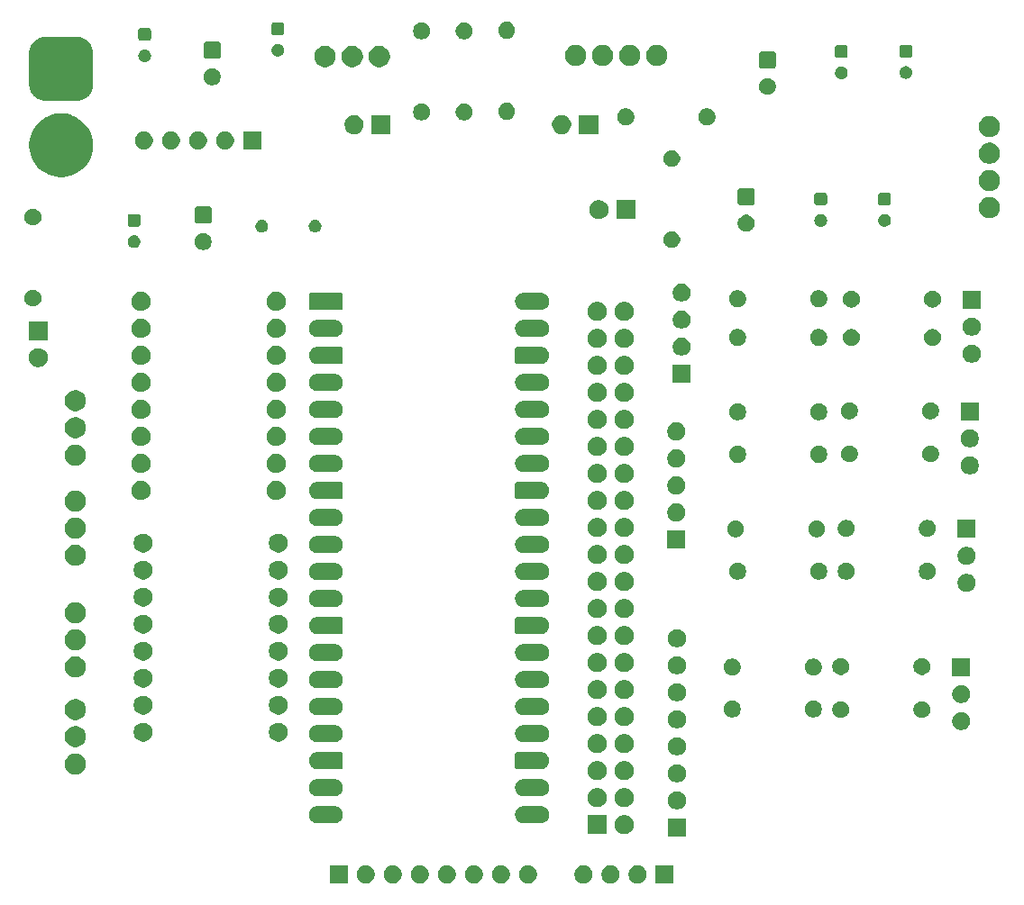
<source format=gbr>
%TF.GenerationSoftware,KiCad,Pcbnew,9.0.3*%
%TF.CreationDate,2025-08-05T09:32:11-05:00*%
%TF.ProjectId,Power Distribution PCB Schematic,506f7765-7220-4446-9973-747269627574,rev?*%
%TF.SameCoordinates,Original*%
%TF.FileFunction,Soldermask,Top*%
%TF.FilePolarity,Negative*%
%FSLAX46Y46*%
G04 Gerber Fmt 4.6, Leading zero omitted, Abs format (unit mm)*
G04 Created by KiCad (PCBNEW 9.0.3) date 2025-08-05 09:32:11*
%MOMM*%
%LPD*%
G01*
G04 APERTURE LIST*
G04 APERTURE END LIST*
G36*
X54140000Y-110976465D02*
G01*
X52440000Y-110976465D01*
X52440000Y-109276465D01*
X54140000Y-109276465D01*
X54140000Y-110976465D01*
G37*
G36*
X84747665Y-110976465D02*
G01*
X83047665Y-110976465D01*
X83047665Y-109276465D01*
X84747665Y-109276465D01*
X84747665Y-110976465D01*
G37*
G36*
X56076742Y-109313066D02*
G01*
X56230687Y-109376832D01*
X56369234Y-109469406D01*
X56487059Y-109587231D01*
X56579633Y-109725778D01*
X56643399Y-109879723D01*
X56675907Y-110043150D01*
X56675907Y-110209780D01*
X56643399Y-110373207D01*
X56579633Y-110527152D01*
X56487059Y-110665699D01*
X56369234Y-110783524D01*
X56230687Y-110876098D01*
X56076742Y-110939864D01*
X55913315Y-110972372D01*
X55746685Y-110972372D01*
X55583258Y-110939864D01*
X55429313Y-110876098D01*
X55290766Y-110783524D01*
X55172941Y-110665699D01*
X55080367Y-110527152D01*
X55016601Y-110373207D01*
X54984093Y-110209780D01*
X54984093Y-110043150D01*
X55016601Y-109879723D01*
X55080367Y-109725778D01*
X55172941Y-109587231D01*
X55290766Y-109469406D01*
X55429313Y-109376832D01*
X55583258Y-109313066D01*
X55746685Y-109280558D01*
X55913315Y-109280558D01*
X56076742Y-109313066D01*
G37*
G36*
X58616742Y-109313066D02*
G01*
X58770687Y-109376832D01*
X58909234Y-109469406D01*
X59027059Y-109587231D01*
X59119633Y-109725778D01*
X59183399Y-109879723D01*
X59215907Y-110043150D01*
X59215907Y-110209780D01*
X59183399Y-110373207D01*
X59119633Y-110527152D01*
X59027059Y-110665699D01*
X58909234Y-110783524D01*
X58770687Y-110876098D01*
X58616742Y-110939864D01*
X58453315Y-110972372D01*
X58286685Y-110972372D01*
X58123258Y-110939864D01*
X57969313Y-110876098D01*
X57830766Y-110783524D01*
X57712941Y-110665699D01*
X57620367Y-110527152D01*
X57556601Y-110373207D01*
X57524093Y-110209780D01*
X57524093Y-110043150D01*
X57556601Y-109879723D01*
X57620367Y-109725778D01*
X57712941Y-109587231D01*
X57830766Y-109469406D01*
X57969313Y-109376832D01*
X58123258Y-109313066D01*
X58286685Y-109280558D01*
X58453315Y-109280558D01*
X58616742Y-109313066D01*
G37*
G36*
X61156742Y-109313066D02*
G01*
X61310687Y-109376832D01*
X61449234Y-109469406D01*
X61567059Y-109587231D01*
X61659633Y-109725778D01*
X61723399Y-109879723D01*
X61755907Y-110043150D01*
X61755907Y-110209780D01*
X61723399Y-110373207D01*
X61659633Y-110527152D01*
X61567059Y-110665699D01*
X61449234Y-110783524D01*
X61310687Y-110876098D01*
X61156742Y-110939864D01*
X60993315Y-110972372D01*
X60826685Y-110972372D01*
X60663258Y-110939864D01*
X60509313Y-110876098D01*
X60370766Y-110783524D01*
X60252941Y-110665699D01*
X60160367Y-110527152D01*
X60096601Y-110373207D01*
X60064093Y-110209780D01*
X60064093Y-110043150D01*
X60096601Y-109879723D01*
X60160367Y-109725778D01*
X60252941Y-109587231D01*
X60370766Y-109469406D01*
X60509313Y-109376832D01*
X60663258Y-109313066D01*
X60826685Y-109280558D01*
X60993315Y-109280558D01*
X61156742Y-109313066D01*
G37*
G36*
X63696742Y-109313066D02*
G01*
X63850687Y-109376832D01*
X63989234Y-109469406D01*
X64107059Y-109587231D01*
X64199633Y-109725778D01*
X64263399Y-109879723D01*
X64295907Y-110043150D01*
X64295907Y-110209780D01*
X64263399Y-110373207D01*
X64199633Y-110527152D01*
X64107059Y-110665699D01*
X63989234Y-110783524D01*
X63850687Y-110876098D01*
X63696742Y-110939864D01*
X63533315Y-110972372D01*
X63366685Y-110972372D01*
X63203258Y-110939864D01*
X63049313Y-110876098D01*
X62910766Y-110783524D01*
X62792941Y-110665699D01*
X62700367Y-110527152D01*
X62636601Y-110373207D01*
X62604093Y-110209780D01*
X62604093Y-110043150D01*
X62636601Y-109879723D01*
X62700367Y-109725778D01*
X62792941Y-109587231D01*
X62910766Y-109469406D01*
X63049313Y-109376832D01*
X63203258Y-109313066D01*
X63366685Y-109280558D01*
X63533315Y-109280558D01*
X63696742Y-109313066D01*
G37*
G36*
X66236742Y-109313066D02*
G01*
X66390687Y-109376832D01*
X66529234Y-109469406D01*
X66647059Y-109587231D01*
X66739633Y-109725778D01*
X66803399Y-109879723D01*
X66835907Y-110043150D01*
X66835907Y-110209780D01*
X66803399Y-110373207D01*
X66739633Y-110527152D01*
X66647059Y-110665699D01*
X66529234Y-110783524D01*
X66390687Y-110876098D01*
X66236742Y-110939864D01*
X66073315Y-110972372D01*
X65906685Y-110972372D01*
X65743258Y-110939864D01*
X65589313Y-110876098D01*
X65450766Y-110783524D01*
X65332941Y-110665699D01*
X65240367Y-110527152D01*
X65176601Y-110373207D01*
X65144093Y-110209780D01*
X65144093Y-110043150D01*
X65176601Y-109879723D01*
X65240367Y-109725778D01*
X65332941Y-109587231D01*
X65450766Y-109469406D01*
X65589313Y-109376832D01*
X65743258Y-109313066D01*
X65906685Y-109280558D01*
X66073315Y-109280558D01*
X66236742Y-109313066D01*
G37*
G36*
X68776742Y-109313066D02*
G01*
X68930687Y-109376832D01*
X69069234Y-109469406D01*
X69187059Y-109587231D01*
X69279633Y-109725778D01*
X69343399Y-109879723D01*
X69375907Y-110043150D01*
X69375907Y-110209780D01*
X69343399Y-110373207D01*
X69279633Y-110527152D01*
X69187059Y-110665699D01*
X69069234Y-110783524D01*
X68930687Y-110876098D01*
X68776742Y-110939864D01*
X68613315Y-110972372D01*
X68446685Y-110972372D01*
X68283258Y-110939864D01*
X68129313Y-110876098D01*
X67990766Y-110783524D01*
X67872941Y-110665699D01*
X67780367Y-110527152D01*
X67716601Y-110373207D01*
X67684093Y-110209780D01*
X67684093Y-110043150D01*
X67716601Y-109879723D01*
X67780367Y-109725778D01*
X67872941Y-109587231D01*
X67990766Y-109469406D01*
X68129313Y-109376832D01*
X68283258Y-109313066D01*
X68446685Y-109280558D01*
X68613315Y-109280558D01*
X68776742Y-109313066D01*
G37*
G36*
X71316742Y-109313066D02*
G01*
X71470687Y-109376832D01*
X71609234Y-109469406D01*
X71727059Y-109587231D01*
X71819633Y-109725778D01*
X71883399Y-109879723D01*
X71915907Y-110043150D01*
X71915907Y-110209780D01*
X71883399Y-110373207D01*
X71819633Y-110527152D01*
X71727059Y-110665699D01*
X71609234Y-110783524D01*
X71470687Y-110876098D01*
X71316742Y-110939864D01*
X71153315Y-110972372D01*
X70986685Y-110972372D01*
X70823258Y-110939864D01*
X70669313Y-110876098D01*
X70530766Y-110783524D01*
X70412941Y-110665699D01*
X70320367Y-110527152D01*
X70256601Y-110373207D01*
X70224093Y-110209780D01*
X70224093Y-110043150D01*
X70256601Y-109879723D01*
X70320367Y-109725778D01*
X70412941Y-109587231D01*
X70530766Y-109469406D01*
X70669313Y-109376832D01*
X70823258Y-109313066D01*
X70986685Y-109280558D01*
X71153315Y-109280558D01*
X71316742Y-109313066D01*
G37*
G36*
X76524407Y-109313066D02*
G01*
X76678352Y-109376832D01*
X76816899Y-109469406D01*
X76934724Y-109587231D01*
X77027298Y-109725778D01*
X77091064Y-109879723D01*
X77123572Y-110043150D01*
X77123572Y-110209780D01*
X77091064Y-110373207D01*
X77027298Y-110527152D01*
X76934724Y-110665699D01*
X76816899Y-110783524D01*
X76678352Y-110876098D01*
X76524407Y-110939864D01*
X76360980Y-110972372D01*
X76194350Y-110972372D01*
X76030923Y-110939864D01*
X75876978Y-110876098D01*
X75738431Y-110783524D01*
X75620606Y-110665699D01*
X75528032Y-110527152D01*
X75464266Y-110373207D01*
X75431758Y-110209780D01*
X75431758Y-110043150D01*
X75464266Y-109879723D01*
X75528032Y-109725778D01*
X75620606Y-109587231D01*
X75738431Y-109469406D01*
X75876978Y-109376832D01*
X76030923Y-109313066D01*
X76194350Y-109280558D01*
X76360980Y-109280558D01*
X76524407Y-109313066D01*
G37*
G36*
X79064407Y-109313066D02*
G01*
X79218352Y-109376832D01*
X79356899Y-109469406D01*
X79474724Y-109587231D01*
X79567298Y-109725778D01*
X79631064Y-109879723D01*
X79663572Y-110043150D01*
X79663572Y-110209780D01*
X79631064Y-110373207D01*
X79567298Y-110527152D01*
X79474724Y-110665699D01*
X79356899Y-110783524D01*
X79218352Y-110876098D01*
X79064407Y-110939864D01*
X78900980Y-110972372D01*
X78734350Y-110972372D01*
X78570923Y-110939864D01*
X78416978Y-110876098D01*
X78278431Y-110783524D01*
X78160606Y-110665699D01*
X78068032Y-110527152D01*
X78004266Y-110373207D01*
X77971758Y-110209780D01*
X77971758Y-110043150D01*
X78004266Y-109879723D01*
X78068032Y-109725778D01*
X78160606Y-109587231D01*
X78278431Y-109469406D01*
X78416978Y-109376832D01*
X78570923Y-109313066D01*
X78734350Y-109280558D01*
X78900980Y-109280558D01*
X79064407Y-109313066D01*
G37*
G36*
X81604407Y-109313066D02*
G01*
X81758352Y-109376832D01*
X81896899Y-109469406D01*
X82014724Y-109587231D01*
X82107298Y-109725778D01*
X82171064Y-109879723D01*
X82203572Y-110043150D01*
X82203572Y-110209780D01*
X82171064Y-110373207D01*
X82107298Y-110527152D01*
X82014724Y-110665699D01*
X81896899Y-110783524D01*
X81758352Y-110876098D01*
X81604407Y-110939864D01*
X81440980Y-110972372D01*
X81274350Y-110972372D01*
X81110923Y-110939864D01*
X80956978Y-110876098D01*
X80818431Y-110783524D01*
X80700606Y-110665699D01*
X80608032Y-110527152D01*
X80544266Y-110373207D01*
X80511758Y-110209780D01*
X80511758Y-110043150D01*
X80544266Y-109879723D01*
X80608032Y-109725778D01*
X80700606Y-109587231D01*
X80818431Y-109469406D01*
X80956978Y-109376832D01*
X81110923Y-109313066D01*
X81274350Y-109280558D01*
X81440980Y-109280558D01*
X81604407Y-109313066D01*
G37*
G36*
X85920000Y-106556465D02*
G01*
X84220000Y-106556465D01*
X84220000Y-104856465D01*
X85920000Y-104856465D01*
X85920000Y-106556465D01*
G37*
G36*
X78411534Y-104549729D02*
G01*
X78444625Y-104571840D01*
X78466736Y-104604931D01*
X78474500Y-104643965D01*
X78474500Y-106248965D01*
X78466736Y-106287999D01*
X78444625Y-106321090D01*
X78411534Y-106343201D01*
X78372500Y-106350965D01*
X76767500Y-106350965D01*
X76728466Y-106343201D01*
X76695375Y-106321090D01*
X76673264Y-106287999D01*
X76665500Y-106248965D01*
X76665500Y-104643965D01*
X76673264Y-104604931D01*
X76695375Y-104571840D01*
X76728466Y-104549729D01*
X76767500Y-104541965D01*
X78372500Y-104541965D01*
X78411534Y-104549729D01*
G37*
G36*
X80372562Y-104580912D02*
G01*
X80536378Y-104648767D01*
X80683809Y-104747277D01*
X80809188Y-104872656D01*
X80907698Y-105020087D01*
X80975553Y-105183903D01*
X81010145Y-105357808D01*
X81010145Y-105535122D01*
X80975553Y-105709027D01*
X80907698Y-105872843D01*
X80809188Y-106020274D01*
X80683809Y-106145653D01*
X80536378Y-106244163D01*
X80372562Y-106312018D01*
X80198657Y-106346610D01*
X80021343Y-106346610D01*
X79847438Y-106312018D01*
X79683622Y-106244163D01*
X79536191Y-106145653D01*
X79410812Y-106020274D01*
X79312302Y-105872843D01*
X79244447Y-105709027D01*
X79209855Y-105535122D01*
X79209855Y-105357808D01*
X79244447Y-105183903D01*
X79312302Y-105020087D01*
X79410812Y-104872656D01*
X79536191Y-104747277D01*
X79683622Y-104648767D01*
X79847438Y-104580912D01*
X80021343Y-104546320D01*
X80198657Y-104546320D01*
X80372562Y-104580912D01*
G37*
G36*
X52967029Y-103709151D02*
G01*
X52970265Y-103709581D01*
X52994094Y-103711197D01*
X53028410Y-103719731D01*
X53065608Y-103723923D01*
X53097643Y-103735132D01*
X53119817Y-103739543D01*
X53135712Y-103746126D01*
X53139305Y-103747309D01*
X53163968Y-103753443D01*
X53197501Y-103770074D01*
X53235768Y-103783464D01*
X53254948Y-103795516D01*
X53265407Y-103799848D01*
X53286721Y-103814089D01*
X53289549Y-103815726D01*
X53319857Y-103830758D01*
X53351446Y-103856149D01*
X53388413Y-103879377D01*
X53396431Y-103887395D01*
X53396435Y-103887398D01*
X53420509Y-103911472D01*
X53422557Y-103913310D01*
X53455486Y-103939778D01*
X53481954Y-103972707D01*
X53483792Y-103974755D01*
X53507866Y-103998829D01*
X53507868Y-103998832D01*
X53515888Y-104006852D01*
X53539116Y-104043819D01*
X53564506Y-104075407D01*
X53579538Y-104105715D01*
X53581175Y-104108543D01*
X53595416Y-104129857D01*
X53599747Y-104140313D01*
X53611801Y-104159497D01*
X53625192Y-104197766D01*
X53641821Y-104231296D01*
X53647954Y-104255958D01*
X53649138Y-104259553D01*
X53655721Y-104275446D01*
X53655722Y-104275449D01*
X53660132Y-104297620D01*
X53671342Y-104329657D01*
X53675533Y-104366860D01*
X53684067Y-104401170D01*
X53685682Y-104424993D01*
X53686110Y-104428226D01*
X53686465Y-104430007D01*
X53686465Y-104430009D01*
X53686465Y-104587593D01*
X53686114Y-104589357D01*
X53685683Y-104592599D01*
X53684067Y-104616429D01*
X53675534Y-104650737D01*
X53671342Y-104687943D01*
X53660132Y-104719979D01*
X53655722Y-104742151D01*
X53655720Y-104742153D01*
X53655721Y-104742153D01*
X53649139Y-104758046D01*
X53647954Y-104761641D01*
X53641821Y-104786303D01*
X53625194Y-104819827D01*
X53611801Y-104858103D01*
X53599747Y-104877286D01*
X53595417Y-104887741D01*
X53581175Y-104909055D01*
X53579538Y-104911884D01*
X53564503Y-104942197D01*
X53539118Y-104973776D01*
X53515888Y-105010748D01*
X53483783Y-105042852D01*
X53481954Y-105044893D01*
X53455485Y-105077820D01*
X53422558Y-105104289D01*
X53420517Y-105106118D01*
X53388413Y-105138223D01*
X53351441Y-105161453D01*
X53319862Y-105186838D01*
X53289549Y-105201873D01*
X53286720Y-105203510D01*
X53265406Y-105217752D01*
X53254951Y-105222082D01*
X53235768Y-105234136D01*
X53197492Y-105247529D01*
X53163968Y-105264156D01*
X53139306Y-105270289D01*
X53135711Y-105271474D01*
X53122249Y-105277049D01*
X53119816Y-105278057D01*
X53097644Y-105282467D01*
X53065608Y-105293677D01*
X53028402Y-105297869D01*
X52994094Y-105306402D01*
X52970270Y-105308017D01*
X52967028Y-105308448D01*
X52965259Y-105308800D01*
X52965258Y-105308800D01*
X52807672Y-105308800D01*
X52805183Y-105308800D01*
X51241539Y-105308800D01*
X51241530Y-105308799D01*
X51214201Y-105308799D01*
X51178834Y-105306401D01*
X51144525Y-105297868D01*
X51107322Y-105293677D01*
X51057334Y-105276185D01*
X51008961Y-105264156D01*
X50975432Y-105247527D01*
X50937162Y-105234136D01*
X50894940Y-105207606D01*
X50853069Y-105186840D01*
X50821481Y-105161449D01*
X50784517Y-105138223D01*
X50751452Y-105105158D01*
X50717443Y-105077821D01*
X50690105Y-105043811D01*
X50657042Y-105010748D01*
X50633816Y-104973784D01*
X50608424Y-104942195D01*
X50587656Y-104900320D01*
X50561129Y-104858103D01*
X50547738Y-104819835D01*
X50531108Y-104786303D01*
X50519076Y-104737923D01*
X50501588Y-104687943D01*
X50497396Y-104650743D01*
X50488863Y-104616429D01*
X50486465Y-104581065D01*
X50486465Y-104436536D01*
X50488863Y-104401169D01*
X50497396Y-104366852D01*
X50501588Y-104329657D01*
X50519075Y-104279679D01*
X50531108Y-104231296D01*
X50547739Y-104197761D01*
X50561129Y-104159497D01*
X50587653Y-104117283D01*
X50608424Y-104075404D01*
X50633819Y-104043810D01*
X50657042Y-104006852D01*
X50690101Y-103973792D01*
X50717443Y-103939778D01*
X50751457Y-103912436D01*
X50784517Y-103879377D01*
X50821475Y-103856154D01*
X50853069Y-103830759D01*
X50894948Y-103809988D01*
X50937162Y-103783464D01*
X50975426Y-103770074D01*
X51008961Y-103753443D01*
X51057343Y-103741410D01*
X51107322Y-103723923D01*
X51144519Y-103719731D01*
X51178835Y-103711198D01*
X51214199Y-103708800D01*
X52965263Y-103708800D01*
X52967029Y-103709151D01*
G37*
G36*
X72374095Y-103711198D02*
G01*
X72408410Y-103719731D01*
X72445608Y-103723923D01*
X72495587Y-103741411D01*
X72543968Y-103753443D01*
X72577500Y-103770073D01*
X72615768Y-103783464D01*
X72657985Y-103809991D01*
X72699860Y-103830759D01*
X72731449Y-103856151D01*
X72768413Y-103879377D01*
X72801476Y-103912440D01*
X72835486Y-103939778D01*
X72862823Y-103973787D01*
X72895888Y-104006852D01*
X72919114Y-104043816D01*
X72944505Y-104075404D01*
X72965271Y-104117275D01*
X72991801Y-104159497D01*
X73005192Y-104197767D01*
X73021821Y-104231296D01*
X73033850Y-104279669D01*
X73051342Y-104329657D01*
X73055534Y-104366861D01*
X73064066Y-104401170D01*
X73066464Y-104436534D01*
X73066464Y-104463865D01*
X73066465Y-104463874D01*
X73066465Y-104553726D01*
X73066464Y-104553734D01*
X73066464Y-104581063D01*
X73064066Y-104616430D01*
X73055534Y-104650737D01*
X73051342Y-104687943D01*
X73033849Y-104737932D01*
X73021821Y-104786303D01*
X73005193Y-104819828D01*
X72991801Y-104858103D01*
X72965269Y-104900328D01*
X72944505Y-104942195D01*
X72919117Y-104973779D01*
X72895888Y-105010748D01*
X72862819Y-105043816D01*
X72835486Y-105077821D01*
X72801481Y-105105154D01*
X72768413Y-105138223D01*
X72731444Y-105161452D01*
X72699860Y-105186840D01*
X72657993Y-105207604D01*
X72615768Y-105234136D01*
X72577493Y-105247528D01*
X72543968Y-105264156D01*
X72495598Y-105276184D01*
X72445608Y-105293677D01*
X72408401Y-105297869D01*
X72374094Y-105306401D01*
X72338730Y-105308799D01*
X72311400Y-105308799D01*
X72311391Y-105308800D01*
X70621539Y-105308800D01*
X70587674Y-105308800D01*
X70587672Y-105308800D01*
X70585897Y-105308446D01*
X70582664Y-105308018D01*
X70558836Y-105306402D01*
X70524526Y-105297869D01*
X70487322Y-105293677D01*
X70455285Y-105282467D01*
X70433114Y-105278057D01*
X70433112Y-105278056D01*
X70433111Y-105278056D01*
X70417218Y-105271473D01*
X70413623Y-105270289D01*
X70388961Y-105264156D01*
X70355431Y-105247527D01*
X70317162Y-105234136D01*
X70297978Y-105222082D01*
X70287522Y-105217751D01*
X70266208Y-105203510D01*
X70263380Y-105201873D01*
X70233072Y-105186841D01*
X70201484Y-105161451D01*
X70164517Y-105138223D01*
X70156497Y-105130203D01*
X70156494Y-105130201D01*
X70132420Y-105106127D01*
X70130372Y-105104289D01*
X70097443Y-105077821D01*
X70070975Y-105044892D01*
X70069137Y-105042844D01*
X70045063Y-105018770D01*
X70045060Y-105018766D01*
X70037042Y-105010748D01*
X70013814Y-104973781D01*
X69988423Y-104942192D01*
X69973391Y-104911884D01*
X69971754Y-104909056D01*
X69957513Y-104887742D01*
X69953181Y-104877283D01*
X69941129Y-104858103D01*
X69927739Y-104819836D01*
X69911108Y-104786303D01*
X69904974Y-104761640D01*
X69903791Y-104758047D01*
X69897208Y-104742152D01*
X69892797Y-104719978D01*
X69881588Y-104687943D01*
X69877396Y-104650745D01*
X69868862Y-104616429D01*
X69867247Y-104592606D01*
X69866817Y-104589369D01*
X69866465Y-104587597D01*
X69866465Y-104430005D01*
X69866817Y-104428234D01*
X69867246Y-104424998D01*
X69868862Y-104401174D01*
X69877396Y-104366856D01*
X69881588Y-104329657D01*
X69892795Y-104297626D01*
X69897208Y-104275445D01*
X69903791Y-104259552D01*
X69904974Y-104255959D01*
X69911108Y-104231297D01*
X69927738Y-104197765D01*
X69941129Y-104159497D01*
X69953179Y-104140318D01*
X69957513Y-104129857D01*
X69971754Y-104108543D01*
X69973391Y-104105715D01*
X69988425Y-104075403D01*
X70013820Y-104043808D01*
X70037042Y-104006852D01*
X70045060Y-103998833D01*
X70045063Y-103998830D01*
X70069138Y-103974755D01*
X70070975Y-103972707D01*
X70097444Y-103939779D01*
X70130372Y-103913310D01*
X70132420Y-103911473D01*
X70156495Y-103887398D01*
X70156498Y-103887395D01*
X70164517Y-103879377D01*
X70201473Y-103856155D01*
X70233068Y-103830760D01*
X70263380Y-103815726D01*
X70266208Y-103814089D01*
X70287522Y-103799848D01*
X70297983Y-103795514D01*
X70317162Y-103783464D01*
X70355430Y-103770073D01*
X70388962Y-103753443D01*
X70413624Y-103747309D01*
X70417217Y-103746126D01*
X70433110Y-103739543D01*
X70455291Y-103735130D01*
X70487322Y-103723923D01*
X70524521Y-103719731D01*
X70558839Y-103711197D01*
X70582657Y-103709582D01*
X70585893Y-103709153D01*
X70587669Y-103708800D01*
X72338729Y-103708800D01*
X72374095Y-103711198D01*
G37*
G36*
X85316742Y-102353066D02*
G01*
X85470687Y-102416832D01*
X85609234Y-102509406D01*
X85727059Y-102627231D01*
X85819633Y-102765778D01*
X85883399Y-102919723D01*
X85915907Y-103083150D01*
X85915907Y-103249780D01*
X85883399Y-103413207D01*
X85819633Y-103567152D01*
X85727059Y-103705699D01*
X85609234Y-103823524D01*
X85470687Y-103916098D01*
X85316742Y-103979864D01*
X85153315Y-104012372D01*
X84986685Y-104012372D01*
X84823258Y-103979864D01*
X84669313Y-103916098D01*
X84530766Y-103823524D01*
X84412941Y-103705699D01*
X84320367Y-103567152D01*
X84256601Y-103413207D01*
X84224093Y-103249780D01*
X84224093Y-103083150D01*
X84256601Y-102919723D01*
X84320367Y-102765778D01*
X84412941Y-102627231D01*
X84530766Y-102509406D01*
X84669313Y-102416832D01*
X84823258Y-102353066D01*
X84986685Y-102320558D01*
X85153315Y-102320558D01*
X85316742Y-102353066D01*
G37*
G36*
X77832562Y-102040912D02*
G01*
X77996378Y-102108767D01*
X78143809Y-102207277D01*
X78269188Y-102332656D01*
X78367698Y-102480087D01*
X78435553Y-102643903D01*
X78470145Y-102817808D01*
X78470145Y-102995122D01*
X78435553Y-103169027D01*
X78367698Y-103332843D01*
X78269188Y-103480274D01*
X78143809Y-103605653D01*
X77996378Y-103704163D01*
X77832562Y-103772018D01*
X77658657Y-103806610D01*
X77481343Y-103806610D01*
X77307438Y-103772018D01*
X77143622Y-103704163D01*
X76996191Y-103605653D01*
X76870812Y-103480274D01*
X76772302Y-103332843D01*
X76704447Y-103169027D01*
X76669855Y-102995122D01*
X76669855Y-102817808D01*
X76704447Y-102643903D01*
X76772302Y-102480087D01*
X76870812Y-102332656D01*
X76996191Y-102207277D01*
X77143622Y-102108767D01*
X77307438Y-102040912D01*
X77481343Y-102006320D01*
X77658657Y-102006320D01*
X77832562Y-102040912D01*
G37*
G36*
X80372562Y-102040912D02*
G01*
X80536378Y-102108767D01*
X80683809Y-102207277D01*
X80809188Y-102332656D01*
X80907698Y-102480087D01*
X80975553Y-102643903D01*
X81010145Y-102817808D01*
X81010145Y-102995122D01*
X80975553Y-103169027D01*
X80907698Y-103332843D01*
X80809188Y-103480274D01*
X80683809Y-103605653D01*
X80536378Y-103704163D01*
X80372562Y-103772018D01*
X80198657Y-103806610D01*
X80021343Y-103806610D01*
X79847438Y-103772018D01*
X79683622Y-103704163D01*
X79536191Y-103605653D01*
X79410812Y-103480274D01*
X79312302Y-103332843D01*
X79244447Y-103169027D01*
X79209855Y-102995122D01*
X79209855Y-102817808D01*
X79244447Y-102643903D01*
X79312302Y-102480087D01*
X79410812Y-102332656D01*
X79536191Y-102207277D01*
X79683622Y-102108767D01*
X79847438Y-102040912D01*
X80021343Y-102006320D01*
X80198657Y-102006320D01*
X80372562Y-102040912D01*
G37*
G36*
X52967029Y-101169151D02*
G01*
X52970265Y-101169581D01*
X52994094Y-101171197D01*
X53028410Y-101179731D01*
X53065608Y-101183923D01*
X53097643Y-101195132D01*
X53119817Y-101199543D01*
X53135712Y-101206126D01*
X53139305Y-101207309D01*
X53163968Y-101213443D01*
X53197501Y-101230074D01*
X53235768Y-101243464D01*
X53254948Y-101255516D01*
X53265407Y-101259848D01*
X53286721Y-101274089D01*
X53289549Y-101275726D01*
X53319857Y-101290758D01*
X53351446Y-101316149D01*
X53388413Y-101339377D01*
X53396431Y-101347395D01*
X53396435Y-101347398D01*
X53420509Y-101371472D01*
X53422557Y-101373310D01*
X53455486Y-101399778D01*
X53481954Y-101432707D01*
X53483792Y-101434755D01*
X53507866Y-101458829D01*
X53507868Y-101458832D01*
X53515888Y-101466852D01*
X53539116Y-101503819D01*
X53564506Y-101535407D01*
X53579538Y-101565715D01*
X53581175Y-101568543D01*
X53595416Y-101589857D01*
X53599747Y-101600313D01*
X53611801Y-101619497D01*
X53625192Y-101657766D01*
X53641821Y-101691296D01*
X53647954Y-101715958D01*
X53649138Y-101719553D01*
X53655721Y-101735446D01*
X53655722Y-101735449D01*
X53660132Y-101757620D01*
X53671342Y-101789657D01*
X53675533Y-101826860D01*
X53684067Y-101861170D01*
X53685682Y-101884993D01*
X53686110Y-101888226D01*
X53686465Y-101890007D01*
X53686465Y-101890009D01*
X53686465Y-102047593D01*
X53686114Y-102049357D01*
X53685683Y-102052599D01*
X53684067Y-102076429D01*
X53675534Y-102110737D01*
X53671342Y-102147943D01*
X53660132Y-102179979D01*
X53655722Y-102202151D01*
X53655720Y-102202153D01*
X53655721Y-102202153D01*
X53649139Y-102218046D01*
X53647954Y-102221641D01*
X53641821Y-102246303D01*
X53625194Y-102279827D01*
X53611801Y-102318103D01*
X53599747Y-102337286D01*
X53595417Y-102347741D01*
X53581175Y-102369055D01*
X53579538Y-102371884D01*
X53564503Y-102402197D01*
X53539118Y-102433776D01*
X53515888Y-102470748D01*
X53483783Y-102502852D01*
X53481954Y-102504893D01*
X53455485Y-102537820D01*
X53422558Y-102564289D01*
X53420517Y-102566118D01*
X53388413Y-102598223D01*
X53351441Y-102621453D01*
X53319862Y-102646838D01*
X53289549Y-102661873D01*
X53286720Y-102663510D01*
X53265406Y-102677752D01*
X53254951Y-102682082D01*
X53235768Y-102694136D01*
X53197492Y-102707529D01*
X53163968Y-102724156D01*
X53139306Y-102730289D01*
X53135711Y-102731474D01*
X53122249Y-102737049D01*
X53119816Y-102738057D01*
X53097644Y-102742467D01*
X53065608Y-102753677D01*
X53028402Y-102757869D01*
X52994094Y-102766402D01*
X52970270Y-102768017D01*
X52967028Y-102768448D01*
X52965259Y-102768800D01*
X52965258Y-102768800D01*
X52807672Y-102768800D01*
X52805183Y-102768800D01*
X51241539Y-102768800D01*
X51241530Y-102768799D01*
X51214201Y-102768799D01*
X51178834Y-102766401D01*
X51144525Y-102757868D01*
X51107322Y-102753677D01*
X51057334Y-102736185D01*
X51008961Y-102724156D01*
X50975432Y-102707527D01*
X50937162Y-102694136D01*
X50894940Y-102667606D01*
X50853069Y-102646840D01*
X50821481Y-102621449D01*
X50784517Y-102598223D01*
X50751452Y-102565158D01*
X50717443Y-102537821D01*
X50690105Y-102503811D01*
X50657042Y-102470748D01*
X50633816Y-102433784D01*
X50608424Y-102402195D01*
X50587656Y-102360320D01*
X50561129Y-102318103D01*
X50547738Y-102279835D01*
X50531108Y-102246303D01*
X50519076Y-102197923D01*
X50501588Y-102147943D01*
X50497396Y-102110743D01*
X50488863Y-102076429D01*
X50486465Y-102041065D01*
X50486465Y-101896536D01*
X50488863Y-101861169D01*
X50497396Y-101826852D01*
X50501588Y-101789657D01*
X50519075Y-101739679D01*
X50531108Y-101691296D01*
X50547739Y-101657761D01*
X50561129Y-101619497D01*
X50587653Y-101577283D01*
X50608424Y-101535404D01*
X50633819Y-101503810D01*
X50657042Y-101466852D01*
X50690101Y-101433792D01*
X50717443Y-101399778D01*
X50751457Y-101372436D01*
X50784517Y-101339377D01*
X50821475Y-101316154D01*
X50853069Y-101290759D01*
X50894948Y-101269988D01*
X50937162Y-101243464D01*
X50975426Y-101230074D01*
X51008961Y-101213443D01*
X51057343Y-101201410D01*
X51107322Y-101183923D01*
X51144519Y-101179731D01*
X51178835Y-101171198D01*
X51214199Y-101168800D01*
X52965263Y-101168800D01*
X52967029Y-101169151D01*
G37*
G36*
X72374095Y-101171198D02*
G01*
X72408410Y-101179731D01*
X72445608Y-101183923D01*
X72495587Y-101201411D01*
X72543968Y-101213443D01*
X72577500Y-101230073D01*
X72615768Y-101243464D01*
X72657985Y-101269991D01*
X72699860Y-101290759D01*
X72731449Y-101316151D01*
X72768413Y-101339377D01*
X72801476Y-101372440D01*
X72835486Y-101399778D01*
X72862823Y-101433787D01*
X72895888Y-101466852D01*
X72919114Y-101503816D01*
X72944505Y-101535404D01*
X72965271Y-101577275D01*
X72991801Y-101619497D01*
X73005192Y-101657767D01*
X73021821Y-101691296D01*
X73033850Y-101739669D01*
X73051342Y-101789657D01*
X73055534Y-101826861D01*
X73064066Y-101861170D01*
X73066464Y-101896534D01*
X73066464Y-101923865D01*
X73066465Y-101923874D01*
X73066465Y-102013726D01*
X73066464Y-102013734D01*
X73066464Y-102041063D01*
X73064066Y-102076430D01*
X73055534Y-102110737D01*
X73051342Y-102147943D01*
X73033849Y-102197932D01*
X73021821Y-102246303D01*
X73005193Y-102279828D01*
X72991801Y-102318103D01*
X72965269Y-102360328D01*
X72944505Y-102402195D01*
X72919117Y-102433779D01*
X72895888Y-102470748D01*
X72862819Y-102503816D01*
X72835486Y-102537821D01*
X72801481Y-102565154D01*
X72768413Y-102598223D01*
X72731444Y-102621452D01*
X72699860Y-102646840D01*
X72657993Y-102667604D01*
X72615768Y-102694136D01*
X72577493Y-102707528D01*
X72543968Y-102724156D01*
X72495598Y-102736184D01*
X72445608Y-102753677D01*
X72408401Y-102757869D01*
X72374094Y-102766401D01*
X72338730Y-102768799D01*
X72311400Y-102768799D01*
X72311391Y-102768800D01*
X70621539Y-102768800D01*
X70587674Y-102768800D01*
X70587672Y-102768800D01*
X70585897Y-102768446D01*
X70582664Y-102768018D01*
X70558836Y-102766402D01*
X70524526Y-102757869D01*
X70487322Y-102753677D01*
X70455285Y-102742467D01*
X70433114Y-102738057D01*
X70433112Y-102738056D01*
X70433111Y-102738056D01*
X70417218Y-102731473D01*
X70413623Y-102730289D01*
X70388961Y-102724156D01*
X70355431Y-102707527D01*
X70317162Y-102694136D01*
X70297978Y-102682082D01*
X70287522Y-102677751D01*
X70266208Y-102663510D01*
X70263380Y-102661873D01*
X70233072Y-102646841D01*
X70201484Y-102621451D01*
X70164517Y-102598223D01*
X70156497Y-102590203D01*
X70156494Y-102590201D01*
X70132420Y-102566127D01*
X70130372Y-102564289D01*
X70097443Y-102537821D01*
X70070975Y-102504892D01*
X70069137Y-102502844D01*
X70045063Y-102478770D01*
X70045060Y-102478766D01*
X70037042Y-102470748D01*
X70013814Y-102433781D01*
X69988423Y-102402192D01*
X69973391Y-102371884D01*
X69971754Y-102369056D01*
X69957513Y-102347742D01*
X69953181Y-102337283D01*
X69941129Y-102318103D01*
X69927739Y-102279836D01*
X69911108Y-102246303D01*
X69904974Y-102221640D01*
X69903791Y-102218047D01*
X69897208Y-102202152D01*
X69892797Y-102179978D01*
X69881588Y-102147943D01*
X69877396Y-102110745D01*
X69868862Y-102076429D01*
X69867247Y-102052606D01*
X69866817Y-102049369D01*
X69866465Y-102047597D01*
X69866465Y-101890005D01*
X69866817Y-101888234D01*
X69867246Y-101884998D01*
X69868862Y-101861174D01*
X69877396Y-101826856D01*
X69881588Y-101789657D01*
X69892795Y-101757626D01*
X69897208Y-101735445D01*
X69903791Y-101719552D01*
X69904974Y-101715959D01*
X69911108Y-101691297D01*
X69927738Y-101657765D01*
X69941129Y-101619497D01*
X69953179Y-101600318D01*
X69957513Y-101589857D01*
X69971754Y-101568543D01*
X69973391Y-101565715D01*
X69988425Y-101535403D01*
X70013820Y-101503808D01*
X70037042Y-101466852D01*
X70045060Y-101458833D01*
X70045063Y-101458830D01*
X70069138Y-101434755D01*
X70070975Y-101432707D01*
X70097444Y-101399779D01*
X70130372Y-101373310D01*
X70132420Y-101371473D01*
X70156495Y-101347398D01*
X70156498Y-101347395D01*
X70164517Y-101339377D01*
X70201473Y-101316155D01*
X70233068Y-101290760D01*
X70263380Y-101275726D01*
X70266208Y-101274089D01*
X70287522Y-101259848D01*
X70297983Y-101255514D01*
X70317162Y-101243464D01*
X70355430Y-101230073D01*
X70388962Y-101213443D01*
X70413624Y-101207309D01*
X70417217Y-101206126D01*
X70433110Y-101199543D01*
X70455291Y-101195130D01*
X70487322Y-101183923D01*
X70524521Y-101179731D01*
X70558839Y-101171197D01*
X70582657Y-101169582D01*
X70585893Y-101169153D01*
X70587669Y-101168800D01*
X72338729Y-101168800D01*
X72374095Y-101171198D01*
G37*
G36*
X85316742Y-99813066D02*
G01*
X85470687Y-99876832D01*
X85609234Y-99969406D01*
X85727059Y-100087231D01*
X85819633Y-100225778D01*
X85883399Y-100379723D01*
X85915907Y-100543150D01*
X85915907Y-100709780D01*
X85883399Y-100873207D01*
X85819633Y-101027152D01*
X85727059Y-101165699D01*
X85609234Y-101283524D01*
X85470687Y-101376098D01*
X85316742Y-101439864D01*
X85153315Y-101472372D01*
X84986685Y-101472372D01*
X84823258Y-101439864D01*
X84669313Y-101376098D01*
X84530766Y-101283524D01*
X84412941Y-101165699D01*
X84320367Y-101027152D01*
X84256601Y-100873207D01*
X84224093Y-100709780D01*
X84224093Y-100543150D01*
X84256601Y-100379723D01*
X84320367Y-100225778D01*
X84412941Y-100087231D01*
X84530766Y-99969406D01*
X84669313Y-99876832D01*
X84823258Y-99813066D01*
X84986685Y-99780558D01*
X85153315Y-99780558D01*
X85316742Y-99813066D01*
G37*
G36*
X77832562Y-99500912D02*
G01*
X77996378Y-99568767D01*
X78143809Y-99667277D01*
X78269188Y-99792656D01*
X78367698Y-99940087D01*
X78435553Y-100103903D01*
X78470145Y-100277808D01*
X78470145Y-100455122D01*
X78435553Y-100629027D01*
X78367698Y-100792843D01*
X78269188Y-100940274D01*
X78143809Y-101065653D01*
X77996378Y-101164163D01*
X77832562Y-101232018D01*
X77658657Y-101266610D01*
X77481343Y-101266610D01*
X77307438Y-101232018D01*
X77143622Y-101164163D01*
X76996191Y-101065653D01*
X76870812Y-100940274D01*
X76772302Y-100792843D01*
X76704447Y-100629027D01*
X76669855Y-100455122D01*
X76669855Y-100277808D01*
X76704447Y-100103903D01*
X76772302Y-99940087D01*
X76870812Y-99792656D01*
X76996191Y-99667277D01*
X77143622Y-99568767D01*
X77307438Y-99500912D01*
X77481343Y-99466320D01*
X77658657Y-99466320D01*
X77832562Y-99500912D01*
G37*
G36*
X80372562Y-99500912D02*
G01*
X80536378Y-99568767D01*
X80683809Y-99667277D01*
X80809188Y-99792656D01*
X80907698Y-99940087D01*
X80975553Y-100103903D01*
X81010145Y-100277808D01*
X81010145Y-100455122D01*
X80975553Y-100629027D01*
X80907698Y-100792843D01*
X80809188Y-100940274D01*
X80683809Y-101065653D01*
X80536378Y-101164163D01*
X80372562Y-101232018D01*
X80198657Y-101266610D01*
X80021343Y-101266610D01*
X79847438Y-101232018D01*
X79683622Y-101164163D01*
X79536191Y-101065653D01*
X79410812Y-100940274D01*
X79312302Y-100792843D01*
X79244447Y-100629027D01*
X79209855Y-100455122D01*
X79209855Y-100277808D01*
X79244447Y-100103903D01*
X79312302Y-99940087D01*
X79410812Y-99792656D01*
X79536191Y-99667277D01*
X79683622Y-99568767D01*
X79847438Y-99500912D01*
X80021343Y-99466320D01*
X80198657Y-99466320D01*
X80372562Y-99500912D01*
G37*
G36*
X28860285Y-98779525D02*
G01*
X29041397Y-98854544D01*
X29204393Y-98963455D01*
X29343010Y-99102072D01*
X29451921Y-99265068D01*
X29526940Y-99446180D01*
X29565185Y-99638448D01*
X29565185Y-99834482D01*
X29526940Y-100026750D01*
X29451921Y-100207862D01*
X29343010Y-100370858D01*
X29204393Y-100509475D01*
X29041397Y-100618386D01*
X28860285Y-100693405D01*
X28668017Y-100731650D01*
X28471983Y-100731650D01*
X28279715Y-100693405D01*
X28098603Y-100618386D01*
X27935607Y-100509475D01*
X27796990Y-100370858D01*
X27688079Y-100207862D01*
X27613060Y-100026750D01*
X27574815Y-99834482D01*
X27574815Y-99638448D01*
X27613060Y-99446180D01*
X27688079Y-99265068D01*
X27796990Y-99102072D01*
X27935607Y-98963455D01*
X28098603Y-98854544D01*
X28279715Y-98779525D01*
X28471983Y-98741280D01*
X28668017Y-98741280D01*
X28860285Y-98779525D01*
G37*
G36*
X53528160Y-98624181D02*
G01*
X53532778Y-98626094D01*
X53532783Y-98626095D01*
X53597046Y-98652713D01*
X53597050Y-98652715D01*
X53601669Y-98654629D01*
X53603292Y-98655712D01*
X53659553Y-98711973D01*
X53660636Y-98713596D01*
X53662549Y-98718215D01*
X53662551Y-98718218D01*
X53689169Y-98782481D01*
X53691084Y-98787105D01*
X53691465Y-98789018D01*
X53691465Y-100068582D01*
X53691084Y-100070495D01*
X53660636Y-100144004D01*
X53659553Y-100145627D01*
X53603292Y-100201888D01*
X53601669Y-100202971D01*
X53597046Y-100204885D01*
X53597046Y-100204886D01*
X53589861Y-100207862D01*
X53528160Y-100233419D01*
X53526247Y-100233800D01*
X52807672Y-100233800D01*
X51210162Y-100233800D01*
X51207672Y-100233800D01*
X51206697Y-100233704D01*
X51204254Y-100233218D01*
X51204253Y-100233218D01*
X51127865Y-100218023D01*
X51052139Y-100202961D01*
X51051201Y-100202676D01*
X51048901Y-100201723D01*
X51048890Y-100201720D01*
X50907922Y-100143329D01*
X50907910Y-100143323D01*
X50905610Y-100142370D01*
X50904745Y-100141908D01*
X50822915Y-100087231D01*
X50775795Y-100055747D01*
X50775791Y-100055744D01*
X50773717Y-100054358D01*
X50772959Y-100053737D01*
X50661528Y-99942306D01*
X50660907Y-99941548D01*
X50659521Y-99939474D01*
X50659517Y-99939469D01*
X50574746Y-99812599D01*
X50574745Y-99812597D01*
X50573357Y-99810520D01*
X50572895Y-99809655D01*
X50571943Y-99807357D01*
X50571935Y-99807342D01*
X50513544Y-99666374D01*
X50513538Y-99666357D01*
X50512589Y-99664064D01*
X50512304Y-99663126D01*
X50511817Y-99660682D01*
X50511816Y-99660676D01*
X50482046Y-99511011D01*
X50482045Y-99511001D01*
X50481561Y-99508568D01*
X50481465Y-99507593D01*
X50481465Y-99350007D01*
X50481561Y-99349032D01*
X50482044Y-99346599D01*
X50482046Y-99346588D01*
X50511816Y-99196923D01*
X50511818Y-99196914D01*
X50512304Y-99194474D01*
X50512589Y-99193536D01*
X50513537Y-99191245D01*
X50513544Y-99191225D01*
X50571935Y-99050257D01*
X50571945Y-99050237D01*
X50572895Y-99047945D01*
X50573357Y-99047080D01*
X50574742Y-99045006D01*
X50574746Y-99045000D01*
X50659517Y-98918130D01*
X50659525Y-98918119D01*
X50660907Y-98916052D01*
X50661528Y-98915294D01*
X50663294Y-98913527D01*
X50663299Y-98913522D01*
X50771187Y-98805634D01*
X50771192Y-98805629D01*
X50772959Y-98803863D01*
X50773717Y-98803242D01*
X50775784Y-98801860D01*
X50775795Y-98801852D01*
X50902665Y-98717081D01*
X50902671Y-98717077D01*
X50904745Y-98715692D01*
X50905610Y-98715230D01*
X50907902Y-98714280D01*
X50907922Y-98714270D01*
X51048890Y-98655879D01*
X51048910Y-98655872D01*
X51051201Y-98654924D01*
X51052139Y-98654639D01*
X51054579Y-98654153D01*
X51054588Y-98654151D01*
X51204253Y-98624381D01*
X51204264Y-98624379D01*
X51206697Y-98623896D01*
X51207672Y-98623800D01*
X53526247Y-98623800D01*
X53528160Y-98624181D01*
G37*
G36*
X72346233Y-98623896D02*
G01*
X72348666Y-98624380D01*
X72348676Y-98624381D01*
X72498341Y-98654151D01*
X72498347Y-98654152D01*
X72500791Y-98654639D01*
X72501729Y-98654924D01*
X72504022Y-98655873D01*
X72504039Y-98655879D01*
X72645007Y-98714270D01*
X72645022Y-98714278D01*
X72647320Y-98715230D01*
X72648185Y-98715692D01*
X72650262Y-98717080D01*
X72650264Y-98717081D01*
X72777134Y-98801852D01*
X72777139Y-98801856D01*
X72779213Y-98803242D01*
X72779971Y-98803863D01*
X72891402Y-98915294D01*
X72892023Y-98916052D01*
X72893409Y-98918126D01*
X72893412Y-98918130D01*
X72902764Y-98932127D01*
X72979573Y-99047080D01*
X72980035Y-99047945D01*
X72980988Y-99050245D01*
X72980994Y-99050257D01*
X73039385Y-99191225D01*
X73039388Y-99191236D01*
X73040341Y-99193536D01*
X73040626Y-99194474D01*
X73071369Y-99349032D01*
X73071465Y-99350007D01*
X73071465Y-99507593D01*
X73071369Y-99508568D01*
X73040626Y-99663126D01*
X73040341Y-99664064D01*
X73039387Y-99666366D01*
X73039385Y-99666374D01*
X72980994Y-99807342D01*
X72980989Y-99807349D01*
X72980035Y-99809655D01*
X72979573Y-99810520D01*
X72892023Y-99941548D01*
X72891402Y-99942306D01*
X72779971Y-100053737D01*
X72779213Y-100054358D01*
X72648185Y-100141908D01*
X72647320Y-100142370D01*
X72645014Y-100143324D01*
X72645007Y-100143329D01*
X72504039Y-100201720D01*
X72504031Y-100201722D01*
X72501729Y-100202676D01*
X72500791Y-100202961D01*
X72346233Y-100233704D01*
X72345258Y-100233800D01*
X72342768Y-100233800D01*
X70031686Y-100233800D01*
X70026683Y-100233800D01*
X70024770Y-100233419D01*
X70020147Y-100231504D01*
X70020146Y-100231504D01*
X69955883Y-100204886D01*
X69955880Y-100204884D01*
X69951261Y-100202971D01*
X69949638Y-100201888D01*
X69893377Y-100145627D01*
X69892294Y-100144004D01*
X69890380Y-100139385D01*
X69890378Y-100139381D01*
X69863760Y-100075118D01*
X69863759Y-100075113D01*
X69861846Y-100070495D01*
X69861465Y-100068582D01*
X69861465Y-98789018D01*
X69861846Y-98787105D01*
X69863758Y-98782487D01*
X69863760Y-98782481D01*
X69890378Y-98718218D01*
X69890382Y-98718211D01*
X69892294Y-98713596D01*
X69893377Y-98711973D01*
X69896913Y-98708436D01*
X69896916Y-98708433D01*
X69946098Y-98659251D01*
X69946101Y-98659248D01*
X69949638Y-98655712D01*
X69951261Y-98654629D01*
X69955876Y-98652717D01*
X69955883Y-98652713D01*
X70020146Y-98626095D01*
X70020152Y-98626093D01*
X70024770Y-98624181D01*
X70026683Y-98623800D01*
X72345258Y-98623800D01*
X72346233Y-98623896D01*
G37*
G36*
X85316742Y-97273066D02*
G01*
X85470687Y-97336832D01*
X85609234Y-97429406D01*
X85727059Y-97547231D01*
X85819633Y-97685778D01*
X85883399Y-97839723D01*
X85915907Y-98003150D01*
X85915907Y-98169780D01*
X85883399Y-98333207D01*
X85819633Y-98487152D01*
X85727059Y-98625699D01*
X85609234Y-98743524D01*
X85470687Y-98836098D01*
X85316742Y-98899864D01*
X85153315Y-98932372D01*
X84986685Y-98932372D01*
X84823258Y-98899864D01*
X84669313Y-98836098D01*
X84530766Y-98743524D01*
X84412941Y-98625699D01*
X84320367Y-98487152D01*
X84256601Y-98333207D01*
X84224093Y-98169780D01*
X84224093Y-98003150D01*
X84256601Y-97839723D01*
X84320367Y-97685778D01*
X84412941Y-97547231D01*
X84530766Y-97429406D01*
X84669313Y-97336832D01*
X84823258Y-97273066D01*
X84986685Y-97240558D01*
X85153315Y-97240558D01*
X85316742Y-97273066D01*
G37*
G36*
X77832562Y-96960912D02*
G01*
X77996378Y-97028767D01*
X78143809Y-97127277D01*
X78269188Y-97252656D01*
X78367698Y-97400087D01*
X78435553Y-97563903D01*
X78470145Y-97737808D01*
X78470145Y-97915122D01*
X78435553Y-98089027D01*
X78367698Y-98252843D01*
X78269188Y-98400274D01*
X78143809Y-98525653D01*
X77996378Y-98624163D01*
X77832562Y-98692018D01*
X77658657Y-98726610D01*
X77481343Y-98726610D01*
X77307438Y-98692018D01*
X77143622Y-98624163D01*
X76996191Y-98525653D01*
X76870812Y-98400274D01*
X76772302Y-98252843D01*
X76704447Y-98089027D01*
X76669855Y-97915122D01*
X76669855Y-97737808D01*
X76704447Y-97563903D01*
X76772302Y-97400087D01*
X76870812Y-97252656D01*
X76996191Y-97127277D01*
X77143622Y-97028767D01*
X77307438Y-96960912D01*
X77481343Y-96926320D01*
X77658657Y-96926320D01*
X77832562Y-96960912D01*
G37*
G36*
X80372562Y-96960912D02*
G01*
X80536378Y-97028767D01*
X80683809Y-97127277D01*
X80809188Y-97252656D01*
X80907698Y-97400087D01*
X80975553Y-97563903D01*
X81010145Y-97737808D01*
X81010145Y-97915122D01*
X80975553Y-98089027D01*
X80907698Y-98252843D01*
X80809188Y-98400274D01*
X80683809Y-98525653D01*
X80536378Y-98624163D01*
X80372562Y-98692018D01*
X80198657Y-98726610D01*
X80021343Y-98726610D01*
X79847438Y-98692018D01*
X79683622Y-98624163D01*
X79536191Y-98525653D01*
X79410812Y-98400274D01*
X79312302Y-98252843D01*
X79244447Y-98089027D01*
X79209855Y-97915122D01*
X79209855Y-97737808D01*
X79244447Y-97563903D01*
X79312302Y-97400087D01*
X79410812Y-97252656D01*
X79536191Y-97127277D01*
X79683622Y-97028767D01*
X79847438Y-96960912D01*
X80021343Y-96926320D01*
X80198657Y-96926320D01*
X80372562Y-96960912D01*
G37*
G36*
X28860285Y-96209525D02*
G01*
X29041397Y-96284544D01*
X29204393Y-96393455D01*
X29343010Y-96532072D01*
X29451921Y-96695068D01*
X29526940Y-96876180D01*
X29565185Y-97068448D01*
X29565185Y-97264482D01*
X29526940Y-97456750D01*
X29451921Y-97637862D01*
X29343010Y-97800858D01*
X29204393Y-97939475D01*
X29041397Y-98048386D01*
X28860285Y-98123405D01*
X28668017Y-98161650D01*
X28471983Y-98161650D01*
X28279715Y-98123405D01*
X28098603Y-98048386D01*
X27935607Y-97939475D01*
X27796990Y-97800858D01*
X27688079Y-97637862D01*
X27613060Y-97456750D01*
X27574815Y-97264482D01*
X27574815Y-97068448D01*
X27613060Y-96876180D01*
X27688079Y-96695068D01*
X27796990Y-96532072D01*
X27935607Y-96393455D01*
X28098603Y-96284544D01*
X28279715Y-96209525D01*
X28471983Y-96171280D01*
X28668017Y-96171280D01*
X28860285Y-96209525D01*
G37*
G36*
X52967029Y-96089151D02*
G01*
X52970265Y-96089581D01*
X52994094Y-96091197D01*
X53028410Y-96099731D01*
X53065608Y-96103923D01*
X53097643Y-96115132D01*
X53119817Y-96119543D01*
X53135712Y-96126126D01*
X53139305Y-96127309D01*
X53163968Y-96133443D01*
X53197501Y-96150074D01*
X53235768Y-96163464D01*
X53254948Y-96175516D01*
X53265407Y-96179848D01*
X53286721Y-96194089D01*
X53289549Y-96195726D01*
X53319857Y-96210758D01*
X53351446Y-96236149D01*
X53388413Y-96259377D01*
X53396431Y-96267395D01*
X53396435Y-96267398D01*
X53420509Y-96291472D01*
X53422557Y-96293310D01*
X53455486Y-96319778D01*
X53481954Y-96352707D01*
X53483792Y-96354755D01*
X53507866Y-96378829D01*
X53507868Y-96378832D01*
X53515888Y-96386852D01*
X53539116Y-96423819D01*
X53564506Y-96455407D01*
X53579538Y-96485715D01*
X53581175Y-96488543D01*
X53595416Y-96509857D01*
X53599747Y-96520313D01*
X53611801Y-96539497D01*
X53625192Y-96577766D01*
X53641821Y-96611296D01*
X53647954Y-96635958D01*
X53649138Y-96639553D01*
X53655721Y-96655446D01*
X53655722Y-96655449D01*
X53660132Y-96677620D01*
X53671342Y-96709657D01*
X53675533Y-96746860D01*
X53684067Y-96781170D01*
X53685682Y-96804993D01*
X53686110Y-96808226D01*
X53686465Y-96810007D01*
X53686465Y-96810009D01*
X53686465Y-96967593D01*
X53686114Y-96969357D01*
X53685683Y-96972599D01*
X53684067Y-96996429D01*
X53675534Y-97030737D01*
X53671342Y-97067943D01*
X53660132Y-97099979D01*
X53655722Y-97122151D01*
X53655720Y-97122153D01*
X53655721Y-97122153D01*
X53649139Y-97138046D01*
X53647954Y-97141641D01*
X53641821Y-97166303D01*
X53625194Y-97199827D01*
X53611801Y-97238103D01*
X53599747Y-97257286D01*
X53595417Y-97267741D01*
X53581175Y-97289055D01*
X53579538Y-97291884D01*
X53564503Y-97322197D01*
X53539118Y-97353776D01*
X53515888Y-97390748D01*
X53483783Y-97422852D01*
X53481954Y-97424893D01*
X53455485Y-97457820D01*
X53422558Y-97484289D01*
X53420517Y-97486118D01*
X53388413Y-97518223D01*
X53351441Y-97541453D01*
X53319862Y-97566838D01*
X53289549Y-97581873D01*
X53286720Y-97583510D01*
X53265406Y-97597752D01*
X53254951Y-97602082D01*
X53235768Y-97614136D01*
X53197492Y-97627529D01*
X53163968Y-97644156D01*
X53139306Y-97650289D01*
X53135711Y-97651474D01*
X53122249Y-97657049D01*
X53119816Y-97658057D01*
X53097644Y-97662467D01*
X53065608Y-97673677D01*
X53028402Y-97677869D01*
X52994094Y-97686402D01*
X52970270Y-97688017D01*
X52967028Y-97688448D01*
X52965259Y-97688800D01*
X52965258Y-97688800D01*
X52807672Y-97688800D01*
X52805183Y-97688800D01*
X51241539Y-97688800D01*
X51241530Y-97688799D01*
X51214201Y-97688799D01*
X51178834Y-97686401D01*
X51144525Y-97677868D01*
X51107322Y-97673677D01*
X51057334Y-97656185D01*
X51008961Y-97644156D01*
X50975432Y-97627527D01*
X50937162Y-97614136D01*
X50894940Y-97587606D01*
X50853069Y-97566840D01*
X50821481Y-97541449D01*
X50784517Y-97518223D01*
X50751452Y-97485158D01*
X50717443Y-97457821D01*
X50690105Y-97423811D01*
X50657042Y-97390748D01*
X50633816Y-97353784D01*
X50608424Y-97322195D01*
X50587656Y-97280320D01*
X50561129Y-97238103D01*
X50547738Y-97199835D01*
X50531108Y-97166303D01*
X50519076Y-97117923D01*
X50501588Y-97067943D01*
X50497396Y-97030743D01*
X50488863Y-96996429D01*
X50486465Y-96961065D01*
X50486465Y-96816536D01*
X50488863Y-96781169D01*
X50497396Y-96746852D01*
X50501588Y-96709657D01*
X50519075Y-96659679D01*
X50531108Y-96611296D01*
X50547739Y-96577761D01*
X50561129Y-96539497D01*
X50587653Y-96497283D01*
X50608424Y-96455404D01*
X50633819Y-96423810D01*
X50657042Y-96386852D01*
X50690101Y-96353792D01*
X50717443Y-96319778D01*
X50751457Y-96292436D01*
X50784517Y-96259377D01*
X50821475Y-96236154D01*
X50853069Y-96210759D01*
X50894948Y-96189988D01*
X50937162Y-96163464D01*
X50975426Y-96150074D01*
X51008961Y-96133443D01*
X51057343Y-96121410D01*
X51107322Y-96103923D01*
X51144519Y-96099731D01*
X51178835Y-96091198D01*
X51214199Y-96088800D01*
X52965263Y-96088800D01*
X52967029Y-96089151D01*
G37*
G36*
X72374095Y-96091198D02*
G01*
X72408410Y-96099731D01*
X72445608Y-96103923D01*
X72495587Y-96121411D01*
X72543968Y-96133443D01*
X72577500Y-96150073D01*
X72615768Y-96163464D01*
X72657985Y-96189991D01*
X72699860Y-96210759D01*
X72731449Y-96236151D01*
X72768413Y-96259377D01*
X72801476Y-96292440D01*
X72835486Y-96319778D01*
X72862823Y-96353787D01*
X72895888Y-96386852D01*
X72919114Y-96423816D01*
X72944505Y-96455404D01*
X72965271Y-96497275D01*
X72991801Y-96539497D01*
X73005192Y-96577767D01*
X73021821Y-96611296D01*
X73033850Y-96659669D01*
X73051342Y-96709657D01*
X73055534Y-96746861D01*
X73064066Y-96781170D01*
X73066464Y-96816534D01*
X73066464Y-96843865D01*
X73066465Y-96843874D01*
X73066465Y-96933726D01*
X73066464Y-96933734D01*
X73066464Y-96961063D01*
X73064066Y-96996430D01*
X73055534Y-97030737D01*
X73051342Y-97067943D01*
X73033849Y-97117932D01*
X73021821Y-97166303D01*
X73005193Y-97199828D01*
X72991801Y-97238103D01*
X72965269Y-97280328D01*
X72944505Y-97322195D01*
X72919117Y-97353779D01*
X72895888Y-97390748D01*
X72862819Y-97423816D01*
X72835486Y-97457821D01*
X72801481Y-97485154D01*
X72768413Y-97518223D01*
X72731444Y-97541452D01*
X72699860Y-97566840D01*
X72657993Y-97587604D01*
X72615768Y-97614136D01*
X72577493Y-97627528D01*
X72543968Y-97644156D01*
X72495598Y-97656184D01*
X72445608Y-97673677D01*
X72408401Y-97677869D01*
X72374094Y-97686401D01*
X72338730Y-97688799D01*
X72311400Y-97688799D01*
X72311391Y-97688800D01*
X70621539Y-97688800D01*
X70587674Y-97688800D01*
X70587672Y-97688800D01*
X70585897Y-97688446D01*
X70582664Y-97688018D01*
X70558836Y-97686402D01*
X70524526Y-97677869D01*
X70487322Y-97673677D01*
X70455285Y-97662467D01*
X70433114Y-97658057D01*
X70433112Y-97658056D01*
X70433111Y-97658056D01*
X70417218Y-97651473D01*
X70413623Y-97650289D01*
X70388961Y-97644156D01*
X70355431Y-97627527D01*
X70317162Y-97614136D01*
X70297978Y-97602082D01*
X70287522Y-97597751D01*
X70266208Y-97583510D01*
X70263380Y-97581873D01*
X70233072Y-97566841D01*
X70201484Y-97541451D01*
X70164517Y-97518223D01*
X70156497Y-97510203D01*
X70156494Y-97510201D01*
X70132420Y-97486127D01*
X70130372Y-97484289D01*
X70097443Y-97457821D01*
X70070975Y-97424892D01*
X70069137Y-97422844D01*
X70045063Y-97398770D01*
X70045060Y-97398766D01*
X70037042Y-97390748D01*
X70013814Y-97353781D01*
X69988423Y-97322192D01*
X69973391Y-97291884D01*
X69971754Y-97289056D01*
X69957513Y-97267742D01*
X69953181Y-97257283D01*
X69941129Y-97238103D01*
X69927739Y-97199836D01*
X69911108Y-97166303D01*
X69904974Y-97141640D01*
X69903791Y-97138047D01*
X69897208Y-97122152D01*
X69892797Y-97099978D01*
X69881588Y-97067943D01*
X69877396Y-97030745D01*
X69868862Y-96996429D01*
X69867247Y-96972606D01*
X69866817Y-96969369D01*
X69866465Y-96967597D01*
X69866465Y-96810005D01*
X69866817Y-96808234D01*
X69867246Y-96804998D01*
X69868862Y-96781174D01*
X69877396Y-96746856D01*
X69881588Y-96709657D01*
X69892795Y-96677626D01*
X69897208Y-96655445D01*
X69903791Y-96639552D01*
X69904974Y-96635959D01*
X69911108Y-96611297D01*
X69927738Y-96577765D01*
X69941129Y-96539497D01*
X69953179Y-96520318D01*
X69957513Y-96509857D01*
X69971754Y-96488543D01*
X69973391Y-96485715D01*
X69988425Y-96455403D01*
X70013820Y-96423808D01*
X70037042Y-96386852D01*
X70045060Y-96378833D01*
X70045063Y-96378830D01*
X70069138Y-96354755D01*
X70070975Y-96352707D01*
X70097444Y-96319779D01*
X70130372Y-96293310D01*
X70132420Y-96291473D01*
X70156495Y-96267398D01*
X70156498Y-96267395D01*
X70164517Y-96259377D01*
X70201473Y-96236155D01*
X70233068Y-96210760D01*
X70263380Y-96195726D01*
X70266208Y-96194089D01*
X70287522Y-96179848D01*
X70297983Y-96175514D01*
X70317162Y-96163464D01*
X70355430Y-96150073D01*
X70388962Y-96133443D01*
X70413624Y-96127309D01*
X70417217Y-96126126D01*
X70433110Y-96119543D01*
X70455291Y-96115130D01*
X70487322Y-96103923D01*
X70524521Y-96099731D01*
X70558839Y-96091197D01*
X70582657Y-96089582D01*
X70585893Y-96089153D01*
X70587669Y-96088800D01*
X72338729Y-96088800D01*
X72374095Y-96091198D01*
G37*
G36*
X35181256Y-95895219D02*
G01*
X35344257Y-95962736D01*
X35490954Y-96060756D01*
X35615709Y-96185511D01*
X35713729Y-96332208D01*
X35781246Y-96495209D01*
X35815666Y-96668250D01*
X35815666Y-96844680D01*
X35781246Y-97017721D01*
X35713729Y-97180722D01*
X35615709Y-97327419D01*
X35490954Y-97452174D01*
X35344257Y-97550194D01*
X35181256Y-97617711D01*
X35008215Y-97652131D01*
X34831785Y-97652131D01*
X34658744Y-97617711D01*
X34495743Y-97550194D01*
X34349046Y-97452174D01*
X34224291Y-97327419D01*
X34126271Y-97180722D01*
X34058754Y-97017721D01*
X34024334Y-96844680D01*
X34024334Y-96668250D01*
X34058754Y-96495209D01*
X34126271Y-96332208D01*
X34224291Y-96185511D01*
X34349046Y-96060756D01*
X34495743Y-95962736D01*
X34658744Y-95895219D01*
X34831785Y-95860799D01*
X35008215Y-95860799D01*
X35181256Y-95895219D01*
G37*
G36*
X47881256Y-95895219D02*
G01*
X48044257Y-95962736D01*
X48190954Y-96060756D01*
X48315709Y-96185511D01*
X48413729Y-96332208D01*
X48481246Y-96495209D01*
X48515666Y-96668250D01*
X48515666Y-96844680D01*
X48481246Y-97017721D01*
X48413729Y-97180722D01*
X48315709Y-97327419D01*
X48190954Y-97452174D01*
X48044257Y-97550194D01*
X47881256Y-97617711D01*
X47708215Y-97652131D01*
X47531785Y-97652131D01*
X47358744Y-97617711D01*
X47195743Y-97550194D01*
X47049046Y-97452174D01*
X46924291Y-97327419D01*
X46826271Y-97180722D01*
X46758754Y-97017721D01*
X46724334Y-96844680D01*
X46724334Y-96668250D01*
X46758754Y-96495209D01*
X46826271Y-96332208D01*
X46924291Y-96185511D01*
X47049046Y-96060756D01*
X47195743Y-95962736D01*
X47358744Y-95895219D01*
X47531785Y-95860799D01*
X47708215Y-95860799D01*
X47881256Y-95895219D01*
G37*
G36*
X112006742Y-94893066D02*
G01*
X112160687Y-94956832D01*
X112299234Y-95049406D01*
X112417059Y-95167231D01*
X112509633Y-95305778D01*
X112573399Y-95459723D01*
X112605907Y-95623150D01*
X112605907Y-95789780D01*
X112573399Y-95953207D01*
X112509633Y-96107152D01*
X112417059Y-96245699D01*
X112299234Y-96363524D01*
X112160687Y-96456098D01*
X112006742Y-96519864D01*
X111843315Y-96552372D01*
X111676685Y-96552372D01*
X111513258Y-96519864D01*
X111359313Y-96456098D01*
X111220766Y-96363524D01*
X111102941Y-96245699D01*
X111010367Y-96107152D01*
X110946601Y-95953207D01*
X110914093Y-95789780D01*
X110914093Y-95623150D01*
X110946601Y-95459723D01*
X111010367Y-95305778D01*
X111102941Y-95167231D01*
X111220766Y-95049406D01*
X111359313Y-94956832D01*
X111513258Y-94893066D01*
X111676685Y-94860558D01*
X111843315Y-94860558D01*
X112006742Y-94893066D01*
G37*
G36*
X85316742Y-94733066D02*
G01*
X85470687Y-94796832D01*
X85609234Y-94889406D01*
X85727059Y-95007231D01*
X85819633Y-95145778D01*
X85883399Y-95299723D01*
X85915907Y-95463150D01*
X85915907Y-95629780D01*
X85883399Y-95793207D01*
X85819633Y-95947152D01*
X85727059Y-96085699D01*
X85609234Y-96203524D01*
X85470687Y-96296098D01*
X85316742Y-96359864D01*
X85153315Y-96392372D01*
X84986685Y-96392372D01*
X84823258Y-96359864D01*
X84669313Y-96296098D01*
X84530766Y-96203524D01*
X84412941Y-96085699D01*
X84320367Y-95947152D01*
X84256601Y-95793207D01*
X84224093Y-95629780D01*
X84224093Y-95463150D01*
X84256601Y-95299723D01*
X84320367Y-95145778D01*
X84412941Y-95007231D01*
X84530766Y-94889406D01*
X84669313Y-94796832D01*
X84823258Y-94733066D01*
X84986685Y-94700558D01*
X85153315Y-94700558D01*
X85316742Y-94733066D01*
G37*
G36*
X77832562Y-94420912D02*
G01*
X77996378Y-94488767D01*
X78143809Y-94587277D01*
X78269188Y-94712656D01*
X78367698Y-94860087D01*
X78435553Y-95023903D01*
X78470145Y-95197808D01*
X78470145Y-95375122D01*
X78435553Y-95549027D01*
X78367698Y-95712843D01*
X78269188Y-95860274D01*
X78143809Y-95985653D01*
X77996378Y-96084163D01*
X77832562Y-96152018D01*
X77658657Y-96186610D01*
X77481343Y-96186610D01*
X77307438Y-96152018D01*
X77143622Y-96084163D01*
X76996191Y-95985653D01*
X76870812Y-95860274D01*
X76772302Y-95712843D01*
X76704447Y-95549027D01*
X76669855Y-95375122D01*
X76669855Y-95197808D01*
X76704447Y-95023903D01*
X76772302Y-94860087D01*
X76870812Y-94712656D01*
X76996191Y-94587277D01*
X77143622Y-94488767D01*
X77307438Y-94420912D01*
X77481343Y-94386320D01*
X77658657Y-94386320D01*
X77832562Y-94420912D01*
G37*
G36*
X80372562Y-94420912D02*
G01*
X80536378Y-94488767D01*
X80683809Y-94587277D01*
X80809188Y-94712656D01*
X80907698Y-94860087D01*
X80975553Y-95023903D01*
X81010145Y-95197808D01*
X81010145Y-95375122D01*
X80975553Y-95549027D01*
X80907698Y-95712843D01*
X80809188Y-95860274D01*
X80683809Y-95985653D01*
X80536378Y-96084163D01*
X80372562Y-96152018D01*
X80198657Y-96186610D01*
X80021343Y-96186610D01*
X79847438Y-96152018D01*
X79683622Y-96084163D01*
X79536191Y-95985653D01*
X79410812Y-95860274D01*
X79312302Y-95712843D01*
X79244447Y-95549027D01*
X79209855Y-95375122D01*
X79209855Y-95197808D01*
X79244447Y-95023903D01*
X79312302Y-94860087D01*
X79410812Y-94712656D01*
X79536191Y-94587277D01*
X79683622Y-94488767D01*
X79847438Y-94420912D01*
X80021343Y-94386320D01*
X80198657Y-94386320D01*
X80372562Y-94420912D01*
G37*
G36*
X28860285Y-93669525D02*
G01*
X29041397Y-93744544D01*
X29204393Y-93853455D01*
X29343010Y-93992072D01*
X29451921Y-94155068D01*
X29526940Y-94336180D01*
X29565185Y-94528448D01*
X29565185Y-94724482D01*
X29526940Y-94916750D01*
X29451921Y-95097862D01*
X29343010Y-95260858D01*
X29204393Y-95399475D01*
X29041397Y-95508386D01*
X28860285Y-95583405D01*
X28668017Y-95621650D01*
X28471983Y-95621650D01*
X28279715Y-95583405D01*
X28098603Y-95508386D01*
X27935607Y-95399475D01*
X27796990Y-95260858D01*
X27688079Y-95097862D01*
X27613060Y-94916750D01*
X27574815Y-94724482D01*
X27574815Y-94528448D01*
X27613060Y-94336180D01*
X27688079Y-94155068D01*
X27796990Y-93992072D01*
X27935607Y-93853455D01*
X28098603Y-93744544D01*
X28279715Y-93669525D01*
X28471983Y-93631280D01*
X28668017Y-93631280D01*
X28860285Y-93669525D01*
G37*
G36*
X100682228Y-93860913D02*
G01*
X100827117Y-93920928D01*
X100957515Y-94008057D01*
X101068408Y-94118950D01*
X101155537Y-94249348D01*
X101215552Y-94394237D01*
X101246148Y-94548051D01*
X101246148Y-94704879D01*
X101215552Y-94858693D01*
X101155537Y-95003582D01*
X101068408Y-95133980D01*
X100957515Y-95244873D01*
X100827117Y-95332002D01*
X100682228Y-95392017D01*
X100528414Y-95422613D01*
X100371586Y-95422613D01*
X100217772Y-95392017D01*
X100072883Y-95332002D01*
X99942485Y-95244873D01*
X99831592Y-95133980D01*
X99744463Y-95003582D01*
X99684448Y-94858693D01*
X99653852Y-94704879D01*
X99653852Y-94548051D01*
X99684448Y-94394237D01*
X99744463Y-94249348D01*
X99831592Y-94118950D01*
X99942485Y-94008057D01*
X100072883Y-93920928D01*
X100217772Y-93860913D01*
X100371586Y-93830317D01*
X100528414Y-93830317D01*
X100682228Y-93860913D01*
G37*
G36*
X108302228Y-93860913D02*
G01*
X108447117Y-93920928D01*
X108577515Y-94008057D01*
X108688408Y-94118950D01*
X108775537Y-94249348D01*
X108835552Y-94394237D01*
X108866148Y-94548051D01*
X108866148Y-94704879D01*
X108835552Y-94858693D01*
X108775537Y-95003582D01*
X108688408Y-95133980D01*
X108577515Y-95244873D01*
X108447117Y-95332002D01*
X108302228Y-95392017D01*
X108148414Y-95422613D01*
X107991586Y-95422613D01*
X107837772Y-95392017D01*
X107692883Y-95332002D01*
X107562485Y-95244873D01*
X107451592Y-95133980D01*
X107364463Y-95003582D01*
X107304448Y-94858693D01*
X107273852Y-94704879D01*
X107273852Y-94548051D01*
X107304448Y-94394237D01*
X107364463Y-94249348D01*
X107451592Y-94118950D01*
X107562485Y-94008057D01*
X107692883Y-93920928D01*
X107837772Y-93860913D01*
X107991586Y-93830317D01*
X108148414Y-93830317D01*
X108302228Y-93860913D01*
G37*
G36*
X90492228Y-93810913D02*
G01*
X90637117Y-93870928D01*
X90767515Y-93958057D01*
X90878408Y-94068950D01*
X90965537Y-94199348D01*
X91025552Y-94344237D01*
X91056148Y-94498051D01*
X91056148Y-94654879D01*
X91025552Y-94808693D01*
X90965537Y-94953582D01*
X90878408Y-95083980D01*
X90767515Y-95194873D01*
X90637117Y-95282002D01*
X90492228Y-95342017D01*
X90338414Y-95372613D01*
X90181586Y-95372613D01*
X90027772Y-95342017D01*
X89882883Y-95282002D01*
X89752485Y-95194873D01*
X89641592Y-95083980D01*
X89554463Y-94953582D01*
X89494448Y-94808693D01*
X89463852Y-94654879D01*
X89463852Y-94498051D01*
X89494448Y-94344237D01*
X89554463Y-94199348D01*
X89641592Y-94068950D01*
X89752485Y-93958057D01*
X89882883Y-93870928D01*
X90027772Y-93810913D01*
X90181586Y-93780317D01*
X90338414Y-93780317D01*
X90492228Y-93810913D01*
G37*
G36*
X98112228Y-93810913D02*
G01*
X98257117Y-93870928D01*
X98387515Y-93958057D01*
X98498408Y-94068950D01*
X98585537Y-94199348D01*
X98645552Y-94344237D01*
X98676148Y-94498051D01*
X98676148Y-94654879D01*
X98645552Y-94808693D01*
X98585537Y-94953582D01*
X98498408Y-95083980D01*
X98387515Y-95194873D01*
X98257117Y-95282002D01*
X98112228Y-95342017D01*
X97958414Y-95372613D01*
X97801586Y-95372613D01*
X97647772Y-95342017D01*
X97502883Y-95282002D01*
X97372485Y-95194873D01*
X97261592Y-95083980D01*
X97174463Y-94953582D01*
X97114448Y-94808693D01*
X97083852Y-94654879D01*
X97083852Y-94498051D01*
X97114448Y-94344237D01*
X97174463Y-94199348D01*
X97261592Y-94068950D01*
X97372485Y-93958057D01*
X97502883Y-93870928D01*
X97647772Y-93810913D01*
X97801586Y-93780317D01*
X97958414Y-93780317D01*
X98112228Y-93810913D01*
G37*
G36*
X52967029Y-93549151D02*
G01*
X52970265Y-93549581D01*
X52994094Y-93551197D01*
X53028410Y-93559731D01*
X53065608Y-93563923D01*
X53097643Y-93575132D01*
X53119817Y-93579543D01*
X53135712Y-93586126D01*
X53139305Y-93587309D01*
X53163968Y-93593443D01*
X53197501Y-93610074D01*
X53235768Y-93623464D01*
X53254948Y-93635516D01*
X53265407Y-93639848D01*
X53286721Y-93654089D01*
X53289549Y-93655726D01*
X53319857Y-93670758D01*
X53351446Y-93696149D01*
X53388413Y-93719377D01*
X53396431Y-93727395D01*
X53396435Y-93727398D01*
X53420509Y-93751472D01*
X53422557Y-93753310D01*
X53455486Y-93779778D01*
X53481954Y-93812707D01*
X53483792Y-93814755D01*
X53507866Y-93838829D01*
X53507868Y-93838832D01*
X53515888Y-93846852D01*
X53539116Y-93883819D01*
X53564506Y-93915407D01*
X53579538Y-93945715D01*
X53581175Y-93948543D01*
X53595416Y-93969857D01*
X53599747Y-93980313D01*
X53611801Y-93999497D01*
X53625192Y-94037766D01*
X53641821Y-94071296D01*
X53647954Y-94095958D01*
X53649138Y-94099553D01*
X53655721Y-94115446D01*
X53655722Y-94115449D01*
X53660132Y-94137620D01*
X53671342Y-94169657D01*
X53675533Y-94206860D01*
X53684067Y-94241170D01*
X53685682Y-94264993D01*
X53686110Y-94268226D01*
X53686465Y-94270007D01*
X53686465Y-94270009D01*
X53686465Y-94427593D01*
X53686114Y-94429357D01*
X53685683Y-94432599D01*
X53684067Y-94456429D01*
X53675534Y-94490737D01*
X53671342Y-94527943D01*
X53660132Y-94559979D01*
X53655722Y-94582151D01*
X53655720Y-94582153D01*
X53655721Y-94582153D01*
X53649139Y-94598046D01*
X53647954Y-94601641D01*
X53641821Y-94626303D01*
X53625194Y-94659827D01*
X53611801Y-94698103D01*
X53599747Y-94717286D01*
X53595417Y-94727741D01*
X53581175Y-94749055D01*
X53579538Y-94751884D01*
X53564503Y-94782197D01*
X53539118Y-94813776D01*
X53515888Y-94850748D01*
X53483783Y-94882852D01*
X53481954Y-94884893D01*
X53455485Y-94917820D01*
X53422558Y-94944289D01*
X53420517Y-94946118D01*
X53388413Y-94978223D01*
X53351441Y-95001453D01*
X53319862Y-95026838D01*
X53289549Y-95041873D01*
X53286720Y-95043510D01*
X53265406Y-95057752D01*
X53254951Y-95062082D01*
X53235768Y-95074136D01*
X53197492Y-95087529D01*
X53163968Y-95104156D01*
X53139306Y-95110289D01*
X53135711Y-95111474D01*
X53122249Y-95117049D01*
X53119816Y-95118057D01*
X53097644Y-95122467D01*
X53065608Y-95133677D01*
X53028402Y-95137869D01*
X52994094Y-95146402D01*
X52970270Y-95148017D01*
X52967028Y-95148448D01*
X52965259Y-95148800D01*
X52965258Y-95148800D01*
X52807672Y-95148800D01*
X52805183Y-95148800D01*
X51241539Y-95148800D01*
X51241530Y-95148799D01*
X51214201Y-95148799D01*
X51178834Y-95146401D01*
X51144525Y-95137868D01*
X51107322Y-95133677D01*
X51057334Y-95116185D01*
X51008961Y-95104156D01*
X50975432Y-95087527D01*
X50937162Y-95074136D01*
X50894940Y-95047606D01*
X50853069Y-95026840D01*
X50821481Y-95001449D01*
X50784517Y-94978223D01*
X50751452Y-94945158D01*
X50717443Y-94917821D01*
X50690105Y-94883811D01*
X50657042Y-94850748D01*
X50633816Y-94813784D01*
X50608424Y-94782195D01*
X50587656Y-94740320D01*
X50561129Y-94698103D01*
X50547738Y-94659835D01*
X50531108Y-94626303D01*
X50519076Y-94577923D01*
X50501588Y-94527943D01*
X50497396Y-94490743D01*
X50488863Y-94456429D01*
X50486465Y-94421065D01*
X50486465Y-94276536D01*
X50488863Y-94241169D01*
X50497396Y-94206852D01*
X50501588Y-94169657D01*
X50519075Y-94119679D01*
X50531108Y-94071296D01*
X50547739Y-94037761D01*
X50561129Y-93999497D01*
X50587653Y-93957283D01*
X50608424Y-93915404D01*
X50633819Y-93883810D01*
X50657042Y-93846852D01*
X50690101Y-93813792D01*
X50717443Y-93779778D01*
X50751457Y-93752436D01*
X50784517Y-93719377D01*
X50821475Y-93696154D01*
X50853069Y-93670759D01*
X50894948Y-93649988D01*
X50937162Y-93623464D01*
X50975426Y-93610074D01*
X51008961Y-93593443D01*
X51057343Y-93581410D01*
X51107322Y-93563923D01*
X51144519Y-93559731D01*
X51178835Y-93551198D01*
X51214199Y-93548800D01*
X52965263Y-93548800D01*
X52967029Y-93549151D01*
G37*
G36*
X72374095Y-93551198D02*
G01*
X72408410Y-93559731D01*
X72445608Y-93563923D01*
X72495587Y-93581411D01*
X72543968Y-93593443D01*
X72577500Y-93610073D01*
X72615768Y-93623464D01*
X72657985Y-93649991D01*
X72699860Y-93670759D01*
X72731449Y-93696151D01*
X72768413Y-93719377D01*
X72801476Y-93752440D01*
X72835486Y-93779778D01*
X72862823Y-93813787D01*
X72895888Y-93846852D01*
X72919114Y-93883816D01*
X72944505Y-93915404D01*
X72965271Y-93957275D01*
X72991801Y-93999497D01*
X73005192Y-94037767D01*
X73021821Y-94071296D01*
X73033850Y-94119669D01*
X73051342Y-94169657D01*
X73055534Y-94206861D01*
X73064066Y-94241170D01*
X73066464Y-94276534D01*
X73066464Y-94303865D01*
X73066465Y-94303874D01*
X73066465Y-94393726D01*
X73066464Y-94393734D01*
X73066464Y-94421063D01*
X73064066Y-94456430D01*
X73055534Y-94490737D01*
X73051342Y-94527943D01*
X73033849Y-94577932D01*
X73021821Y-94626303D01*
X73005193Y-94659828D01*
X72991801Y-94698103D01*
X72965269Y-94740328D01*
X72944505Y-94782195D01*
X72919117Y-94813779D01*
X72895888Y-94850748D01*
X72862819Y-94883816D01*
X72835486Y-94917821D01*
X72801481Y-94945154D01*
X72768413Y-94978223D01*
X72731444Y-95001452D01*
X72699860Y-95026840D01*
X72657993Y-95047604D01*
X72615768Y-95074136D01*
X72577493Y-95087528D01*
X72543968Y-95104156D01*
X72495598Y-95116184D01*
X72445608Y-95133677D01*
X72408401Y-95137869D01*
X72374094Y-95146401D01*
X72338730Y-95148799D01*
X72311400Y-95148799D01*
X72311391Y-95148800D01*
X70621539Y-95148800D01*
X70587674Y-95148800D01*
X70587672Y-95148800D01*
X70585897Y-95148446D01*
X70582664Y-95148018D01*
X70558836Y-95146402D01*
X70524526Y-95137869D01*
X70487322Y-95133677D01*
X70455285Y-95122467D01*
X70433114Y-95118057D01*
X70433112Y-95118056D01*
X70433111Y-95118056D01*
X70417218Y-95111473D01*
X70413623Y-95110289D01*
X70388961Y-95104156D01*
X70355431Y-95087527D01*
X70317162Y-95074136D01*
X70297978Y-95062082D01*
X70287522Y-95057751D01*
X70266208Y-95043510D01*
X70263380Y-95041873D01*
X70233072Y-95026841D01*
X70201484Y-95001451D01*
X70164517Y-94978223D01*
X70156497Y-94970203D01*
X70156494Y-94970201D01*
X70132420Y-94946127D01*
X70130372Y-94944289D01*
X70097443Y-94917821D01*
X70070975Y-94884892D01*
X70069137Y-94882844D01*
X70045063Y-94858770D01*
X70045060Y-94858766D01*
X70037042Y-94850748D01*
X70013814Y-94813781D01*
X69988423Y-94782192D01*
X69973391Y-94751884D01*
X69971754Y-94749056D01*
X69957513Y-94727742D01*
X69953181Y-94717283D01*
X69941129Y-94698103D01*
X69927739Y-94659836D01*
X69911108Y-94626303D01*
X69904974Y-94601640D01*
X69903791Y-94598047D01*
X69897208Y-94582152D01*
X69892797Y-94559978D01*
X69881588Y-94527943D01*
X69877396Y-94490745D01*
X69868862Y-94456429D01*
X69867247Y-94432606D01*
X69866817Y-94429369D01*
X69866465Y-94427597D01*
X69866465Y-94270005D01*
X69866817Y-94268234D01*
X69867246Y-94264998D01*
X69868862Y-94241174D01*
X69877396Y-94206856D01*
X69881588Y-94169657D01*
X69892795Y-94137626D01*
X69897208Y-94115445D01*
X69903791Y-94099552D01*
X69904974Y-94095959D01*
X69911108Y-94071297D01*
X69927738Y-94037765D01*
X69941129Y-93999497D01*
X69953179Y-93980318D01*
X69957513Y-93969857D01*
X69971754Y-93948543D01*
X69973391Y-93945715D01*
X69988425Y-93915403D01*
X70013820Y-93883808D01*
X70037042Y-93846852D01*
X70045060Y-93838833D01*
X70045063Y-93838830D01*
X70069138Y-93814755D01*
X70070975Y-93812707D01*
X70097444Y-93779779D01*
X70130372Y-93753310D01*
X70132420Y-93751473D01*
X70156495Y-93727398D01*
X70156498Y-93727395D01*
X70164517Y-93719377D01*
X70201473Y-93696155D01*
X70233068Y-93670760D01*
X70263380Y-93655726D01*
X70266208Y-93654089D01*
X70287522Y-93639848D01*
X70297983Y-93635514D01*
X70317162Y-93623464D01*
X70355430Y-93610073D01*
X70388962Y-93593443D01*
X70413624Y-93587309D01*
X70417217Y-93586126D01*
X70433110Y-93579543D01*
X70455291Y-93575130D01*
X70487322Y-93563923D01*
X70524521Y-93559731D01*
X70558839Y-93551197D01*
X70582657Y-93549582D01*
X70585893Y-93549153D01*
X70587669Y-93548800D01*
X72338729Y-93548800D01*
X72374095Y-93551198D01*
G37*
G36*
X35181256Y-93355219D02*
G01*
X35344257Y-93422736D01*
X35490954Y-93520756D01*
X35615709Y-93645511D01*
X35713729Y-93792208D01*
X35781246Y-93955209D01*
X35815666Y-94128250D01*
X35815666Y-94304680D01*
X35781246Y-94477721D01*
X35713729Y-94640722D01*
X35615709Y-94787419D01*
X35490954Y-94912174D01*
X35344257Y-95010194D01*
X35181256Y-95077711D01*
X35008215Y-95112131D01*
X34831785Y-95112131D01*
X34658744Y-95077711D01*
X34495743Y-95010194D01*
X34349046Y-94912174D01*
X34224291Y-94787419D01*
X34126271Y-94640722D01*
X34058754Y-94477721D01*
X34024334Y-94304680D01*
X34024334Y-94128250D01*
X34058754Y-93955209D01*
X34126271Y-93792208D01*
X34224291Y-93645511D01*
X34349046Y-93520756D01*
X34495743Y-93422736D01*
X34658744Y-93355219D01*
X34831785Y-93320799D01*
X35008215Y-93320799D01*
X35181256Y-93355219D01*
G37*
G36*
X47881256Y-93355219D02*
G01*
X48044257Y-93422736D01*
X48190954Y-93520756D01*
X48315709Y-93645511D01*
X48413729Y-93792208D01*
X48481246Y-93955209D01*
X48515666Y-94128250D01*
X48515666Y-94304680D01*
X48481246Y-94477721D01*
X48413729Y-94640722D01*
X48315709Y-94787419D01*
X48190954Y-94912174D01*
X48044257Y-95010194D01*
X47881256Y-95077711D01*
X47708215Y-95112131D01*
X47531785Y-95112131D01*
X47358744Y-95077711D01*
X47195743Y-95010194D01*
X47049046Y-94912174D01*
X46924291Y-94787419D01*
X46826271Y-94640722D01*
X46758754Y-94477721D01*
X46724334Y-94304680D01*
X46724334Y-94128250D01*
X46758754Y-93955209D01*
X46826271Y-93792208D01*
X46924291Y-93645511D01*
X47049046Y-93520756D01*
X47195743Y-93422736D01*
X47358744Y-93355219D01*
X47531785Y-93320799D01*
X47708215Y-93320799D01*
X47881256Y-93355219D01*
G37*
G36*
X112006742Y-92353066D02*
G01*
X112160687Y-92416832D01*
X112299234Y-92509406D01*
X112417059Y-92627231D01*
X112509633Y-92765778D01*
X112573399Y-92919723D01*
X112605907Y-93083150D01*
X112605907Y-93249780D01*
X112573399Y-93413207D01*
X112509633Y-93567152D01*
X112417059Y-93705699D01*
X112299234Y-93823524D01*
X112160687Y-93916098D01*
X112006742Y-93979864D01*
X111843315Y-94012372D01*
X111676685Y-94012372D01*
X111513258Y-93979864D01*
X111359313Y-93916098D01*
X111220766Y-93823524D01*
X111102941Y-93705699D01*
X111010367Y-93567152D01*
X110946601Y-93413207D01*
X110914093Y-93249780D01*
X110914093Y-93083150D01*
X110946601Y-92919723D01*
X111010367Y-92765778D01*
X111102941Y-92627231D01*
X111220766Y-92509406D01*
X111359313Y-92416832D01*
X111513258Y-92353066D01*
X111676685Y-92320558D01*
X111843315Y-92320558D01*
X112006742Y-92353066D01*
G37*
G36*
X85316742Y-92193066D02*
G01*
X85470687Y-92256832D01*
X85609234Y-92349406D01*
X85727059Y-92467231D01*
X85819633Y-92605778D01*
X85883399Y-92759723D01*
X85915907Y-92923150D01*
X85915907Y-93089780D01*
X85883399Y-93253207D01*
X85819633Y-93407152D01*
X85727059Y-93545699D01*
X85609234Y-93663524D01*
X85470687Y-93756098D01*
X85316742Y-93819864D01*
X85153315Y-93852372D01*
X84986685Y-93852372D01*
X84823258Y-93819864D01*
X84669313Y-93756098D01*
X84530766Y-93663524D01*
X84412941Y-93545699D01*
X84320367Y-93407152D01*
X84256601Y-93253207D01*
X84224093Y-93089780D01*
X84224093Y-92923150D01*
X84256601Y-92759723D01*
X84320367Y-92605778D01*
X84412941Y-92467231D01*
X84530766Y-92349406D01*
X84669313Y-92256832D01*
X84823258Y-92193066D01*
X84986685Y-92160558D01*
X85153315Y-92160558D01*
X85316742Y-92193066D01*
G37*
G36*
X77832562Y-91880912D02*
G01*
X77996378Y-91948767D01*
X78143809Y-92047277D01*
X78269188Y-92172656D01*
X78367698Y-92320087D01*
X78435553Y-92483903D01*
X78470145Y-92657808D01*
X78470145Y-92835122D01*
X78435553Y-93009027D01*
X78367698Y-93172843D01*
X78269188Y-93320274D01*
X78143809Y-93445653D01*
X77996378Y-93544163D01*
X77832562Y-93612018D01*
X77658657Y-93646610D01*
X77481343Y-93646610D01*
X77307438Y-93612018D01*
X77143622Y-93544163D01*
X76996191Y-93445653D01*
X76870812Y-93320274D01*
X76772302Y-93172843D01*
X76704447Y-93009027D01*
X76669855Y-92835122D01*
X76669855Y-92657808D01*
X76704447Y-92483903D01*
X76772302Y-92320087D01*
X76870812Y-92172656D01*
X76996191Y-92047277D01*
X77143622Y-91948767D01*
X77307438Y-91880912D01*
X77481343Y-91846320D01*
X77658657Y-91846320D01*
X77832562Y-91880912D01*
G37*
G36*
X80372562Y-91880912D02*
G01*
X80536378Y-91948767D01*
X80683809Y-92047277D01*
X80809188Y-92172656D01*
X80907698Y-92320087D01*
X80975553Y-92483903D01*
X81010145Y-92657808D01*
X81010145Y-92835122D01*
X80975553Y-93009027D01*
X80907698Y-93172843D01*
X80809188Y-93320274D01*
X80683809Y-93445653D01*
X80536378Y-93544163D01*
X80372562Y-93612018D01*
X80198657Y-93646610D01*
X80021343Y-93646610D01*
X79847438Y-93612018D01*
X79683622Y-93544163D01*
X79536191Y-93445653D01*
X79410812Y-93320274D01*
X79312302Y-93172843D01*
X79244447Y-93009027D01*
X79209855Y-92835122D01*
X79209855Y-92657808D01*
X79244447Y-92483903D01*
X79312302Y-92320087D01*
X79410812Y-92172656D01*
X79536191Y-92047277D01*
X79683622Y-91948767D01*
X79847438Y-91880912D01*
X80021343Y-91846320D01*
X80198657Y-91846320D01*
X80372562Y-91880912D01*
G37*
G36*
X52967029Y-91009151D02*
G01*
X52970265Y-91009581D01*
X52994094Y-91011197D01*
X53028410Y-91019731D01*
X53065608Y-91023923D01*
X53097643Y-91035132D01*
X53119817Y-91039543D01*
X53135712Y-91046126D01*
X53139305Y-91047309D01*
X53163968Y-91053443D01*
X53197501Y-91070074D01*
X53235768Y-91083464D01*
X53254948Y-91095516D01*
X53265407Y-91099848D01*
X53286721Y-91114089D01*
X53289549Y-91115726D01*
X53319857Y-91130758D01*
X53351446Y-91156149D01*
X53388413Y-91179377D01*
X53396431Y-91187395D01*
X53396435Y-91187398D01*
X53420509Y-91211472D01*
X53422557Y-91213310D01*
X53455486Y-91239778D01*
X53481954Y-91272707D01*
X53483792Y-91274755D01*
X53507866Y-91298829D01*
X53507868Y-91298832D01*
X53515888Y-91306852D01*
X53539116Y-91343819D01*
X53564506Y-91375407D01*
X53579538Y-91405715D01*
X53581175Y-91408543D01*
X53595416Y-91429857D01*
X53599747Y-91440313D01*
X53611801Y-91459497D01*
X53625192Y-91497766D01*
X53641821Y-91531296D01*
X53647954Y-91555958D01*
X53649138Y-91559553D01*
X53655721Y-91575446D01*
X53655722Y-91575449D01*
X53660132Y-91597620D01*
X53671342Y-91629657D01*
X53675533Y-91666860D01*
X53684067Y-91701170D01*
X53685682Y-91724993D01*
X53686110Y-91728226D01*
X53686465Y-91730007D01*
X53686465Y-91730009D01*
X53686465Y-91887593D01*
X53686114Y-91889357D01*
X53685683Y-91892599D01*
X53684067Y-91916429D01*
X53675534Y-91950737D01*
X53671342Y-91987943D01*
X53660132Y-92019979D01*
X53655722Y-92042151D01*
X53655720Y-92042153D01*
X53655721Y-92042153D01*
X53649139Y-92058046D01*
X53647954Y-92061641D01*
X53641821Y-92086303D01*
X53625194Y-92119827D01*
X53611801Y-92158103D01*
X53599747Y-92177286D01*
X53595417Y-92187741D01*
X53581175Y-92209055D01*
X53579538Y-92211884D01*
X53564503Y-92242197D01*
X53539118Y-92273776D01*
X53515888Y-92310748D01*
X53483783Y-92342852D01*
X53481954Y-92344893D01*
X53455485Y-92377820D01*
X53422558Y-92404289D01*
X53420517Y-92406118D01*
X53388413Y-92438223D01*
X53351441Y-92461453D01*
X53319862Y-92486838D01*
X53289549Y-92501873D01*
X53286720Y-92503510D01*
X53265406Y-92517752D01*
X53254951Y-92522082D01*
X53235768Y-92534136D01*
X53197492Y-92547529D01*
X53163968Y-92564156D01*
X53139306Y-92570289D01*
X53135711Y-92571474D01*
X53122249Y-92577049D01*
X53119816Y-92578057D01*
X53097644Y-92582467D01*
X53065608Y-92593677D01*
X53028402Y-92597869D01*
X52994094Y-92606402D01*
X52970270Y-92608017D01*
X52967028Y-92608448D01*
X52965259Y-92608800D01*
X52965258Y-92608800D01*
X52807672Y-92608800D01*
X52805183Y-92608800D01*
X51241539Y-92608800D01*
X51241530Y-92608799D01*
X51214201Y-92608799D01*
X51178834Y-92606401D01*
X51144525Y-92597868D01*
X51107322Y-92593677D01*
X51057334Y-92576185D01*
X51008961Y-92564156D01*
X50975432Y-92547527D01*
X50937162Y-92534136D01*
X50894940Y-92507606D01*
X50853069Y-92486840D01*
X50821481Y-92461449D01*
X50784517Y-92438223D01*
X50751452Y-92405158D01*
X50717443Y-92377821D01*
X50690105Y-92343811D01*
X50657042Y-92310748D01*
X50633816Y-92273784D01*
X50608424Y-92242195D01*
X50587656Y-92200320D01*
X50561129Y-92158103D01*
X50547738Y-92119835D01*
X50531108Y-92086303D01*
X50519076Y-92037923D01*
X50501588Y-91987943D01*
X50497396Y-91950743D01*
X50488863Y-91916429D01*
X50486465Y-91881065D01*
X50486465Y-91736536D01*
X50488863Y-91701169D01*
X50497396Y-91666852D01*
X50501588Y-91629657D01*
X50519075Y-91579679D01*
X50531108Y-91531296D01*
X50547739Y-91497761D01*
X50561129Y-91459497D01*
X50587653Y-91417283D01*
X50608424Y-91375404D01*
X50633819Y-91343810D01*
X50657042Y-91306852D01*
X50690101Y-91273792D01*
X50717443Y-91239778D01*
X50751457Y-91212436D01*
X50784517Y-91179377D01*
X50821475Y-91156154D01*
X50853069Y-91130759D01*
X50894948Y-91109988D01*
X50937162Y-91083464D01*
X50975426Y-91070074D01*
X51008961Y-91053443D01*
X51057343Y-91041410D01*
X51107322Y-91023923D01*
X51144519Y-91019731D01*
X51178835Y-91011198D01*
X51214199Y-91008800D01*
X52965263Y-91008800D01*
X52967029Y-91009151D01*
G37*
G36*
X72374095Y-91011198D02*
G01*
X72408410Y-91019731D01*
X72445608Y-91023923D01*
X72495587Y-91041411D01*
X72543968Y-91053443D01*
X72577500Y-91070073D01*
X72615768Y-91083464D01*
X72657985Y-91109991D01*
X72699860Y-91130759D01*
X72731449Y-91156151D01*
X72768413Y-91179377D01*
X72801476Y-91212440D01*
X72835486Y-91239778D01*
X72862823Y-91273787D01*
X72895888Y-91306852D01*
X72919114Y-91343816D01*
X72944505Y-91375404D01*
X72965271Y-91417275D01*
X72991801Y-91459497D01*
X73005192Y-91497767D01*
X73021821Y-91531296D01*
X73033850Y-91579669D01*
X73051342Y-91629657D01*
X73055534Y-91666861D01*
X73064066Y-91701170D01*
X73066464Y-91736534D01*
X73066464Y-91763865D01*
X73066465Y-91763874D01*
X73066465Y-91853726D01*
X73066464Y-91853734D01*
X73066464Y-91881063D01*
X73064066Y-91916430D01*
X73055534Y-91950737D01*
X73051342Y-91987943D01*
X73033849Y-92037932D01*
X73021821Y-92086303D01*
X73005193Y-92119828D01*
X72991801Y-92158103D01*
X72965269Y-92200328D01*
X72944505Y-92242195D01*
X72919117Y-92273779D01*
X72895888Y-92310748D01*
X72862819Y-92343816D01*
X72835486Y-92377821D01*
X72801481Y-92405154D01*
X72768413Y-92438223D01*
X72731444Y-92461452D01*
X72699860Y-92486840D01*
X72657993Y-92507604D01*
X72615768Y-92534136D01*
X72577493Y-92547528D01*
X72543968Y-92564156D01*
X72495598Y-92576184D01*
X72445608Y-92593677D01*
X72408401Y-92597869D01*
X72374094Y-92606401D01*
X72338730Y-92608799D01*
X72311400Y-92608799D01*
X72311391Y-92608800D01*
X70621539Y-92608800D01*
X70587674Y-92608800D01*
X70587672Y-92608800D01*
X70585897Y-92608446D01*
X70582664Y-92608018D01*
X70558836Y-92606402D01*
X70524526Y-92597869D01*
X70487322Y-92593677D01*
X70455285Y-92582467D01*
X70433114Y-92578057D01*
X70433112Y-92578056D01*
X70433111Y-92578056D01*
X70417218Y-92571473D01*
X70413623Y-92570289D01*
X70388961Y-92564156D01*
X70355431Y-92547527D01*
X70317162Y-92534136D01*
X70297978Y-92522082D01*
X70287522Y-92517751D01*
X70266208Y-92503510D01*
X70263380Y-92501873D01*
X70233072Y-92486841D01*
X70201484Y-92461451D01*
X70164517Y-92438223D01*
X70156497Y-92430203D01*
X70156494Y-92430201D01*
X70132420Y-92406127D01*
X70130372Y-92404289D01*
X70097443Y-92377821D01*
X70070975Y-92344892D01*
X70069137Y-92342844D01*
X70045063Y-92318770D01*
X70045060Y-92318766D01*
X70037042Y-92310748D01*
X70013814Y-92273781D01*
X69988423Y-92242192D01*
X69973391Y-92211884D01*
X69971754Y-92209056D01*
X69957513Y-92187742D01*
X69953181Y-92177283D01*
X69941129Y-92158103D01*
X69927739Y-92119836D01*
X69911108Y-92086303D01*
X69904974Y-92061640D01*
X69903791Y-92058047D01*
X69897208Y-92042152D01*
X69892797Y-92019978D01*
X69881588Y-91987943D01*
X69877396Y-91950745D01*
X69868862Y-91916429D01*
X69867247Y-91892606D01*
X69866817Y-91889369D01*
X69866465Y-91887597D01*
X69866465Y-91730005D01*
X69866817Y-91728234D01*
X69867246Y-91724998D01*
X69868862Y-91701174D01*
X69877396Y-91666856D01*
X69881588Y-91629657D01*
X69892795Y-91597626D01*
X69897208Y-91575445D01*
X69903791Y-91559552D01*
X69904974Y-91555959D01*
X69911108Y-91531297D01*
X69927738Y-91497765D01*
X69941129Y-91459497D01*
X69953179Y-91440318D01*
X69957513Y-91429857D01*
X69971754Y-91408543D01*
X69973391Y-91405715D01*
X69988425Y-91375403D01*
X70013820Y-91343808D01*
X70037042Y-91306852D01*
X70045060Y-91298833D01*
X70045063Y-91298830D01*
X70069138Y-91274755D01*
X70070975Y-91272707D01*
X70097444Y-91239779D01*
X70130372Y-91213310D01*
X70132420Y-91211473D01*
X70156495Y-91187398D01*
X70156498Y-91187395D01*
X70164517Y-91179377D01*
X70201473Y-91156155D01*
X70233068Y-91130760D01*
X70263380Y-91115726D01*
X70266208Y-91114089D01*
X70287522Y-91099848D01*
X70297983Y-91095514D01*
X70317162Y-91083464D01*
X70355430Y-91070073D01*
X70388962Y-91053443D01*
X70413624Y-91047309D01*
X70417217Y-91046126D01*
X70433110Y-91039543D01*
X70455291Y-91035130D01*
X70487322Y-91023923D01*
X70524521Y-91019731D01*
X70558839Y-91011197D01*
X70582657Y-91009582D01*
X70585893Y-91009153D01*
X70587669Y-91008800D01*
X72338729Y-91008800D01*
X72374095Y-91011198D01*
G37*
G36*
X35181256Y-90815219D02*
G01*
X35344257Y-90882736D01*
X35490954Y-90980756D01*
X35615709Y-91105511D01*
X35713729Y-91252208D01*
X35781246Y-91415209D01*
X35815666Y-91588250D01*
X35815666Y-91764680D01*
X35781246Y-91937721D01*
X35713729Y-92100722D01*
X35615709Y-92247419D01*
X35490954Y-92372174D01*
X35344257Y-92470194D01*
X35181256Y-92537711D01*
X35008215Y-92572131D01*
X34831785Y-92572131D01*
X34658744Y-92537711D01*
X34495743Y-92470194D01*
X34349046Y-92372174D01*
X34224291Y-92247419D01*
X34126271Y-92100722D01*
X34058754Y-91937721D01*
X34024334Y-91764680D01*
X34024334Y-91588250D01*
X34058754Y-91415209D01*
X34126271Y-91252208D01*
X34224291Y-91105511D01*
X34349046Y-90980756D01*
X34495743Y-90882736D01*
X34658744Y-90815219D01*
X34831785Y-90780799D01*
X35008215Y-90780799D01*
X35181256Y-90815219D01*
G37*
G36*
X47881256Y-90815219D02*
G01*
X48044257Y-90882736D01*
X48190954Y-90980756D01*
X48315709Y-91105511D01*
X48413729Y-91252208D01*
X48481246Y-91415209D01*
X48515666Y-91588250D01*
X48515666Y-91764680D01*
X48481246Y-91937721D01*
X48413729Y-92100722D01*
X48315709Y-92247419D01*
X48190954Y-92372174D01*
X48044257Y-92470194D01*
X47881256Y-92537711D01*
X47708215Y-92572131D01*
X47531785Y-92572131D01*
X47358744Y-92537711D01*
X47195743Y-92470194D01*
X47049046Y-92372174D01*
X46924291Y-92247419D01*
X46826271Y-92100722D01*
X46758754Y-91937721D01*
X46724334Y-91764680D01*
X46724334Y-91588250D01*
X46758754Y-91415209D01*
X46826271Y-91252208D01*
X46924291Y-91105511D01*
X47049046Y-90980756D01*
X47195743Y-90882736D01*
X47358744Y-90815219D01*
X47531785Y-90780799D01*
X47708215Y-90780799D01*
X47881256Y-90815219D01*
G37*
G36*
X28860285Y-89669525D02*
G01*
X29041397Y-89744544D01*
X29204393Y-89853455D01*
X29343010Y-89992072D01*
X29451921Y-90155068D01*
X29526940Y-90336180D01*
X29565185Y-90528448D01*
X29565185Y-90724482D01*
X29526940Y-90916750D01*
X29451921Y-91097862D01*
X29343010Y-91260858D01*
X29204393Y-91399475D01*
X29041397Y-91508386D01*
X28860285Y-91583405D01*
X28668017Y-91621650D01*
X28471983Y-91621650D01*
X28279715Y-91583405D01*
X28098603Y-91508386D01*
X27935607Y-91399475D01*
X27796990Y-91260858D01*
X27688079Y-91097862D01*
X27613060Y-90916750D01*
X27574815Y-90724482D01*
X27574815Y-90528448D01*
X27613060Y-90336180D01*
X27688079Y-90155068D01*
X27796990Y-89992072D01*
X27935607Y-89853455D01*
X28098603Y-89744544D01*
X28279715Y-89669525D01*
X28471983Y-89631280D01*
X28668017Y-89631280D01*
X28860285Y-89669525D01*
G37*
G36*
X112610000Y-91476465D02*
G01*
X110910000Y-91476465D01*
X110910000Y-89776465D01*
X112610000Y-89776465D01*
X112610000Y-91476465D01*
G37*
G36*
X90492228Y-89860913D02*
G01*
X90637117Y-89920928D01*
X90767515Y-90008057D01*
X90878408Y-90118950D01*
X90965537Y-90249348D01*
X91025552Y-90394237D01*
X91056148Y-90548051D01*
X91056148Y-90704879D01*
X91025552Y-90858693D01*
X90965537Y-91003582D01*
X90878408Y-91133980D01*
X90767515Y-91244873D01*
X90637117Y-91332002D01*
X90492228Y-91392017D01*
X90338414Y-91422613D01*
X90181586Y-91422613D01*
X90027772Y-91392017D01*
X89882883Y-91332002D01*
X89752485Y-91244873D01*
X89641592Y-91133980D01*
X89554463Y-91003582D01*
X89494448Y-90858693D01*
X89463852Y-90704879D01*
X89463852Y-90548051D01*
X89494448Y-90394237D01*
X89554463Y-90249348D01*
X89641592Y-90118950D01*
X89752485Y-90008057D01*
X89882883Y-89920928D01*
X90027772Y-89860913D01*
X90181586Y-89830317D01*
X90338414Y-89830317D01*
X90492228Y-89860913D01*
G37*
G36*
X98112228Y-89860913D02*
G01*
X98257117Y-89920928D01*
X98387515Y-90008057D01*
X98498408Y-90118950D01*
X98585537Y-90249348D01*
X98645552Y-90394237D01*
X98676148Y-90548051D01*
X98676148Y-90704879D01*
X98645552Y-90858693D01*
X98585537Y-91003582D01*
X98498408Y-91133980D01*
X98387515Y-91244873D01*
X98257117Y-91332002D01*
X98112228Y-91392017D01*
X97958414Y-91422613D01*
X97801586Y-91422613D01*
X97647772Y-91392017D01*
X97502883Y-91332002D01*
X97372485Y-91244873D01*
X97261592Y-91133980D01*
X97174463Y-91003582D01*
X97114448Y-90858693D01*
X97083852Y-90704879D01*
X97083852Y-90548051D01*
X97114448Y-90394237D01*
X97174463Y-90249348D01*
X97261592Y-90118950D01*
X97372485Y-90008057D01*
X97502883Y-89920928D01*
X97647772Y-89860913D01*
X97801586Y-89830317D01*
X97958414Y-89830317D01*
X98112228Y-89860913D01*
G37*
G36*
X100682228Y-89810913D02*
G01*
X100827117Y-89870928D01*
X100957515Y-89958057D01*
X101068408Y-90068950D01*
X101155537Y-90199348D01*
X101215552Y-90344237D01*
X101246148Y-90498051D01*
X101246148Y-90654879D01*
X101215552Y-90808693D01*
X101155537Y-90953582D01*
X101068408Y-91083980D01*
X100957515Y-91194873D01*
X100827117Y-91282002D01*
X100682228Y-91342017D01*
X100528414Y-91372613D01*
X100371586Y-91372613D01*
X100217772Y-91342017D01*
X100072883Y-91282002D01*
X99942485Y-91194873D01*
X99831592Y-91083980D01*
X99744463Y-90953582D01*
X99684448Y-90808693D01*
X99653852Y-90654879D01*
X99653852Y-90498051D01*
X99684448Y-90344237D01*
X99744463Y-90199348D01*
X99831592Y-90068950D01*
X99942485Y-89958057D01*
X100072883Y-89870928D01*
X100217772Y-89810913D01*
X100371586Y-89780317D01*
X100528414Y-89780317D01*
X100682228Y-89810913D01*
G37*
G36*
X108302228Y-89810913D02*
G01*
X108447117Y-89870928D01*
X108577515Y-89958057D01*
X108688408Y-90068950D01*
X108775537Y-90199348D01*
X108835552Y-90344237D01*
X108866148Y-90498051D01*
X108866148Y-90654879D01*
X108835552Y-90808693D01*
X108775537Y-90953582D01*
X108688408Y-91083980D01*
X108577515Y-91194873D01*
X108447117Y-91282002D01*
X108302228Y-91342017D01*
X108148414Y-91372613D01*
X107991586Y-91372613D01*
X107837772Y-91342017D01*
X107692883Y-91282002D01*
X107562485Y-91194873D01*
X107451592Y-91083980D01*
X107364463Y-90953582D01*
X107304448Y-90808693D01*
X107273852Y-90654879D01*
X107273852Y-90498051D01*
X107304448Y-90344237D01*
X107364463Y-90199348D01*
X107451592Y-90068950D01*
X107562485Y-89958057D01*
X107692883Y-89870928D01*
X107837772Y-89810913D01*
X107991586Y-89780317D01*
X108148414Y-89780317D01*
X108302228Y-89810913D01*
G37*
G36*
X85316742Y-89653066D02*
G01*
X85470687Y-89716832D01*
X85609234Y-89809406D01*
X85727059Y-89927231D01*
X85819633Y-90065778D01*
X85883399Y-90219723D01*
X85915907Y-90383150D01*
X85915907Y-90549780D01*
X85883399Y-90713207D01*
X85819633Y-90867152D01*
X85727059Y-91005699D01*
X85609234Y-91123524D01*
X85470687Y-91216098D01*
X85316742Y-91279864D01*
X85153315Y-91312372D01*
X84986685Y-91312372D01*
X84823258Y-91279864D01*
X84669313Y-91216098D01*
X84530766Y-91123524D01*
X84412941Y-91005699D01*
X84320367Y-90867152D01*
X84256601Y-90713207D01*
X84224093Y-90549780D01*
X84224093Y-90383150D01*
X84256601Y-90219723D01*
X84320367Y-90065778D01*
X84412941Y-89927231D01*
X84530766Y-89809406D01*
X84669313Y-89716832D01*
X84823258Y-89653066D01*
X84986685Y-89620558D01*
X85153315Y-89620558D01*
X85316742Y-89653066D01*
G37*
G36*
X77832562Y-89340912D02*
G01*
X77996378Y-89408767D01*
X78143809Y-89507277D01*
X78269188Y-89632656D01*
X78367698Y-89780087D01*
X78435553Y-89943903D01*
X78470145Y-90117808D01*
X78470145Y-90295122D01*
X78435553Y-90469027D01*
X78367698Y-90632843D01*
X78269188Y-90780274D01*
X78143809Y-90905653D01*
X77996378Y-91004163D01*
X77832562Y-91072018D01*
X77658657Y-91106610D01*
X77481343Y-91106610D01*
X77307438Y-91072018D01*
X77143622Y-91004163D01*
X76996191Y-90905653D01*
X76870812Y-90780274D01*
X76772302Y-90632843D01*
X76704447Y-90469027D01*
X76669855Y-90295122D01*
X76669855Y-90117808D01*
X76704447Y-89943903D01*
X76772302Y-89780087D01*
X76870812Y-89632656D01*
X76996191Y-89507277D01*
X77143622Y-89408767D01*
X77307438Y-89340912D01*
X77481343Y-89306320D01*
X77658657Y-89306320D01*
X77832562Y-89340912D01*
G37*
G36*
X80372562Y-89340912D02*
G01*
X80536378Y-89408767D01*
X80683809Y-89507277D01*
X80809188Y-89632656D01*
X80907698Y-89780087D01*
X80975553Y-89943903D01*
X81010145Y-90117808D01*
X81010145Y-90295122D01*
X80975553Y-90469027D01*
X80907698Y-90632843D01*
X80809188Y-90780274D01*
X80683809Y-90905653D01*
X80536378Y-91004163D01*
X80372562Y-91072018D01*
X80198657Y-91106610D01*
X80021343Y-91106610D01*
X79847438Y-91072018D01*
X79683622Y-91004163D01*
X79536191Y-90905653D01*
X79410812Y-90780274D01*
X79312302Y-90632843D01*
X79244447Y-90469027D01*
X79209855Y-90295122D01*
X79209855Y-90117808D01*
X79244447Y-89943903D01*
X79312302Y-89780087D01*
X79410812Y-89632656D01*
X79536191Y-89507277D01*
X79683622Y-89408767D01*
X79847438Y-89340912D01*
X80021343Y-89306320D01*
X80198657Y-89306320D01*
X80372562Y-89340912D01*
G37*
G36*
X52967029Y-88469151D02*
G01*
X52970265Y-88469581D01*
X52994094Y-88471197D01*
X53028410Y-88479731D01*
X53065608Y-88483923D01*
X53097643Y-88495132D01*
X53119817Y-88499543D01*
X53135712Y-88506126D01*
X53139305Y-88507309D01*
X53163968Y-88513443D01*
X53197501Y-88530074D01*
X53235768Y-88543464D01*
X53254948Y-88555516D01*
X53265407Y-88559848D01*
X53286721Y-88574089D01*
X53289549Y-88575726D01*
X53319857Y-88590758D01*
X53351446Y-88616149D01*
X53388413Y-88639377D01*
X53396431Y-88647395D01*
X53396435Y-88647398D01*
X53420509Y-88671472D01*
X53422557Y-88673310D01*
X53455486Y-88699778D01*
X53481954Y-88732707D01*
X53483792Y-88734755D01*
X53507866Y-88758829D01*
X53507868Y-88758832D01*
X53515888Y-88766852D01*
X53539116Y-88803819D01*
X53564506Y-88835407D01*
X53579538Y-88865715D01*
X53581175Y-88868543D01*
X53595416Y-88889857D01*
X53599747Y-88900313D01*
X53611801Y-88919497D01*
X53625192Y-88957766D01*
X53641821Y-88991296D01*
X53647954Y-89015958D01*
X53649138Y-89019553D01*
X53655721Y-89035446D01*
X53655722Y-89035449D01*
X53660132Y-89057620D01*
X53671342Y-89089657D01*
X53675533Y-89126860D01*
X53684067Y-89161170D01*
X53685682Y-89184993D01*
X53686110Y-89188226D01*
X53686465Y-89190007D01*
X53686465Y-89190009D01*
X53686465Y-89347593D01*
X53686114Y-89349357D01*
X53685683Y-89352599D01*
X53684067Y-89376429D01*
X53675534Y-89410737D01*
X53671342Y-89447943D01*
X53660132Y-89479979D01*
X53655722Y-89502151D01*
X53655720Y-89502153D01*
X53655721Y-89502153D01*
X53649139Y-89518046D01*
X53647954Y-89521641D01*
X53641821Y-89546303D01*
X53625194Y-89579827D01*
X53611801Y-89618103D01*
X53599747Y-89637286D01*
X53595417Y-89647741D01*
X53581175Y-89669055D01*
X53579538Y-89671884D01*
X53564503Y-89702197D01*
X53539118Y-89733776D01*
X53515888Y-89770748D01*
X53483783Y-89802852D01*
X53481954Y-89804893D01*
X53455485Y-89837820D01*
X53422558Y-89864289D01*
X53420517Y-89866118D01*
X53388413Y-89898223D01*
X53351441Y-89921453D01*
X53319862Y-89946838D01*
X53289549Y-89961873D01*
X53286720Y-89963510D01*
X53265406Y-89977752D01*
X53254951Y-89982082D01*
X53235768Y-89994136D01*
X53197492Y-90007529D01*
X53163968Y-90024156D01*
X53139306Y-90030289D01*
X53135711Y-90031474D01*
X53122249Y-90037049D01*
X53119816Y-90038057D01*
X53097644Y-90042467D01*
X53065608Y-90053677D01*
X53028402Y-90057869D01*
X52994094Y-90066402D01*
X52970270Y-90068017D01*
X52967028Y-90068448D01*
X52965259Y-90068800D01*
X52965258Y-90068800D01*
X52807672Y-90068800D01*
X52805183Y-90068800D01*
X51241539Y-90068800D01*
X51241530Y-90068799D01*
X51214201Y-90068799D01*
X51178834Y-90066401D01*
X51144525Y-90057868D01*
X51107322Y-90053677D01*
X51057334Y-90036185D01*
X51008961Y-90024156D01*
X50975432Y-90007527D01*
X50937162Y-89994136D01*
X50894940Y-89967606D01*
X50853069Y-89946840D01*
X50821481Y-89921449D01*
X50784517Y-89898223D01*
X50751452Y-89865158D01*
X50717443Y-89837821D01*
X50690105Y-89803811D01*
X50657042Y-89770748D01*
X50633816Y-89733784D01*
X50608424Y-89702195D01*
X50587656Y-89660320D01*
X50561129Y-89618103D01*
X50547738Y-89579835D01*
X50531108Y-89546303D01*
X50519076Y-89497923D01*
X50501588Y-89447943D01*
X50497396Y-89410743D01*
X50488863Y-89376429D01*
X50486465Y-89341065D01*
X50486465Y-89196536D01*
X50488863Y-89161169D01*
X50497396Y-89126852D01*
X50501588Y-89089657D01*
X50519075Y-89039679D01*
X50531108Y-88991296D01*
X50547739Y-88957761D01*
X50561129Y-88919497D01*
X50587653Y-88877283D01*
X50608424Y-88835404D01*
X50633819Y-88803810D01*
X50657042Y-88766852D01*
X50690101Y-88733792D01*
X50717443Y-88699778D01*
X50751457Y-88672436D01*
X50784517Y-88639377D01*
X50821475Y-88616154D01*
X50853069Y-88590759D01*
X50894948Y-88569988D01*
X50937162Y-88543464D01*
X50975426Y-88530074D01*
X51008961Y-88513443D01*
X51057343Y-88501410D01*
X51107322Y-88483923D01*
X51144519Y-88479731D01*
X51178835Y-88471198D01*
X51214199Y-88468800D01*
X52965263Y-88468800D01*
X52967029Y-88469151D01*
G37*
G36*
X72374095Y-88471198D02*
G01*
X72408410Y-88479731D01*
X72445608Y-88483923D01*
X72495587Y-88501411D01*
X72543968Y-88513443D01*
X72577500Y-88530073D01*
X72615768Y-88543464D01*
X72657985Y-88569991D01*
X72699860Y-88590759D01*
X72731449Y-88616151D01*
X72768413Y-88639377D01*
X72801476Y-88672440D01*
X72835486Y-88699778D01*
X72862823Y-88733787D01*
X72895888Y-88766852D01*
X72919114Y-88803816D01*
X72944505Y-88835404D01*
X72965271Y-88877275D01*
X72991801Y-88919497D01*
X73005192Y-88957767D01*
X73021821Y-88991296D01*
X73033850Y-89039669D01*
X73051342Y-89089657D01*
X73055534Y-89126861D01*
X73064066Y-89161170D01*
X73066464Y-89196534D01*
X73066464Y-89223865D01*
X73066465Y-89223874D01*
X73066465Y-89313726D01*
X73066464Y-89313734D01*
X73066464Y-89341063D01*
X73064066Y-89376430D01*
X73055534Y-89410737D01*
X73051342Y-89447943D01*
X73033849Y-89497932D01*
X73021821Y-89546303D01*
X73005193Y-89579828D01*
X72991801Y-89618103D01*
X72965269Y-89660328D01*
X72944505Y-89702195D01*
X72919117Y-89733779D01*
X72895888Y-89770748D01*
X72862819Y-89803816D01*
X72835486Y-89837821D01*
X72801481Y-89865154D01*
X72768413Y-89898223D01*
X72731444Y-89921452D01*
X72699860Y-89946840D01*
X72657993Y-89967604D01*
X72615768Y-89994136D01*
X72577493Y-90007528D01*
X72543968Y-90024156D01*
X72495598Y-90036184D01*
X72445608Y-90053677D01*
X72408401Y-90057869D01*
X72374094Y-90066401D01*
X72338730Y-90068799D01*
X72311400Y-90068799D01*
X72311391Y-90068800D01*
X70621539Y-90068800D01*
X70587674Y-90068800D01*
X70587672Y-90068800D01*
X70585897Y-90068446D01*
X70582664Y-90068018D01*
X70558836Y-90066402D01*
X70524526Y-90057869D01*
X70487322Y-90053677D01*
X70455285Y-90042467D01*
X70433114Y-90038057D01*
X70433112Y-90038056D01*
X70433111Y-90038056D01*
X70417218Y-90031473D01*
X70413623Y-90030289D01*
X70388961Y-90024156D01*
X70355431Y-90007527D01*
X70317162Y-89994136D01*
X70297978Y-89982082D01*
X70287522Y-89977751D01*
X70266208Y-89963510D01*
X70263380Y-89961873D01*
X70233072Y-89946841D01*
X70201484Y-89921451D01*
X70164517Y-89898223D01*
X70156497Y-89890203D01*
X70156494Y-89890201D01*
X70132420Y-89866127D01*
X70130372Y-89864289D01*
X70097443Y-89837821D01*
X70070975Y-89804892D01*
X70069137Y-89802844D01*
X70045063Y-89778770D01*
X70045060Y-89778766D01*
X70037042Y-89770748D01*
X70013814Y-89733781D01*
X69988423Y-89702192D01*
X69973391Y-89671884D01*
X69971754Y-89669056D01*
X69957513Y-89647742D01*
X69953181Y-89637283D01*
X69941129Y-89618103D01*
X69927739Y-89579836D01*
X69911108Y-89546303D01*
X69904974Y-89521640D01*
X69903791Y-89518047D01*
X69897208Y-89502152D01*
X69892797Y-89479978D01*
X69881588Y-89447943D01*
X69877396Y-89410745D01*
X69868862Y-89376429D01*
X69867247Y-89352606D01*
X69866817Y-89349369D01*
X69866465Y-89347597D01*
X69866465Y-89190005D01*
X69866817Y-89188234D01*
X69867246Y-89184998D01*
X69868862Y-89161174D01*
X69877396Y-89126856D01*
X69881588Y-89089657D01*
X69892795Y-89057626D01*
X69897208Y-89035445D01*
X69903791Y-89019552D01*
X69904974Y-89015959D01*
X69911108Y-88991297D01*
X69927738Y-88957765D01*
X69941129Y-88919497D01*
X69953179Y-88900318D01*
X69957513Y-88889857D01*
X69971754Y-88868543D01*
X69973391Y-88865715D01*
X69988425Y-88835403D01*
X70013820Y-88803808D01*
X70037042Y-88766852D01*
X70045060Y-88758833D01*
X70045063Y-88758830D01*
X70069138Y-88734755D01*
X70070975Y-88732707D01*
X70097444Y-88699779D01*
X70130372Y-88673310D01*
X70132420Y-88671473D01*
X70156495Y-88647398D01*
X70156498Y-88647395D01*
X70164517Y-88639377D01*
X70201473Y-88616155D01*
X70233068Y-88590760D01*
X70263380Y-88575726D01*
X70266208Y-88574089D01*
X70287522Y-88559848D01*
X70297983Y-88555514D01*
X70317162Y-88543464D01*
X70355430Y-88530073D01*
X70388962Y-88513443D01*
X70413624Y-88507309D01*
X70417217Y-88506126D01*
X70433110Y-88499543D01*
X70455291Y-88495130D01*
X70487322Y-88483923D01*
X70524521Y-88479731D01*
X70558839Y-88471197D01*
X70582657Y-88469582D01*
X70585893Y-88469153D01*
X70587669Y-88468800D01*
X72338729Y-88468800D01*
X72374095Y-88471198D01*
G37*
G36*
X35181256Y-88275219D02*
G01*
X35344257Y-88342736D01*
X35490954Y-88440756D01*
X35615709Y-88565511D01*
X35713729Y-88712208D01*
X35781246Y-88875209D01*
X35815666Y-89048250D01*
X35815666Y-89224680D01*
X35781246Y-89397721D01*
X35713729Y-89560722D01*
X35615709Y-89707419D01*
X35490954Y-89832174D01*
X35344257Y-89930194D01*
X35181256Y-89997711D01*
X35008215Y-90032131D01*
X34831785Y-90032131D01*
X34658744Y-89997711D01*
X34495743Y-89930194D01*
X34349046Y-89832174D01*
X34224291Y-89707419D01*
X34126271Y-89560722D01*
X34058754Y-89397721D01*
X34024334Y-89224680D01*
X34024334Y-89048250D01*
X34058754Y-88875209D01*
X34126271Y-88712208D01*
X34224291Y-88565511D01*
X34349046Y-88440756D01*
X34495743Y-88342736D01*
X34658744Y-88275219D01*
X34831785Y-88240799D01*
X35008215Y-88240799D01*
X35181256Y-88275219D01*
G37*
G36*
X47881256Y-88275219D02*
G01*
X48044257Y-88342736D01*
X48190954Y-88440756D01*
X48315709Y-88565511D01*
X48413729Y-88712208D01*
X48481246Y-88875209D01*
X48515666Y-89048250D01*
X48515666Y-89224680D01*
X48481246Y-89397721D01*
X48413729Y-89560722D01*
X48315709Y-89707419D01*
X48190954Y-89832174D01*
X48044257Y-89930194D01*
X47881256Y-89997711D01*
X47708215Y-90032131D01*
X47531785Y-90032131D01*
X47358744Y-89997711D01*
X47195743Y-89930194D01*
X47049046Y-89832174D01*
X46924291Y-89707419D01*
X46826271Y-89560722D01*
X46758754Y-89397721D01*
X46724334Y-89224680D01*
X46724334Y-89048250D01*
X46758754Y-88875209D01*
X46826271Y-88712208D01*
X46924291Y-88565511D01*
X47049046Y-88440756D01*
X47195743Y-88342736D01*
X47358744Y-88275219D01*
X47531785Y-88240799D01*
X47708215Y-88240799D01*
X47881256Y-88275219D01*
G37*
G36*
X28860285Y-87099525D02*
G01*
X29041397Y-87174544D01*
X29204393Y-87283455D01*
X29343010Y-87422072D01*
X29451921Y-87585068D01*
X29526940Y-87766180D01*
X29565185Y-87958448D01*
X29565185Y-88154482D01*
X29526940Y-88346750D01*
X29451921Y-88527862D01*
X29343010Y-88690858D01*
X29204393Y-88829475D01*
X29041397Y-88938386D01*
X28860285Y-89013405D01*
X28668017Y-89051650D01*
X28471983Y-89051650D01*
X28279715Y-89013405D01*
X28098603Y-88938386D01*
X27935607Y-88829475D01*
X27796990Y-88690858D01*
X27688079Y-88527862D01*
X27613060Y-88346750D01*
X27574815Y-88154482D01*
X27574815Y-87958448D01*
X27613060Y-87766180D01*
X27688079Y-87585068D01*
X27796990Y-87422072D01*
X27935607Y-87283455D01*
X28098603Y-87174544D01*
X28279715Y-87099525D01*
X28471983Y-87061280D01*
X28668017Y-87061280D01*
X28860285Y-87099525D01*
G37*
G36*
X85316742Y-87113066D02*
G01*
X85470687Y-87176832D01*
X85609234Y-87269406D01*
X85727059Y-87387231D01*
X85819633Y-87525778D01*
X85883399Y-87679723D01*
X85915907Y-87843150D01*
X85915907Y-88009780D01*
X85883399Y-88173207D01*
X85819633Y-88327152D01*
X85727059Y-88465699D01*
X85609234Y-88583524D01*
X85470687Y-88676098D01*
X85316742Y-88739864D01*
X85153315Y-88772372D01*
X84986685Y-88772372D01*
X84823258Y-88739864D01*
X84669313Y-88676098D01*
X84530766Y-88583524D01*
X84412941Y-88465699D01*
X84320367Y-88327152D01*
X84256601Y-88173207D01*
X84224093Y-88009780D01*
X84224093Y-87843150D01*
X84256601Y-87679723D01*
X84320367Y-87525778D01*
X84412941Y-87387231D01*
X84530766Y-87269406D01*
X84669313Y-87176832D01*
X84823258Y-87113066D01*
X84986685Y-87080558D01*
X85153315Y-87080558D01*
X85316742Y-87113066D01*
G37*
G36*
X77832562Y-86800912D02*
G01*
X77996378Y-86868767D01*
X78143809Y-86967277D01*
X78269188Y-87092656D01*
X78367698Y-87240087D01*
X78435553Y-87403903D01*
X78470145Y-87577808D01*
X78470145Y-87755122D01*
X78435553Y-87929027D01*
X78367698Y-88092843D01*
X78269188Y-88240274D01*
X78143809Y-88365653D01*
X77996378Y-88464163D01*
X77832562Y-88532018D01*
X77658657Y-88566610D01*
X77481343Y-88566610D01*
X77307438Y-88532018D01*
X77143622Y-88464163D01*
X76996191Y-88365653D01*
X76870812Y-88240274D01*
X76772302Y-88092843D01*
X76704447Y-87929027D01*
X76669855Y-87755122D01*
X76669855Y-87577808D01*
X76704447Y-87403903D01*
X76772302Y-87240087D01*
X76870812Y-87092656D01*
X76996191Y-86967277D01*
X77143622Y-86868767D01*
X77307438Y-86800912D01*
X77481343Y-86766320D01*
X77658657Y-86766320D01*
X77832562Y-86800912D01*
G37*
G36*
X80372562Y-86800912D02*
G01*
X80536378Y-86868767D01*
X80683809Y-86967277D01*
X80809188Y-87092656D01*
X80907698Y-87240087D01*
X80975553Y-87403903D01*
X81010145Y-87577808D01*
X81010145Y-87755122D01*
X80975553Y-87929027D01*
X80907698Y-88092843D01*
X80809188Y-88240274D01*
X80683809Y-88365653D01*
X80536378Y-88464163D01*
X80372562Y-88532018D01*
X80198657Y-88566610D01*
X80021343Y-88566610D01*
X79847438Y-88532018D01*
X79683622Y-88464163D01*
X79536191Y-88365653D01*
X79410812Y-88240274D01*
X79312302Y-88092843D01*
X79244447Y-87929027D01*
X79209855Y-87755122D01*
X79209855Y-87577808D01*
X79244447Y-87403903D01*
X79312302Y-87240087D01*
X79410812Y-87092656D01*
X79536191Y-86967277D01*
X79683622Y-86868767D01*
X79847438Y-86800912D01*
X80021343Y-86766320D01*
X80198657Y-86766320D01*
X80372562Y-86800912D01*
G37*
G36*
X53528160Y-85924181D02*
G01*
X53532778Y-85926094D01*
X53532783Y-85926095D01*
X53597046Y-85952713D01*
X53597050Y-85952715D01*
X53601669Y-85954629D01*
X53603292Y-85955712D01*
X53659553Y-86011973D01*
X53660636Y-86013596D01*
X53662549Y-86018215D01*
X53662551Y-86018218D01*
X53666027Y-86026610D01*
X53691084Y-86087105D01*
X53691465Y-86089018D01*
X53691465Y-87368582D01*
X53691084Y-87370495D01*
X53660636Y-87444004D01*
X53659553Y-87445627D01*
X53603292Y-87501888D01*
X53601669Y-87502971D01*
X53528160Y-87533419D01*
X53526247Y-87533800D01*
X52807672Y-87533800D01*
X51210162Y-87533800D01*
X51207672Y-87533800D01*
X51206697Y-87533704D01*
X51204254Y-87533218D01*
X51204253Y-87533218D01*
X51061817Y-87504886D01*
X51052139Y-87502961D01*
X51051201Y-87502676D01*
X51048901Y-87501723D01*
X51048890Y-87501720D01*
X50907922Y-87443329D01*
X50907910Y-87443323D01*
X50905610Y-87442370D01*
X50904745Y-87441908D01*
X50827349Y-87390194D01*
X50775795Y-87355747D01*
X50775791Y-87355744D01*
X50773717Y-87354358D01*
X50772959Y-87353737D01*
X50661528Y-87242306D01*
X50660907Y-87241548D01*
X50659521Y-87239474D01*
X50659517Y-87239469D01*
X50574746Y-87112599D01*
X50574745Y-87112597D01*
X50573357Y-87110520D01*
X50572895Y-87109655D01*
X50571943Y-87107357D01*
X50571935Y-87107342D01*
X50513544Y-86966374D01*
X50513538Y-86966357D01*
X50512589Y-86964064D01*
X50512304Y-86963126D01*
X50511817Y-86960682D01*
X50511816Y-86960676D01*
X50482046Y-86811011D01*
X50482045Y-86811001D01*
X50481561Y-86808568D01*
X50481465Y-86807593D01*
X50481465Y-86650007D01*
X50481561Y-86649032D01*
X50482044Y-86646599D01*
X50482046Y-86646588D01*
X50511816Y-86496923D01*
X50511818Y-86496914D01*
X50512304Y-86494474D01*
X50512589Y-86493536D01*
X50513537Y-86491245D01*
X50513544Y-86491225D01*
X50571935Y-86350257D01*
X50571945Y-86350237D01*
X50572895Y-86347945D01*
X50573357Y-86347080D01*
X50574742Y-86345006D01*
X50574746Y-86345000D01*
X50659517Y-86218130D01*
X50659525Y-86218119D01*
X50660907Y-86216052D01*
X50661528Y-86215294D01*
X50663294Y-86213527D01*
X50663299Y-86213522D01*
X50771187Y-86105634D01*
X50771192Y-86105629D01*
X50772959Y-86103863D01*
X50773717Y-86103242D01*
X50775784Y-86101860D01*
X50775795Y-86101852D01*
X50902665Y-86017081D01*
X50902671Y-86017077D01*
X50904745Y-86015692D01*
X50905610Y-86015230D01*
X50907902Y-86014280D01*
X50907922Y-86014270D01*
X51048890Y-85955879D01*
X51048910Y-85955872D01*
X51051201Y-85954924D01*
X51052139Y-85954639D01*
X51054579Y-85954153D01*
X51054588Y-85954151D01*
X51204253Y-85924381D01*
X51204264Y-85924379D01*
X51206697Y-85923896D01*
X51207672Y-85923800D01*
X53526247Y-85923800D01*
X53528160Y-85924181D01*
G37*
G36*
X72346233Y-85923896D02*
G01*
X72348666Y-85924380D01*
X72348676Y-85924381D01*
X72498341Y-85954151D01*
X72498347Y-85954152D01*
X72500791Y-85954639D01*
X72501729Y-85954924D01*
X72504022Y-85955873D01*
X72504039Y-85955879D01*
X72645007Y-86014270D01*
X72645022Y-86014278D01*
X72647320Y-86015230D01*
X72648185Y-86015692D01*
X72650262Y-86017080D01*
X72650264Y-86017081D01*
X72777134Y-86101852D01*
X72777139Y-86101856D01*
X72779213Y-86103242D01*
X72779971Y-86103863D01*
X72891402Y-86215294D01*
X72892023Y-86216052D01*
X72893409Y-86218126D01*
X72893412Y-86218130D01*
X72940955Y-86289284D01*
X72979573Y-86347080D01*
X72980035Y-86347945D01*
X72980988Y-86350245D01*
X72980994Y-86350257D01*
X73039385Y-86491225D01*
X73039388Y-86491236D01*
X73040341Y-86493536D01*
X73040626Y-86494474D01*
X73071369Y-86649032D01*
X73071465Y-86650007D01*
X73071465Y-86807593D01*
X73071369Y-86808568D01*
X73040626Y-86963126D01*
X73040341Y-86964064D01*
X73039387Y-86966366D01*
X73039385Y-86966374D01*
X72980994Y-87107342D01*
X72980989Y-87107349D01*
X72980035Y-87109655D01*
X72979573Y-87110520D01*
X72892023Y-87241548D01*
X72891402Y-87242306D01*
X72779971Y-87353737D01*
X72779213Y-87354358D01*
X72648185Y-87441908D01*
X72647320Y-87442370D01*
X72645014Y-87443324D01*
X72645007Y-87443329D01*
X72504039Y-87501720D01*
X72504031Y-87501722D01*
X72501729Y-87502676D01*
X72500791Y-87502961D01*
X72346233Y-87533704D01*
X72345258Y-87533800D01*
X72342768Y-87533800D01*
X70031686Y-87533800D01*
X70026683Y-87533800D01*
X70024770Y-87533419D01*
X70020147Y-87531504D01*
X70020146Y-87531504D01*
X69955883Y-87504886D01*
X69955880Y-87504884D01*
X69951261Y-87502971D01*
X69949638Y-87501888D01*
X69893377Y-87445627D01*
X69892294Y-87444004D01*
X69890380Y-87439385D01*
X69890378Y-87439381D01*
X69863760Y-87375118D01*
X69863759Y-87375113D01*
X69861846Y-87370495D01*
X69861465Y-87368582D01*
X69861465Y-86089018D01*
X69861846Y-86087105D01*
X69863758Y-86082487D01*
X69863760Y-86082481D01*
X69890378Y-86018218D01*
X69890382Y-86018211D01*
X69892294Y-86013596D01*
X69893377Y-86011973D01*
X69896913Y-86008436D01*
X69896916Y-86008433D01*
X69946098Y-85959251D01*
X69946101Y-85959248D01*
X69949638Y-85955712D01*
X69951261Y-85954629D01*
X69955876Y-85952717D01*
X69955883Y-85952713D01*
X70020146Y-85926095D01*
X70020152Y-85926093D01*
X70024770Y-85924181D01*
X70026683Y-85923800D01*
X72345258Y-85923800D01*
X72346233Y-85923896D01*
G37*
G36*
X35181256Y-85735219D02*
G01*
X35344257Y-85802736D01*
X35490954Y-85900756D01*
X35615709Y-86025511D01*
X35713729Y-86172208D01*
X35781246Y-86335209D01*
X35815666Y-86508250D01*
X35815666Y-86684680D01*
X35781246Y-86857721D01*
X35713729Y-87020722D01*
X35615709Y-87167419D01*
X35490954Y-87292174D01*
X35344257Y-87390194D01*
X35181256Y-87457711D01*
X35008215Y-87492131D01*
X34831785Y-87492131D01*
X34658744Y-87457711D01*
X34495743Y-87390194D01*
X34349046Y-87292174D01*
X34224291Y-87167419D01*
X34126271Y-87020722D01*
X34058754Y-86857721D01*
X34024334Y-86684680D01*
X34024334Y-86508250D01*
X34058754Y-86335209D01*
X34126271Y-86172208D01*
X34224291Y-86025511D01*
X34349046Y-85900756D01*
X34495743Y-85802736D01*
X34658744Y-85735219D01*
X34831785Y-85700799D01*
X35008215Y-85700799D01*
X35181256Y-85735219D01*
G37*
G36*
X47881256Y-85735219D02*
G01*
X48044257Y-85802736D01*
X48190954Y-85900756D01*
X48315709Y-86025511D01*
X48413729Y-86172208D01*
X48481246Y-86335209D01*
X48515666Y-86508250D01*
X48515666Y-86684680D01*
X48481246Y-86857721D01*
X48413729Y-87020722D01*
X48315709Y-87167419D01*
X48190954Y-87292174D01*
X48044257Y-87390194D01*
X47881256Y-87457711D01*
X47708215Y-87492131D01*
X47531785Y-87492131D01*
X47358744Y-87457711D01*
X47195743Y-87390194D01*
X47049046Y-87292174D01*
X46924291Y-87167419D01*
X46826271Y-87020722D01*
X46758754Y-86857721D01*
X46724334Y-86684680D01*
X46724334Y-86508250D01*
X46758754Y-86335209D01*
X46826271Y-86172208D01*
X46924291Y-86025511D01*
X47049046Y-85900756D01*
X47195743Y-85802736D01*
X47358744Y-85735219D01*
X47531785Y-85700799D01*
X47708215Y-85700799D01*
X47881256Y-85735219D01*
G37*
G36*
X28860285Y-84559525D02*
G01*
X29041397Y-84634544D01*
X29204393Y-84743455D01*
X29343010Y-84882072D01*
X29451921Y-85045068D01*
X29526940Y-85226180D01*
X29565185Y-85418448D01*
X29565185Y-85614482D01*
X29526940Y-85806750D01*
X29451921Y-85987862D01*
X29343010Y-86150858D01*
X29204393Y-86289475D01*
X29041397Y-86398386D01*
X28860285Y-86473405D01*
X28668017Y-86511650D01*
X28471983Y-86511650D01*
X28279715Y-86473405D01*
X28098603Y-86398386D01*
X27935607Y-86289475D01*
X27796990Y-86150858D01*
X27688079Y-85987862D01*
X27613060Y-85806750D01*
X27574815Y-85614482D01*
X27574815Y-85418448D01*
X27613060Y-85226180D01*
X27688079Y-85045068D01*
X27796990Y-84882072D01*
X27935607Y-84743455D01*
X28098603Y-84634544D01*
X28279715Y-84559525D01*
X28471983Y-84521280D01*
X28668017Y-84521280D01*
X28860285Y-84559525D01*
G37*
G36*
X77832562Y-84260912D02*
G01*
X77996378Y-84328767D01*
X78143809Y-84427277D01*
X78269188Y-84552656D01*
X78367698Y-84700087D01*
X78435553Y-84863903D01*
X78470145Y-85037808D01*
X78470145Y-85215122D01*
X78435553Y-85389027D01*
X78367698Y-85552843D01*
X78269188Y-85700274D01*
X78143809Y-85825653D01*
X77996378Y-85924163D01*
X77832562Y-85992018D01*
X77658657Y-86026610D01*
X77481343Y-86026610D01*
X77307438Y-85992018D01*
X77143622Y-85924163D01*
X76996191Y-85825653D01*
X76870812Y-85700274D01*
X76772302Y-85552843D01*
X76704447Y-85389027D01*
X76669855Y-85215122D01*
X76669855Y-85037808D01*
X76704447Y-84863903D01*
X76772302Y-84700087D01*
X76870812Y-84552656D01*
X76996191Y-84427277D01*
X77143622Y-84328767D01*
X77307438Y-84260912D01*
X77481343Y-84226320D01*
X77658657Y-84226320D01*
X77832562Y-84260912D01*
G37*
G36*
X80372562Y-84260912D02*
G01*
X80536378Y-84328767D01*
X80683809Y-84427277D01*
X80809188Y-84552656D01*
X80907698Y-84700087D01*
X80975553Y-84863903D01*
X81010145Y-85037808D01*
X81010145Y-85215122D01*
X80975553Y-85389027D01*
X80907698Y-85552843D01*
X80809188Y-85700274D01*
X80683809Y-85825653D01*
X80536378Y-85924163D01*
X80372562Y-85992018D01*
X80198657Y-86026610D01*
X80021343Y-86026610D01*
X79847438Y-85992018D01*
X79683622Y-85924163D01*
X79536191Y-85825653D01*
X79410812Y-85700274D01*
X79312302Y-85552843D01*
X79244447Y-85389027D01*
X79209855Y-85215122D01*
X79209855Y-85037808D01*
X79244447Y-84863903D01*
X79312302Y-84700087D01*
X79410812Y-84552656D01*
X79536191Y-84427277D01*
X79683622Y-84328767D01*
X79847438Y-84260912D01*
X80021343Y-84226320D01*
X80198657Y-84226320D01*
X80372562Y-84260912D01*
G37*
G36*
X52967029Y-83389151D02*
G01*
X52970265Y-83389581D01*
X52994094Y-83391197D01*
X53028410Y-83399731D01*
X53065608Y-83403923D01*
X53097643Y-83415132D01*
X53119817Y-83419543D01*
X53135712Y-83426126D01*
X53139305Y-83427309D01*
X53163968Y-83433443D01*
X53197501Y-83450074D01*
X53235768Y-83463464D01*
X53254948Y-83475516D01*
X53265407Y-83479848D01*
X53286721Y-83494089D01*
X53289549Y-83495726D01*
X53319857Y-83510758D01*
X53351446Y-83536149D01*
X53388413Y-83559377D01*
X53396431Y-83567395D01*
X53396435Y-83567398D01*
X53420509Y-83591472D01*
X53422557Y-83593310D01*
X53455486Y-83619778D01*
X53481954Y-83652707D01*
X53483792Y-83654755D01*
X53507866Y-83678829D01*
X53507868Y-83678832D01*
X53515888Y-83686852D01*
X53539116Y-83723819D01*
X53564506Y-83755407D01*
X53579538Y-83785715D01*
X53581175Y-83788543D01*
X53595416Y-83809857D01*
X53599747Y-83820313D01*
X53611801Y-83839497D01*
X53625192Y-83877766D01*
X53641821Y-83911296D01*
X53647954Y-83935958D01*
X53649138Y-83939553D01*
X53655721Y-83955446D01*
X53655722Y-83955449D01*
X53660132Y-83977620D01*
X53671342Y-84009657D01*
X53675533Y-84046860D01*
X53684067Y-84081170D01*
X53685682Y-84104993D01*
X53686110Y-84108226D01*
X53686465Y-84110007D01*
X53686465Y-84110009D01*
X53686465Y-84267593D01*
X53686114Y-84269357D01*
X53685683Y-84272599D01*
X53684067Y-84296429D01*
X53675534Y-84330737D01*
X53671342Y-84367943D01*
X53660132Y-84399979D01*
X53655722Y-84422151D01*
X53655720Y-84422153D01*
X53655721Y-84422153D01*
X53649139Y-84438046D01*
X53647954Y-84441641D01*
X53641821Y-84466303D01*
X53625194Y-84499827D01*
X53611801Y-84538103D01*
X53599747Y-84557286D01*
X53595417Y-84567741D01*
X53581175Y-84589055D01*
X53579538Y-84591884D01*
X53564503Y-84622197D01*
X53539118Y-84653776D01*
X53515888Y-84690748D01*
X53483783Y-84722852D01*
X53481954Y-84724893D01*
X53455485Y-84757820D01*
X53422558Y-84784289D01*
X53420517Y-84786118D01*
X53388413Y-84818223D01*
X53351441Y-84841453D01*
X53319862Y-84866838D01*
X53289549Y-84881873D01*
X53286720Y-84883510D01*
X53265406Y-84897752D01*
X53254951Y-84902082D01*
X53235768Y-84914136D01*
X53197492Y-84927529D01*
X53163968Y-84944156D01*
X53139306Y-84950289D01*
X53135711Y-84951474D01*
X53122249Y-84957049D01*
X53119816Y-84958057D01*
X53097644Y-84962467D01*
X53065608Y-84973677D01*
X53028402Y-84977869D01*
X52994094Y-84986402D01*
X52970270Y-84988017D01*
X52967028Y-84988448D01*
X52965259Y-84988800D01*
X52965258Y-84988800D01*
X52807672Y-84988800D01*
X52805183Y-84988800D01*
X51241539Y-84988800D01*
X51241530Y-84988799D01*
X51214201Y-84988799D01*
X51178834Y-84986401D01*
X51144525Y-84977868D01*
X51107322Y-84973677D01*
X51057334Y-84956185D01*
X51008961Y-84944156D01*
X50975432Y-84927527D01*
X50937162Y-84914136D01*
X50894940Y-84887606D01*
X50853069Y-84866840D01*
X50821481Y-84841449D01*
X50784517Y-84818223D01*
X50751452Y-84785158D01*
X50717443Y-84757821D01*
X50690105Y-84723811D01*
X50657042Y-84690748D01*
X50633816Y-84653784D01*
X50608424Y-84622195D01*
X50587656Y-84580320D01*
X50561129Y-84538103D01*
X50547738Y-84499835D01*
X50531108Y-84466303D01*
X50519076Y-84417923D01*
X50501588Y-84367943D01*
X50497396Y-84330743D01*
X50488863Y-84296429D01*
X50486465Y-84261065D01*
X50486465Y-84116536D01*
X50488863Y-84081169D01*
X50497396Y-84046852D01*
X50501588Y-84009657D01*
X50519075Y-83959679D01*
X50531108Y-83911296D01*
X50547739Y-83877761D01*
X50561129Y-83839497D01*
X50587653Y-83797283D01*
X50608424Y-83755404D01*
X50633819Y-83723810D01*
X50657042Y-83686852D01*
X50690101Y-83653792D01*
X50717443Y-83619778D01*
X50751457Y-83592436D01*
X50784517Y-83559377D01*
X50821475Y-83536154D01*
X50853069Y-83510759D01*
X50894948Y-83489988D01*
X50937162Y-83463464D01*
X50975426Y-83450074D01*
X51008961Y-83433443D01*
X51057343Y-83421410D01*
X51107322Y-83403923D01*
X51144519Y-83399731D01*
X51178835Y-83391198D01*
X51214199Y-83388800D01*
X52965263Y-83388800D01*
X52967029Y-83389151D01*
G37*
G36*
X72374095Y-83391198D02*
G01*
X72408410Y-83399731D01*
X72445608Y-83403923D01*
X72495587Y-83421411D01*
X72543968Y-83433443D01*
X72577500Y-83450073D01*
X72615768Y-83463464D01*
X72657985Y-83489991D01*
X72699860Y-83510759D01*
X72731449Y-83536151D01*
X72768413Y-83559377D01*
X72801476Y-83592440D01*
X72835486Y-83619778D01*
X72862823Y-83653787D01*
X72895888Y-83686852D01*
X72919114Y-83723816D01*
X72944505Y-83755404D01*
X72965271Y-83797275D01*
X72991801Y-83839497D01*
X73005192Y-83877767D01*
X73021821Y-83911296D01*
X73033850Y-83959669D01*
X73051342Y-84009657D01*
X73055534Y-84046861D01*
X73064066Y-84081170D01*
X73066464Y-84116534D01*
X73066464Y-84143865D01*
X73066465Y-84143874D01*
X73066465Y-84233726D01*
X73066464Y-84233734D01*
X73066464Y-84261063D01*
X73064066Y-84296430D01*
X73055534Y-84330737D01*
X73051342Y-84367943D01*
X73033849Y-84417932D01*
X73021821Y-84466303D01*
X73005193Y-84499828D01*
X72991801Y-84538103D01*
X72965269Y-84580328D01*
X72944505Y-84622195D01*
X72919117Y-84653779D01*
X72895888Y-84690748D01*
X72862819Y-84723816D01*
X72835486Y-84757821D01*
X72801481Y-84785154D01*
X72768413Y-84818223D01*
X72731444Y-84841452D01*
X72699860Y-84866840D01*
X72657993Y-84887604D01*
X72615768Y-84914136D01*
X72577493Y-84927528D01*
X72543968Y-84944156D01*
X72495598Y-84956184D01*
X72445608Y-84973677D01*
X72408401Y-84977869D01*
X72374094Y-84986401D01*
X72338730Y-84988799D01*
X72311400Y-84988799D01*
X72311391Y-84988800D01*
X70621539Y-84988800D01*
X70587674Y-84988800D01*
X70587672Y-84988800D01*
X70585897Y-84988446D01*
X70582664Y-84988018D01*
X70558836Y-84986402D01*
X70524526Y-84977869D01*
X70487322Y-84973677D01*
X70455285Y-84962467D01*
X70433114Y-84958057D01*
X70433112Y-84958056D01*
X70433111Y-84958056D01*
X70417218Y-84951473D01*
X70413623Y-84950289D01*
X70388961Y-84944156D01*
X70355431Y-84927527D01*
X70317162Y-84914136D01*
X70297978Y-84902082D01*
X70287522Y-84897751D01*
X70266208Y-84883510D01*
X70263380Y-84881873D01*
X70233072Y-84866841D01*
X70201484Y-84841451D01*
X70164517Y-84818223D01*
X70156497Y-84810203D01*
X70156494Y-84810201D01*
X70132420Y-84786127D01*
X70130372Y-84784289D01*
X70097443Y-84757821D01*
X70070975Y-84724892D01*
X70069137Y-84722844D01*
X70045063Y-84698770D01*
X70045060Y-84698766D01*
X70037042Y-84690748D01*
X70013814Y-84653781D01*
X69988423Y-84622192D01*
X69973391Y-84591884D01*
X69971754Y-84589056D01*
X69957513Y-84567742D01*
X69953181Y-84557283D01*
X69941129Y-84538103D01*
X69927739Y-84499836D01*
X69911108Y-84466303D01*
X69904974Y-84441640D01*
X69903791Y-84438047D01*
X69897208Y-84422152D01*
X69892797Y-84399978D01*
X69881588Y-84367943D01*
X69877396Y-84330745D01*
X69868862Y-84296429D01*
X69867247Y-84272606D01*
X69866817Y-84269369D01*
X69866465Y-84267597D01*
X69866465Y-84110005D01*
X69866817Y-84108234D01*
X69867246Y-84104998D01*
X69868862Y-84081174D01*
X69877396Y-84046856D01*
X69881588Y-84009657D01*
X69892795Y-83977626D01*
X69897208Y-83955445D01*
X69903791Y-83939552D01*
X69904974Y-83935959D01*
X69911108Y-83911297D01*
X69927738Y-83877765D01*
X69941129Y-83839497D01*
X69953179Y-83820318D01*
X69957513Y-83809857D01*
X69971754Y-83788543D01*
X69973391Y-83785715D01*
X69988425Y-83755403D01*
X70013820Y-83723808D01*
X70037042Y-83686852D01*
X70045060Y-83678833D01*
X70045063Y-83678830D01*
X70069138Y-83654755D01*
X70070975Y-83652707D01*
X70097444Y-83619779D01*
X70130372Y-83593310D01*
X70132420Y-83591473D01*
X70156495Y-83567398D01*
X70156498Y-83567395D01*
X70164517Y-83559377D01*
X70201473Y-83536155D01*
X70233068Y-83510760D01*
X70263380Y-83495726D01*
X70266208Y-83494089D01*
X70287522Y-83479848D01*
X70297983Y-83475514D01*
X70317162Y-83463464D01*
X70355430Y-83450073D01*
X70388962Y-83433443D01*
X70413624Y-83427309D01*
X70417217Y-83426126D01*
X70433110Y-83419543D01*
X70455291Y-83415130D01*
X70487322Y-83403923D01*
X70524521Y-83399731D01*
X70558839Y-83391197D01*
X70582657Y-83389582D01*
X70585893Y-83389153D01*
X70587669Y-83388800D01*
X72338729Y-83388800D01*
X72374095Y-83391198D01*
G37*
G36*
X35181256Y-83195219D02*
G01*
X35344257Y-83262736D01*
X35490954Y-83360756D01*
X35615709Y-83485511D01*
X35713729Y-83632208D01*
X35781246Y-83795209D01*
X35815666Y-83968250D01*
X35815666Y-84144680D01*
X35781246Y-84317721D01*
X35713729Y-84480722D01*
X35615709Y-84627419D01*
X35490954Y-84752174D01*
X35344257Y-84850194D01*
X35181256Y-84917711D01*
X35008215Y-84952131D01*
X34831785Y-84952131D01*
X34658744Y-84917711D01*
X34495743Y-84850194D01*
X34349046Y-84752174D01*
X34224291Y-84627419D01*
X34126271Y-84480722D01*
X34058754Y-84317721D01*
X34024334Y-84144680D01*
X34024334Y-83968250D01*
X34058754Y-83795209D01*
X34126271Y-83632208D01*
X34224291Y-83485511D01*
X34349046Y-83360756D01*
X34495743Y-83262736D01*
X34658744Y-83195219D01*
X34831785Y-83160799D01*
X35008215Y-83160799D01*
X35181256Y-83195219D01*
G37*
G36*
X47881256Y-83195219D02*
G01*
X48044257Y-83262736D01*
X48190954Y-83360756D01*
X48315709Y-83485511D01*
X48413729Y-83632208D01*
X48481246Y-83795209D01*
X48515666Y-83968250D01*
X48515666Y-84144680D01*
X48481246Y-84317721D01*
X48413729Y-84480722D01*
X48315709Y-84627419D01*
X48190954Y-84752174D01*
X48044257Y-84850194D01*
X47881256Y-84917711D01*
X47708215Y-84952131D01*
X47531785Y-84952131D01*
X47358744Y-84917711D01*
X47195743Y-84850194D01*
X47049046Y-84752174D01*
X46924291Y-84627419D01*
X46826271Y-84480722D01*
X46758754Y-84317721D01*
X46724334Y-84144680D01*
X46724334Y-83968250D01*
X46758754Y-83795209D01*
X46826271Y-83632208D01*
X46924291Y-83485511D01*
X47049046Y-83360756D01*
X47195743Y-83262736D01*
X47358744Y-83195219D01*
X47531785Y-83160799D01*
X47708215Y-83160799D01*
X47881256Y-83195219D01*
G37*
G36*
X112506742Y-81893066D02*
G01*
X112660687Y-81956832D01*
X112799234Y-82049406D01*
X112917059Y-82167231D01*
X113009633Y-82305778D01*
X113073399Y-82459723D01*
X113105907Y-82623150D01*
X113105907Y-82789780D01*
X113073399Y-82953207D01*
X113009633Y-83107152D01*
X112917059Y-83245699D01*
X112799234Y-83363524D01*
X112660687Y-83456098D01*
X112506742Y-83519864D01*
X112343315Y-83552372D01*
X112176685Y-83552372D01*
X112013258Y-83519864D01*
X111859313Y-83456098D01*
X111720766Y-83363524D01*
X111602941Y-83245699D01*
X111510367Y-83107152D01*
X111446601Y-82953207D01*
X111414093Y-82789780D01*
X111414093Y-82623150D01*
X111446601Y-82459723D01*
X111510367Y-82305778D01*
X111602941Y-82167231D01*
X111720766Y-82049406D01*
X111859313Y-81956832D01*
X112013258Y-81893066D01*
X112176685Y-81860558D01*
X112343315Y-81860558D01*
X112506742Y-81893066D01*
G37*
G36*
X77832562Y-81720912D02*
G01*
X77996378Y-81788767D01*
X78143809Y-81887277D01*
X78269188Y-82012656D01*
X78367698Y-82160087D01*
X78435553Y-82323903D01*
X78470145Y-82497808D01*
X78470145Y-82675122D01*
X78435553Y-82849027D01*
X78367698Y-83012843D01*
X78269188Y-83160274D01*
X78143809Y-83285653D01*
X77996378Y-83384163D01*
X77832562Y-83452018D01*
X77658657Y-83486610D01*
X77481343Y-83486610D01*
X77307438Y-83452018D01*
X77143622Y-83384163D01*
X76996191Y-83285653D01*
X76870812Y-83160274D01*
X76772302Y-83012843D01*
X76704447Y-82849027D01*
X76669855Y-82675122D01*
X76669855Y-82497808D01*
X76704447Y-82323903D01*
X76772302Y-82160087D01*
X76870812Y-82012656D01*
X76996191Y-81887277D01*
X77143622Y-81788767D01*
X77307438Y-81720912D01*
X77481343Y-81686320D01*
X77658657Y-81686320D01*
X77832562Y-81720912D01*
G37*
G36*
X80372562Y-81720912D02*
G01*
X80536378Y-81788767D01*
X80683809Y-81887277D01*
X80809188Y-82012656D01*
X80907698Y-82160087D01*
X80975553Y-82323903D01*
X81010145Y-82497808D01*
X81010145Y-82675122D01*
X80975553Y-82849027D01*
X80907698Y-83012843D01*
X80809188Y-83160274D01*
X80683809Y-83285653D01*
X80536378Y-83384163D01*
X80372562Y-83452018D01*
X80198657Y-83486610D01*
X80021343Y-83486610D01*
X79847438Y-83452018D01*
X79683622Y-83384163D01*
X79536191Y-83285653D01*
X79410812Y-83160274D01*
X79312302Y-83012843D01*
X79244447Y-82849027D01*
X79209855Y-82675122D01*
X79209855Y-82497808D01*
X79244447Y-82323903D01*
X79312302Y-82160087D01*
X79410812Y-82012656D01*
X79536191Y-81887277D01*
X79683622Y-81788767D01*
X79847438Y-81720912D01*
X80021343Y-81686320D01*
X80198657Y-81686320D01*
X80372562Y-81720912D01*
G37*
G36*
X52967029Y-80849151D02*
G01*
X52970265Y-80849581D01*
X52994094Y-80851197D01*
X53028410Y-80859731D01*
X53065608Y-80863923D01*
X53097643Y-80875132D01*
X53119817Y-80879543D01*
X53135712Y-80886126D01*
X53139305Y-80887309D01*
X53163968Y-80893443D01*
X53197501Y-80910074D01*
X53235768Y-80923464D01*
X53254948Y-80935516D01*
X53265407Y-80939848D01*
X53286721Y-80954089D01*
X53289549Y-80955726D01*
X53319857Y-80970758D01*
X53351446Y-80996149D01*
X53388413Y-81019377D01*
X53396431Y-81027395D01*
X53396435Y-81027398D01*
X53420509Y-81051472D01*
X53422557Y-81053310D01*
X53455486Y-81079778D01*
X53481954Y-81112707D01*
X53483792Y-81114755D01*
X53507866Y-81138829D01*
X53507868Y-81138832D01*
X53515888Y-81146852D01*
X53539116Y-81183819D01*
X53564506Y-81215407D01*
X53579538Y-81245715D01*
X53581175Y-81248543D01*
X53595416Y-81269857D01*
X53599747Y-81280313D01*
X53611801Y-81299497D01*
X53625192Y-81337766D01*
X53641821Y-81371296D01*
X53647954Y-81395958D01*
X53649138Y-81399553D01*
X53655721Y-81415446D01*
X53655722Y-81415449D01*
X53660132Y-81437620D01*
X53671342Y-81469657D01*
X53675533Y-81506860D01*
X53684067Y-81541170D01*
X53685682Y-81564993D01*
X53686110Y-81568226D01*
X53686465Y-81570007D01*
X53686465Y-81570009D01*
X53686465Y-81727593D01*
X53686114Y-81729357D01*
X53685683Y-81732599D01*
X53684067Y-81756429D01*
X53675534Y-81790737D01*
X53671342Y-81827943D01*
X53660132Y-81859979D01*
X53655722Y-81882151D01*
X53655720Y-81882153D01*
X53655721Y-81882153D01*
X53649139Y-81898046D01*
X53647954Y-81901641D01*
X53641821Y-81926303D01*
X53625194Y-81959827D01*
X53611801Y-81998103D01*
X53599747Y-82017286D01*
X53595417Y-82027741D01*
X53581175Y-82049055D01*
X53579538Y-82051884D01*
X53564503Y-82082197D01*
X53539118Y-82113776D01*
X53515888Y-82150748D01*
X53483783Y-82182852D01*
X53481954Y-82184893D01*
X53455485Y-82217820D01*
X53422558Y-82244289D01*
X53420517Y-82246118D01*
X53388413Y-82278223D01*
X53351441Y-82301453D01*
X53319862Y-82326838D01*
X53289549Y-82341873D01*
X53286720Y-82343510D01*
X53265406Y-82357752D01*
X53254951Y-82362082D01*
X53235768Y-82374136D01*
X53197492Y-82387529D01*
X53163968Y-82404156D01*
X53139306Y-82410289D01*
X53135711Y-82411474D01*
X53122249Y-82417049D01*
X53119816Y-82418057D01*
X53097644Y-82422467D01*
X53065608Y-82433677D01*
X53028402Y-82437869D01*
X52994094Y-82446402D01*
X52970270Y-82448017D01*
X52967028Y-82448448D01*
X52965259Y-82448800D01*
X52965258Y-82448800D01*
X52807672Y-82448800D01*
X52805183Y-82448800D01*
X51241539Y-82448800D01*
X51241530Y-82448799D01*
X51214201Y-82448799D01*
X51178834Y-82446401D01*
X51144525Y-82437868D01*
X51107322Y-82433677D01*
X51057334Y-82416185D01*
X51008961Y-82404156D01*
X50975432Y-82387527D01*
X50937162Y-82374136D01*
X50894940Y-82347606D01*
X50853069Y-82326840D01*
X50821481Y-82301449D01*
X50784517Y-82278223D01*
X50751452Y-82245158D01*
X50717443Y-82217821D01*
X50690105Y-82183811D01*
X50657042Y-82150748D01*
X50633816Y-82113784D01*
X50608424Y-82082195D01*
X50587656Y-82040320D01*
X50561129Y-81998103D01*
X50547738Y-81959835D01*
X50531108Y-81926303D01*
X50519076Y-81877923D01*
X50501588Y-81827943D01*
X50497396Y-81790743D01*
X50488863Y-81756429D01*
X50486465Y-81721065D01*
X50486465Y-81576536D01*
X50488863Y-81541169D01*
X50497396Y-81506852D01*
X50501588Y-81469657D01*
X50519075Y-81419679D01*
X50531108Y-81371296D01*
X50547739Y-81337761D01*
X50561129Y-81299497D01*
X50587653Y-81257283D01*
X50608424Y-81215404D01*
X50633819Y-81183810D01*
X50657042Y-81146852D01*
X50690101Y-81113792D01*
X50717443Y-81079778D01*
X50751457Y-81052436D01*
X50784517Y-81019377D01*
X50821475Y-80996154D01*
X50853069Y-80970759D01*
X50894948Y-80949988D01*
X50937162Y-80923464D01*
X50975426Y-80910074D01*
X51008961Y-80893443D01*
X51057343Y-80881410D01*
X51107322Y-80863923D01*
X51144519Y-80859731D01*
X51178835Y-80851198D01*
X51214199Y-80848800D01*
X52965263Y-80848800D01*
X52967029Y-80849151D01*
G37*
G36*
X72374095Y-80851198D02*
G01*
X72408410Y-80859731D01*
X72445608Y-80863923D01*
X72495587Y-80881411D01*
X72543968Y-80893443D01*
X72577500Y-80910073D01*
X72615768Y-80923464D01*
X72657985Y-80949991D01*
X72699860Y-80970759D01*
X72731449Y-80996151D01*
X72768413Y-81019377D01*
X72801476Y-81052440D01*
X72835486Y-81079778D01*
X72862823Y-81113787D01*
X72895888Y-81146852D01*
X72919114Y-81183816D01*
X72944505Y-81215404D01*
X72965271Y-81257275D01*
X72991801Y-81299497D01*
X73005192Y-81337767D01*
X73021821Y-81371296D01*
X73033850Y-81419669D01*
X73051342Y-81469657D01*
X73055534Y-81506861D01*
X73064066Y-81541170D01*
X73066464Y-81576534D01*
X73066464Y-81603865D01*
X73066465Y-81603874D01*
X73066465Y-81693726D01*
X73066464Y-81693734D01*
X73066464Y-81721063D01*
X73064066Y-81756430D01*
X73055534Y-81790737D01*
X73051342Y-81827943D01*
X73033849Y-81877932D01*
X73021821Y-81926303D01*
X73005193Y-81959828D01*
X72991801Y-81998103D01*
X72965269Y-82040328D01*
X72944505Y-82082195D01*
X72919117Y-82113779D01*
X72895888Y-82150748D01*
X72862819Y-82183816D01*
X72835486Y-82217821D01*
X72801481Y-82245154D01*
X72768413Y-82278223D01*
X72731444Y-82301452D01*
X72699860Y-82326840D01*
X72657993Y-82347604D01*
X72615768Y-82374136D01*
X72577493Y-82387528D01*
X72543968Y-82404156D01*
X72495598Y-82416184D01*
X72445608Y-82433677D01*
X72408401Y-82437869D01*
X72374094Y-82446401D01*
X72338730Y-82448799D01*
X72311400Y-82448799D01*
X72311391Y-82448800D01*
X70621539Y-82448800D01*
X70587674Y-82448800D01*
X70587672Y-82448800D01*
X70585897Y-82448446D01*
X70582664Y-82448018D01*
X70558836Y-82446402D01*
X70524526Y-82437869D01*
X70487322Y-82433677D01*
X70455285Y-82422467D01*
X70433114Y-82418057D01*
X70433112Y-82418056D01*
X70433111Y-82418056D01*
X70417218Y-82411473D01*
X70413623Y-82410289D01*
X70388961Y-82404156D01*
X70355431Y-82387527D01*
X70317162Y-82374136D01*
X70297978Y-82362082D01*
X70287522Y-82357751D01*
X70266208Y-82343510D01*
X70263380Y-82341873D01*
X70233072Y-82326841D01*
X70201484Y-82301451D01*
X70164517Y-82278223D01*
X70156497Y-82270203D01*
X70156494Y-82270201D01*
X70132420Y-82246127D01*
X70130372Y-82244289D01*
X70097443Y-82217821D01*
X70070975Y-82184892D01*
X70069137Y-82182844D01*
X70045063Y-82158770D01*
X70045060Y-82158766D01*
X70037042Y-82150748D01*
X70013814Y-82113781D01*
X69988423Y-82082192D01*
X69973391Y-82051884D01*
X69971754Y-82049056D01*
X69957513Y-82027742D01*
X69953181Y-82017283D01*
X69941129Y-81998103D01*
X69927739Y-81959836D01*
X69911108Y-81926303D01*
X69904974Y-81901640D01*
X69903791Y-81898047D01*
X69897208Y-81882152D01*
X69892797Y-81859978D01*
X69881588Y-81827943D01*
X69877396Y-81790745D01*
X69868862Y-81756429D01*
X69867247Y-81732606D01*
X69866817Y-81729369D01*
X69866465Y-81727597D01*
X69866465Y-81570005D01*
X69866817Y-81568234D01*
X69867246Y-81564998D01*
X69868862Y-81541174D01*
X69877396Y-81506856D01*
X69881588Y-81469657D01*
X69892795Y-81437626D01*
X69897208Y-81415445D01*
X69903791Y-81399552D01*
X69904974Y-81395959D01*
X69911108Y-81371297D01*
X69927738Y-81337765D01*
X69941129Y-81299497D01*
X69953179Y-81280318D01*
X69957513Y-81269857D01*
X69971754Y-81248543D01*
X69973391Y-81245715D01*
X69988425Y-81215403D01*
X70013820Y-81183808D01*
X70037042Y-81146852D01*
X70045060Y-81138833D01*
X70045063Y-81138830D01*
X70069138Y-81114755D01*
X70070975Y-81112707D01*
X70097444Y-81079779D01*
X70130372Y-81053310D01*
X70132420Y-81051473D01*
X70156495Y-81027398D01*
X70156498Y-81027395D01*
X70164517Y-81019377D01*
X70201473Y-80996155D01*
X70233068Y-80970760D01*
X70263380Y-80955726D01*
X70266208Y-80954089D01*
X70287522Y-80939848D01*
X70297983Y-80935514D01*
X70317162Y-80923464D01*
X70355430Y-80910073D01*
X70388962Y-80893443D01*
X70413624Y-80887309D01*
X70417217Y-80886126D01*
X70433110Y-80879543D01*
X70455291Y-80875130D01*
X70487322Y-80863923D01*
X70524521Y-80859731D01*
X70558839Y-80851197D01*
X70582657Y-80849582D01*
X70585893Y-80849153D01*
X70587669Y-80848800D01*
X72338729Y-80848800D01*
X72374095Y-80851198D01*
G37*
G36*
X90992228Y-80860913D02*
G01*
X91137117Y-80920928D01*
X91267515Y-81008057D01*
X91378408Y-81118950D01*
X91465537Y-81249348D01*
X91525552Y-81394237D01*
X91556148Y-81548051D01*
X91556148Y-81704879D01*
X91525552Y-81858693D01*
X91465537Y-82003582D01*
X91378408Y-82133980D01*
X91267515Y-82244873D01*
X91137117Y-82332002D01*
X90992228Y-82392017D01*
X90838414Y-82422613D01*
X90681586Y-82422613D01*
X90527772Y-82392017D01*
X90382883Y-82332002D01*
X90252485Y-82244873D01*
X90141592Y-82133980D01*
X90054463Y-82003582D01*
X89994448Y-81858693D01*
X89963852Y-81704879D01*
X89963852Y-81548051D01*
X89994448Y-81394237D01*
X90054463Y-81249348D01*
X90141592Y-81118950D01*
X90252485Y-81008057D01*
X90382883Y-80920928D01*
X90527772Y-80860913D01*
X90681586Y-80830317D01*
X90838414Y-80830317D01*
X90992228Y-80860913D01*
G37*
G36*
X98612228Y-80860913D02*
G01*
X98757117Y-80920928D01*
X98887515Y-81008057D01*
X98998408Y-81118950D01*
X99085537Y-81249348D01*
X99145552Y-81394237D01*
X99176148Y-81548051D01*
X99176148Y-81704879D01*
X99145552Y-81858693D01*
X99085537Y-82003582D01*
X98998408Y-82133980D01*
X98887515Y-82244873D01*
X98757117Y-82332002D01*
X98612228Y-82392017D01*
X98458414Y-82422613D01*
X98301586Y-82422613D01*
X98147772Y-82392017D01*
X98002883Y-82332002D01*
X97872485Y-82244873D01*
X97761592Y-82133980D01*
X97674463Y-82003582D01*
X97614448Y-81858693D01*
X97583852Y-81704879D01*
X97583852Y-81548051D01*
X97614448Y-81394237D01*
X97674463Y-81249348D01*
X97761592Y-81118950D01*
X97872485Y-81008057D01*
X98002883Y-80920928D01*
X98147772Y-80860913D01*
X98301586Y-80830317D01*
X98458414Y-80830317D01*
X98612228Y-80860913D01*
G37*
G36*
X101182228Y-80860913D02*
G01*
X101327117Y-80920928D01*
X101457515Y-81008057D01*
X101568408Y-81118950D01*
X101655537Y-81249348D01*
X101715552Y-81394237D01*
X101746148Y-81548051D01*
X101746148Y-81704879D01*
X101715552Y-81858693D01*
X101655537Y-82003582D01*
X101568408Y-82133980D01*
X101457515Y-82244873D01*
X101327117Y-82332002D01*
X101182228Y-82392017D01*
X101028414Y-82422613D01*
X100871586Y-82422613D01*
X100717772Y-82392017D01*
X100572883Y-82332002D01*
X100442485Y-82244873D01*
X100331592Y-82133980D01*
X100244463Y-82003582D01*
X100184448Y-81858693D01*
X100153852Y-81704879D01*
X100153852Y-81548051D01*
X100184448Y-81394237D01*
X100244463Y-81249348D01*
X100331592Y-81118950D01*
X100442485Y-81008057D01*
X100572883Y-80920928D01*
X100717772Y-80860913D01*
X100871586Y-80830317D01*
X101028414Y-80830317D01*
X101182228Y-80860913D01*
G37*
G36*
X108802228Y-80860913D02*
G01*
X108947117Y-80920928D01*
X109077515Y-81008057D01*
X109188408Y-81118950D01*
X109275537Y-81249348D01*
X109335552Y-81394237D01*
X109366148Y-81548051D01*
X109366148Y-81704879D01*
X109335552Y-81858693D01*
X109275537Y-82003582D01*
X109188408Y-82133980D01*
X109077515Y-82244873D01*
X108947117Y-82332002D01*
X108802228Y-82392017D01*
X108648414Y-82422613D01*
X108491586Y-82422613D01*
X108337772Y-82392017D01*
X108192883Y-82332002D01*
X108062485Y-82244873D01*
X107951592Y-82133980D01*
X107864463Y-82003582D01*
X107804448Y-81858693D01*
X107773852Y-81704879D01*
X107773852Y-81548051D01*
X107804448Y-81394237D01*
X107864463Y-81249348D01*
X107951592Y-81118950D01*
X108062485Y-81008057D01*
X108192883Y-80920928D01*
X108337772Y-80860913D01*
X108491586Y-80830317D01*
X108648414Y-80830317D01*
X108802228Y-80860913D01*
G37*
G36*
X35181256Y-80655219D02*
G01*
X35344257Y-80722736D01*
X35490954Y-80820756D01*
X35615709Y-80945511D01*
X35713729Y-81092208D01*
X35781246Y-81255209D01*
X35815666Y-81428250D01*
X35815666Y-81604680D01*
X35781246Y-81777721D01*
X35713729Y-81940722D01*
X35615709Y-82087419D01*
X35490954Y-82212174D01*
X35344257Y-82310194D01*
X35181256Y-82377711D01*
X35008215Y-82412131D01*
X34831785Y-82412131D01*
X34658744Y-82377711D01*
X34495743Y-82310194D01*
X34349046Y-82212174D01*
X34224291Y-82087419D01*
X34126271Y-81940722D01*
X34058754Y-81777721D01*
X34024334Y-81604680D01*
X34024334Y-81428250D01*
X34058754Y-81255209D01*
X34126271Y-81092208D01*
X34224291Y-80945511D01*
X34349046Y-80820756D01*
X34495743Y-80722736D01*
X34658744Y-80655219D01*
X34831785Y-80620799D01*
X35008215Y-80620799D01*
X35181256Y-80655219D01*
G37*
G36*
X47881256Y-80655219D02*
G01*
X48044257Y-80722736D01*
X48190954Y-80820756D01*
X48315709Y-80945511D01*
X48413729Y-81092208D01*
X48481246Y-81255209D01*
X48515666Y-81428250D01*
X48515666Y-81604680D01*
X48481246Y-81777721D01*
X48413729Y-81940722D01*
X48315709Y-82087419D01*
X48190954Y-82212174D01*
X48044257Y-82310194D01*
X47881256Y-82377711D01*
X47708215Y-82412131D01*
X47531785Y-82412131D01*
X47358744Y-82377711D01*
X47195743Y-82310194D01*
X47049046Y-82212174D01*
X46924291Y-82087419D01*
X46826271Y-81940722D01*
X46758754Y-81777721D01*
X46724334Y-81604680D01*
X46724334Y-81428250D01*
X46758754Y-81255209D01*
X46826271Y-81092208D01*
X46924291Y-80945511D01*
X47049046Y-80820756D01*
X47195743Y-80722736D01*
X47358744Y-80655219D01*
X47531785Y-80620799D01*
X47708215Y-80620799D01*
X47881256Y-80655219D01*
G37*
G36*
X28860285Y-79169525D02*
G01*
X29041397Y-79244544D01*
X29204393Y-79353455D01*
X29343010Y-79492072D01*
X29451921Y-79655068D01*
X29526940Y-79836180D01*
X29565185Y-80028448D01*
X29565185Y-80224482D01*
X29526940Y-80416750D01*
X29451921Y-80597862D01*
X29343010Y-80760858D01*
X29204393Y-80899475D01*
X29041397Y-81008386D01*
X28860285Y-81083405D01*
X28668017Y-81121650D01*
X28471983Y-81121650D01*
X28279715Y-81083405D01*
X28098603Y-81008386D01*
X27935607Y-80899475D01*
X27796990Y-80760858D01*
X27688079Y-80597862D01*
X27613060Y-80416750D01*
X27574815Y-80224482D01*
X27574815Y-80028448D01*
X27613060Y-79836180D01*
X27688079Y-79655068D01*
X27796990Y-79492072D01*
X27935607Y-79353455D01*
X28098603Y-79244544D01*
X28279715Y-79169525D01*
X28471983Y-79131280D01*
X28668017Y-79131280D01*
X28860285Y-79169525D01*
G37*
G36*
X112506742Y-79353066D02*
G01*
X112660687Y-79416832D01*
X112799234Y-79509406D01*
X112917059Y-79627231D01*
X113009633Y-79765778D01*
X113073399Y-79919723D01*
X113105907Y-80083150D01*
X113105907Y-80249780D01*
X113073399Y-80413207D01*
X113009633Y-80567152D01*
X112917059Y-80705699D01*
X112799234Y-80823524D01*
X112660687Y-80916098D01*
X112506742Y-80979864D01*
X112343315Y-81012372D01*
X112176685Y-81012372D01*
X112013258Y-80979864D01*
X111859313Y-80916098D01*
X111720766Y-80823524D01*
X111602941Y-80705699D01*
X111510367Y-80567152D01*
X111446601Y-80413207D01*
X111414093Y-80249780D01*
X111414093Y-80083150D01*
X111446601Y-79919723D01*
X111510367Y-79765778D01*
X111602941Y-79627231D01*
X111720766Y-79509406D01*
X111859313Y-79416832D01*
X112013258Y-79353066D01*
X112176685Y-79320558D01*
X112343315Y-79320558D01*
X112506742Y-79353066D01*
G37*
G36*
X77832562Y-79180912D02*
G01*
X77996378Y-79248767D01*
X78143809Y-79347277D01*
X78269188Y-79472656D01*
X78367698Y-79620087D01*
X78435553Y-79783903D01*
X78470145Y-79957808D01*
X78470145Y-80135122D01*
X78435553Y-80309027D01*
X78367698Y-80472843D01*
X78269188Y-80620274D01*
X78143809Y-80745653D01*
X77996378Y-80844163D01*
X77832562Y-80912018D01*
X77658657Y-80946610D01*
X77481343Y-80946610D01*
X77307438Y-80912018D01*
X77143622Y-80844163D01*
X76996191Y-80745653D01*
X76870812Y-80620274D01*
X76772302Y-80472843D01*
X76704447Y-80309027D01*
X76669855Y-80135122D01*
X76669855Y-79957808D01*
X76704447Y-79783903D01*
X76772302Y-79620087D01*
X76870812Y-79472656D01*
X76996191Y-79347277D01*
X77143622Y-79248767D01*
X77307438Y-79180912D01*
X77481343Y-79146320D01*
X77658657Y-79146320D01*
X77832562Y-79180912D01*
G37*
G36*
X80372562Y-79180912D02*
G01*
X80536378Y-79248767D01*
X80683809Y-79347277D01*
X80809188Y-79472656D01*
X80907698Y-79620087D01*
X80975553Y-79783903D01*
X81010145Y-79957808D01*
X81010145Y-80135122D01*
X80975553Y-80309027D01*
X80907698Y-80472843D01*
X80809188Y-80620274D01*
X80683809Y-80745653D01*
X80536378Y-80844163D01*
X80372562Y-80912018D01*
X80198657Y-80946610D01*
X80021343Y-80946610D01*
X79847438Y-80912018D01*
X79683622Y-80844163D01*
X79536191Y-80745653D01*
X79410812Y-80620274D01*
X79312302Y-80472843D01*
X79244447Y-80309027D01*
X79209855Y-80135122D01*
X79209855Y-79957808D01*
X79244447Y-79783903D01*
X79312302Y-79620087D01*
X79410812Y-79472656D01*
X79536191Y-79347277D01*
X79683622Y-79248767D01*
X79847438Y-79180912D01*
X80021343Y-79146320D01*
X80198657Y-79146320D01*
X80372562Y-79180912D01*
G37*
G36*
X52967029Y-78309151D02*
G01*
X52970265Y-78309581D01*
X52994094Y-78311197D01*
X53028410Y-78319731D01*
X53065608Y-78323923D01*
X53097643Y-78335132D01*
X53119817Y-78339543D01*
X53135712Y-78346126D01*
X53139305Y-78347309D01*
X53163968Y-78353443D01*
X53197501Y-78370074D01*
X53235768Y-78383464D01*
X53254948Y-78395516D01*
X53265407Y-78399848D01*
X53286721Y-78414089D01*
X53289549Y-78415726D01*
X53319857Y-78430758D01*
X53351446Y-78456149D01*
X53388413Y-78479377D01*
X53396431Y-78487395D01*
X53396435Y-78487398D01*
X53420509Y-78511472D01*
X53422557Y-78513310D01*
X53455486Y-78539778D01*
X53481954Y-78572707D01*
X53483792Y-78574755D01*
X53507866Y-78598829D01*
X53507868Y-78598832D01*
X53515888Y-78606852D01*
X53539116Y-78643819D01*
X53564506Y-78675407D01*
X53579538Y-78705715D01*
X53581175Y-78708543D01*
X53595416Y-78729857D01*
X53599747Y-78740313D01*
X53611801Y-78759497D01*
X53625192Y-78797766D01*
X53641821Y-78831296D01*
X53647954Y-78855958D01*
X53649138Y-78859553D01*
X53655721Y-78875446D01*
X53655722Y-78875449D01*
X53660132Y-78897620D01*
X53671342Y-78929657D01*
X53675533Y-78966860D01*
X53684067Y-79001170D01*
X53685682Y-79024993D01*
X53686110Y-79028226D01*
X53686465Y-79030007D01*
X53686465Y-79030009D01*
X53686465Y-79187593D01*
X53686114Y-79189357D01*
X53685683Y-79192599D01*
X53684067Y-79216429D01*
X53675534Y-79250737D01*
X53671342Y-79287943D01*
X53660132Y-79319979D01*
X53655722Y-79342151D01*
X53655720Y-79342153D01*
X53655721Y-79342153D01*
X53649139Y-79358046D01*
X53647954Y-79361641D01*
X53641821Y-79386303D01*
X53625194Y-79419827D01*
X53611801Y-79458103D01*
X53599747Y-79477286D01*
X53595417Y-79487741D01*
X53581175Y-79509055D01*
X53579538Y-79511884D01*
X53564503Y-79542197D01*
X53539118Y-79573776D01*
X53515888Y-79610748D01*
X53483783Y-79642852D01*
X53481954Y-79644893D01*
X53455485Y-79677820D01*
X53422558Y-79704289D01*
X53420517Y-79706118D01*
X53388413Y-79738223D01*
X53351441Y-79761453D01*
X53319862Y-79786838D01*
X53289549Y-79801873D01*
X53286720Y-79803510D01*
X53265406Y-79817752D01*
X53254951Y-79822082D01*
X53235768Y-79834136D01*
X53197492Y-79847529D01*
X53163968Y-79864156D01*
X53139306Y-79870289D01*
X53135711Y-79871474D01*
X53122249Y-79877049D01*
X53119816Y-79878057D01*
X53097644Y-79882467D01*
X53065608Y-79893677D01*
X53028402Y-79897869D01*
X52994094Y-79906402D01*
X52970270Y-79908017D01*
X52967028Y-79908448D01*
X52965259Y-79908800D01*
X52965258Y-79908800D01*
X52807672Y-79908800D01*
X52805183Y-79908800D01*
X51241539Y-79908800D01*
X51241530Y-79908799D01*
X51214201Y-79908799D01*
X51178834Y-79906401D01*
X51144525Y-79897868D01*
X51107322Y-79893677D01*
X51057334Y-79876185D01*
X51008961Y-79864156D01*
X50975432Y-79847527D01*
X50937162Y-79834136D01*
X50894940Y-79807606D01*
X50853069Y-79786840D01*
X50821481Y-79761449D01*
X50784517Y-79738223D01*
X50751452Y-79705158D01*
X50717443Y-79677821D01*
X50690105Y-79643811D01*
X50657042Y-79610748D01*
X50633816Y-79573784D01*
X50608424Y-79542195D01*
X50587656Y-79500320D01*
X50561129Y-79458103D01*
X50547738Y-79419835D01*
X50531108Y-79386303D01*
X50519076Y-79337923D01*
X50501588Y-79287943D01*
X50497396Y-79250743D01*
X50488863Y-79216429D01*
X50486465Y-79181065D01*
X50486465Y-79036536D01*
X50488863Y-79001169D01*
X50497396Y-78966852D01*
X50501588Y-78929657D01*
X50519075Y-78879679D01*
X50531108Y-78831296D01*
X50547739Y-78797761D01*
X50561129Y-78759497D01*
X50587653Y-78717283D01*
X50608424Y-78675404D01*
X50633819Y-78643810D01*
X50657042Y-78606852D01*
X50690101Y-78573792D01*
X50717443Y-78539778D01*
X50751457Y-78512436D01*
X50784517Y-78479377D01*
X50821475Y-78456154D01*
X50853069Y-78430759D01*
X50894948Y-78409988D01*
X50937162Y-78383464D01*
X50975426Y-78370074D01*
X51008961Y-78353443D01*
X51057343Y-78341410D01*
X51107322Y-78323923D01*
X51144519Y-78319731D01*
X51178835Y-78311198D01*
X51214199Y-78308800D01*
X52965263Y-78308800D01*
X52967029Y-78309151D01*
G37*
G36*
X72374095Y-78311198D02*
G01*
X72408410Y-78319731D01*
X72445608Y-78323923D01*
X72495587Y-78341411D01*
X72543968Y-78353443D01*
X72577500Y-78370073D01*
X72615768Y-78383464D01*
X72657985Y-78409991D01*
X72699860Y-78430759D01*
X72731449Y-78456151D01*
X72768413Y-78479377D01*
X72801476Y-78512440D01*
X72835486Y-78539778D01*
X72862823Y-78573787D01*
X72895888Y-78606852D01*
X72919114Y-78643816D01*
X72944505Y-78675404D01*
X72965271Y-78717275D01*
X72991801Y-78759497D01*
X73005192Y-78797767D01*
X73021821Y-78831296D01*
X73033850Y-78879669D01*
X73051342Y-78929657D01*
X73055534Y-78966861D01*
X73064066Y-79001170D01*
X73066464Y-79036534D01*
X73066464Y-79063865D01*
X73066465Y-79063874D01*
X73066465Y-79153726D01*
X73066464Y-79153734D01*
X73066464Y-79181063D01*
X73064066Y-79216430D01*
X73055534Y-79250737D01*
X73051342Y-79287943D01*
X73033849Y-79337932D01*
X73021821Y-79386303D01*
X73005193Y-79419828D01*
X72991801Y-79458103D01*
X72965269Y-79500328D01*
X72944505Y-79542195D01*
X72919117Y-79573779D01*
X72895888Y-79610748D01*
X72862819Y-79643816D01*
X72835486Y-79677821D01*
X72801481Y-79705154D01*
X72768413Y-79738223D01*
X72731444Y-79761452D01*
X72699860Y-79786840D01*
X72657993Y-79807604D01*
X72615768Y-79834136D01*
X72577493Y-79847528D01*
X72543968Y-79864156D01*
X72495598Y-79876184D01*
X72445608Y-79893677D01*
X72408401Y-79897869D01*
X72374094Y-79906401D01*
X72338730Y-79908799D01*
X72311400Y-79908799D01*
X72311391Y-79908800D01*
X70621539Y-79908800D01*
X70587674Y-79908800D01*
X70587672Y-79908800D01*
X70585897Y-79908446D01*
X70582664Y-79908018D01*
X70558836Y-79906402D01*
X70524526Y-79897869D01*
X70487322Y-79893677D01*
X70455285Y-79882467D01*
X70433114Y-79878057D01*
X70433112Y-79878056D01*
X70433111Y-79878056D01*
X70417218Y-79871473D01*
X70413623Y-79870289D01*
X70388961Y-79864156D01*
X70355431Y-79847527D01*
X70317162Y-79834136D01*
X70297978Y-79822082D01*
X70287522Y-79817751D01*
X70266208Y-79803510D01*
X70263380Y-79801873D01*
X70233072Y-79786841D01*
X70201484Y-79761451D01*
X70164517Y-79738223D01*
X70156497Y-79730203D01*
X70156494Y-79730201D01*
X70132420Y-79706127D01*
X70130372Y-79704289D01*
X70097443Y-79677821D01*
X70070975Y-79644892D01*
X70069137Y-79642844D01*
X70045063Y-79618770D01*
X70045060Y-79618766D01*
X70037042Y-79610748D01*
X70013814Y-79573781D01*
X69988423Y-79542192D01*
X69973391Y-79511884D01*
X69971754Y-79509056D01*
X69957513Y-79487742D01*
X69953181Y-79477283D01*
X69941129Y-79458103D01*
X69927739Y-79419836D01*
X69911108Y-79386303D01*
X69904974Y-79361640D01*
X69903791Y-79358047D01*
X69897208Y-79342152D01*
X69892797Y-79319978D01*
X69881588Y-79287943D01*
X69877396Y-79250745D01*
X69868862Y-79216429D01*
X69867247Y-79192606D01*
X69866817Y-79189369D01*
X69866465Y-79187597D01*
X69866465Y-79030005D01*
X69866817Y-79028234D01*
X69867246Y-79024998D01*
X69868862Y-79001174D01*
X69877396Y-78966856D01*
X69881588Y-78929657D01*
X69892795Y-78897626D01*
X69897208Y-78875445D01*
X69903791Y-78859552D01*
X69904974Y-78855959D01*
X69911108Y-78831297D01*
X69927738Y-78797765D01*
X69941129Y-78759497D01*
X69953179Y-78740318D01*
X69957513Y-78729857D01*
X69971754Y-78708543D01*
X69973391Y-78705715D01*
X69988425Y-78675403D01*
X70013820Y-78643808D01*
X70037042Y-78606852D01*
X70045060Y-78598833D01*
X70045063Y-78598830D01*
X70069138Y-78574755D01*
X70070975Y-78572707D01*
X70097444Y-78539779D01*
X70130372Y-78513310D01*
X70132420Y-78511473D01*
X70156495Y-78487398D01*
X70156498Y-78487395D01*
X70164517Y-78479377D01*
X70201473Y-78456155D01*
X70233068Y-78430760D01*
X70263380Y-78415726D01*
X70266208Y-78414089D01*
X70287522Y-78399848D01*
X70297983Y-78395514D01*
X70317162Y-78383464D01*
X70355430Y-78370073D01*
X70388962Y-78353443D01*
X70413624Y-78347309D01*
X70417217Y-78346126D01*
X70433110Y-78339543D01*
X70455291Y-78335130D01*
X70487322Y-78323923D01*
X70524521Y-78319731D01*
X70558839Y-78311197D01*
X70582657Y-78309582D01*
X70585893Y-78309153D01*
X70587669Y-78308800D01*
X72338729Y-78308800D01*
X72374095Y-78311198D01*
G37*
G36*
X35181256Y-78115219D02*
G01*
X35344257Y-78182736D01*
X35490954Y-78280756D01*
X35615709Y-78405511D01*
X35713729Y-78552208D01*
X35781246Y-78715209D01*
X35815666Y-78888250D01*
X35815666Y-79064680D01*
X35781246Y-79237721D01*
X35713729Y-79400722D01*
X35615709Y-79547419D01*
X35490954Y-79672174D01*
X35344257Y-79770194D01*
X35181256Y-79837711D01*
X35008215Y-79872131D01*
X34831785Y-79872131D01*
X34658744Y-79837711D01*
X34495743Y-79770194D01*
X34349046Y-79672174D01*
X34224291Y-79547419D01*
X34126271Y-79400722D01*
X34058754Y-79237721D01*
X34024334Y-79064680D01*
X34024334Y-78888250D01*
X34058754Y-78715209D01*
X34126271Y-78552208D01*
X34224291Y-78405511D01*
X34349046Y-78280756D01*
X34495743Y-78182736D01*
X34658744Y-78115219D01*
X34831785Y-78080799D01*
X35008215Y-78080799D01*
X35181256Y-78115219D01*
G37*
G36*
X47881256Y-78115219D02*
G01*
X48044257Y-78182736D01*
X48190954Y-78280756D01*
X48315709Y-78405511D01*
X48413729Y-78552208D01*
X48481246Y-78715209D01*
X48515666Y-78888250D01*
X48515666Y-79064680D01*
X48481246Y-79237721D01*
X48413729Y-79400722D01*
X48315709Y-79547419D01*
X48190954Y-79672174D01*
X48044257Y-79770194D01*
X47881256Y-79837711D01*
X47708215Y-79872131D01*
X47531785Y-79872131D01*
X47358744Y-79837711D01*
X47195743Y-79770194D01*
X47049046Y-79672174D01*
X46924291Y-79547419D01*
X46826271Y-79400722D01*
X46758754Y-79237721D01*
X46724334Y-79064680D01*
X46724334Y-78888250D01*
X46758754Y-78715209D01*
X46826271Y-78552208D01*
X46924291Y-78405511D01*
X47049046Y-78280756D01*
X47195743Y-78182736D01*
X47358744Y-78115219D01*
X47531785Y-78080799D01*
X47708215Y-78080799D01*
X47881256Y-78115219D01*
G37*
G36*
X85850000Y-79470000D02*
G01*
X84150000Y-79470000D01*
X84150000Y-77770000D01*
X85850000Y-77770000D01*
X85850000Y-79470000D01*
G37*
G36*
X28860285Y-76599525D02*
G01*
X29041397Y-76674544D01*
X29204393Y-76783455D01*
X29343010Y-76922072D01*
X29451921Y-77085068D01*
X29526940Y-77266180D01*
X29565185Y-77458448D01*
X29565185Y-77654482D01*
X29526940Y-77846750D01*
X29451921Y-78027862D01*
X29343010Y-78190858D01*
X29204393Y-78329475D01*
X29041397Y-78438386D01*
X28860285Y-78513405D01*
X28668017Y-78551650D01*
X28471983Y-78551650D01*
X28279715Y-78513405D01*
X28098603Y-78438386D01*
X27935607Y-78329475D01*
X27796990Y-78190858D01*
X27688079Y-78027862D01*
X27613060Y-77846750D01*
X27574815Y-77654482D01*
X27574815Y-77458448D01*
X27613060Y-77266180D01*
X27688079Y-77085068D01*
X27796990Y-76922072D01*
X27935607Y-76783455D01*
X28098603Y-76674544D01*
X28279715Y-76599525D01*
X28471983Y-76561280D01*
X28668017Y-76561280D01*
X28860285Y-76599525D01*
G37*
G36*
X113110000Y-78476465D02*
G01*
X111410000Y-78476465D01*
X111410000Y-76776465D01*
X113110000Y-76776465D01*
X113110000Y-78476465D01*
G37*
G36*
X90802228Y-76860913D02*
G01*
X90947117Y-76920928D01*
X91077515Y-77008057D01*
X91188408Y-77118950D01*
X91275537Y-77249348D01*
X91335552Y-77394237D01*
X91366148Y-77548051D01*
X91366148Y-77704879D01*
X91335552Y-77858693D01*
X91275537Y-78003582D01*
X91188408Y-78133980D01*
X91077515Y-78244873D01*
X90947117Y-78332002D01*
X90802228Y-78392017D01*
X90648414Y-78422613D01*
X90491586Y-78422613D01*
X90337772Y-78392017D01*
X90192883Y-78332002D01*
X90062485Y-78244873D01*
X89951592Y-78133980D01*
X89864463Y-78003582D01*
X89804448Y-77858693D01*
X89773852Y-77704879D01*
X89773852Y-77548051D01*
X89804448Y-77394237D01*
X89864463Y-77249348D01*
X89951592Y-77118950D01*
X90062485Y-77008057D01*
X90192883Y-76920928D01*
X90337772Y-76860913D01*
X90491586Y-76830317D01*
X90648414Y-76830317D01*
X90802228Y-76860913D01*
G37*
G36*
X98422228Y-76860913D02*
G01*
X98567117Y-76920928D01*
X98697515Y-77008057D01*
X98808408Y-77118950D01*
X98895537Y-77249348D01*
X98955552Y-77394237D01*
X98986148Y-77548051D01*
X98986148Y-77704879D01*
X98955552Y-77858693D01*
X98895537Y-78003582D01*
X98808408Y-78133980D01*
X98697515Y-78244873D01*
X98567117Y-78332002D01*
X98422228Y-78392017D01*
X98268414Y-78422613D01*
X98111586Y-78422613D01*
X97957772Y-78392017D01*
X97812883Y-78332002D01*
X97682485Y-78244873D01*
X97571592Y-78133980D01*
X97484463Y-78003582D01*
X97424448Y-77858693D01*
X97393852Y-77704879D01*
X97393852Y-77548051D01*
X97424448Y-77394237D01*
X97484463Y-77249348D01*
X97571592Y-77118950D01*
X97682485Y-77008057D01*
X97812883Y-76920928D01*
X97957772Y-76860913D01*
X98111586Y-76830317D01*
X98268414Y-76830317D01*
X98422228Y-76860913D01*
G37*
G36*
X77832562Y-76640912D02*
G01*
X77996378Y-76708767D01*
X78143809Y-76807277D01*
X78269188Y-76932656D01*
X78367698Y-77080087D01*
X78435553Y-77243903D01*
X78470145Y-77417808D01*
X78470145Y-77595122D01*
X78435553Y-77769027D01*
X78367698Y-77932843D01*
X78269188Y-78080274D01*
X78143809Y-78205653D01*
X77996378Y-78304163D01*
X77832562Y-78372018D01*
X77658657Y-78406610D01*
X77481343Y-78406610D01*
X77307438Y-78372018D01*
X77143622Y-78304163D01*
X76996191Y-78205653D01*
X76870812Y-78080274D01*
X76772302Y-77932843D01*
X76704447Y-77769027D01*
X76669855Y-77595122D01*
X76669855Y-77417808D01*
X76704447Y-77243903D01*
X76772302Y-77080087D01*
X76870812Y-76932656D01*
X76996191Y-76807277D01*
X77143622Y-76708767D01*
X77307438Y-76640912D01*
X77481343Y-76606320D01*
X77658657Y-76606320D01*
X77832562Y-76640912D01*
G37*
G36*
X80372562Y-76640912D02*
G01*
X80536378Y-76708767D01*
X80683809Y-76807277D01*
X80809188Y-76932656D01*
X80907698Y-77080087D01*
X80975553Y-77243903D01*
X81010145Y-77417808D01*
X81010145Y-77595122D01*
X80975553Y-77769027D01*
X80907698Y-77932843D01*
X80809188Y-78080274D01*
X80683809Y-78205653D01*
X80536378Y-78304163D01*
X80372562Y-78372018D01*
X80198657Y-78406610D01*
X80021343Y-78406610D01*
X79847438Y-78372018D01*
X79683622Y-78304163D01*
X79536191Y-78205653D01*
X79410812Y-78080274D01*
X79312302Y-77932843D01*
X79244447Y-77769027D01*
X79209855Y-77595122D01*
X79209855Y-77417808D01*
X79244447Y-77243903D01*
X79312302Y-77080087D01*
X79410812Y-76932656D01*
X79536191Y-76807277D01*
X79683622Y-76708767D01*
X79847438Y-76640912D01*
X80021343Y-76606320D01*
X80198657Y-76606320D01*
X80372562Y-76640912D01*
G37*
G36*
X101182228Y-76810913D02*
G01*
X101327117Y-76870928D01*
X101457515Y-76958057D01*
X101568408Y-77068950D01*
X101655537Y-77199348D01*
X101715552Y-77344237D01*
X101746148Y-77498051D01*
X101746148Y-77654879D01*
X101715552Y-77808693D01*
X101655537Y-77953582D01*
X101568408Y-78083980D01*
X101457515Y-78194873D01*
X101327117Y-78282002D01*
X101182228Y-78342017D01*
X101028414Y-78372613D01*
X100871586Y-78372613D01*
X100717772Y-78342017D01*
X100572883Y-78282002D01*
X100442485Y-78194873D01*
X100331592Y-78083980D01*
X100244463Y-77953582D01*
X100184448Y-77808693D01*
X100153852Y-77654879D01*
X100153852Y-77498051D01*
X100184448Y-77344237D01*
X100244463Y-77199348D01*
X100331592Y-77068950D01*
X100442485Y-76958057D01*
X100572883Y-76870928D01*
X100717772Y-76810913D01*
X100871586Y-76780317D01*
X101028414Y-76780317D01*
X101182228Y-76810913D01*
G37*
G36*
X108802228Y-76810913D02*
G01*
X108947117Y-76870928D01*
X109077515Y-76958057D01*
X109188408Y-77068950D01*
X109275537Y-77199348D01*
X109335552Y-77344237D01*
X109366148Y-77498051D01*
X109366148Y-77654879D01*
X109335552Y-77808693D01*
X109275537Y-77953582D01*
X109188408Y-78083980D01*
X109077515Y-78194873D01*
X108947117Y-78282002D01*
X108802228Y-78342017D01*
X108648414Y-78372613D01*
X108491586Y-78372613D01*
X108337772Y-78342017D01*
X108192883Y-78282002D01*
X108062485Y-78194873D01*
X107951592Y-78083980D01*
X107864463Y-77953582D01*
X107804448Y-77808693D01*
X107773852Y-77654879D01*
X107773852Y-77498051D01*
X107804448Y-77344237D01*
X107864463Y-77199348D01*
X107951592Y-77068950D01*
X108062485Y-76958057D01*
X108192883Y-76870928D01*
X108337772Y-76810913D01*
X108491586Y-76780317D01*
X108648414Y-76780317D01*
X108802228Y-76810913D01*
G37*
G36*
X52967029Y-75769151D02*
G01*
X52970265Y-75769581D01*
X52994094Y-75771197D01*
X53028410Y-75779731D01*
X53065608Y-75783923D01*
X53097643Y-75795132D01*
X53119817Y-75799543D01*
X53135712Y-75806126D01*
X53139305Y-75807309D01*
X53163968Y-75813443D01*
X53197501Y-75830074D01*
X53235768Y-75843464D01*
X53254948Y-75855516D01*
X53265407Y-75859848D01*
X53286721Y-75874089D01*
X53289549Y-75875726D01*
X53319857Y-75890758D01*
X53351446Y-75916149D01*
X53388413Y-75939377D01*
X53396431Y-75947395D01*
X53396435Y-75947398D01*
X53420509Y-75971472D01*
X53422557Y-75973310D01*
X53455486Y-75999778D01*
X53481954Y-76032707D01*
X53483792Y-76034755D01*
X53507866Y-76058829D01*
X53507868Y-76058832D01*
X53515888Y-76066852D01*
X53539116Y-76103819D01*
X53564506Y-76135407D01*
X53579538Y-76165715D01*
X53581175Y-76168543D01*
X53595416Y-76189857D01*
X53599747Y-76200313D01*
X53611801Y-76219497D01*
X53625192Y-76257766D01*
X53641821Y-76291296D01*
X53647954Y-76315958D01*
X53649138Y-76319553D01*
X53655721Y-76335446D01*
X53655722Y-76335449D01*
X53660132Y-76357620D01*
X53671342Y-76389657D01*
X53675533Y-76426860D01*
X53684067Y-76461170D01*
X53685682Y-76484993D01*
X53686110Y-76488226D01*
X53686465Y-76490007D01*
X53686465Y-76490009D01*
X53686465Y-76647593D01*
X53686114Y-76649357D01*
X53685683Y-76652599D01*
X53684067Y-76676429D01*
X53675534Y-76710737D01*
X53671342Y-76747943D01*
X53660132Y-76779979D01*
X53655722Y-76802151D01*
X53655720Y-76802153D01*
X53655721Y-76802153D01*
X53649139Y-76818046D01*
X53647954Y-76821641D01*
X53641821Y-76846303D01*
X53625194Y-76879827D01*
X53611801Y-76918103D01*
X53599747Y-76937286D01*
X53595417Y-76947741D01*
X53581175Y-76969055D01*
X53579538Y-76971884D01*
X53564503Y-77002197D01*
X53539118Y-77033776D01*
X53515888Y-77070748D01*
X53483783Y-77102852D01*
X53481954Y-77104893D01*
X53455485Y-77137820D01*
X53422558Y-77164289D01*
X53420517Y-77166118D01*
X53388413Y-77198223D01*
X53351441Y-77221453D01*
X53319862Y-77246838D01*
X53289549Y-77261873D01*
X53286720Y-77263510D01*
X53265406Y-77277752D01*
X53254951Y-77282082D01*
X53235768Y-77294136D01*
X53197492Y-77307529D01*
X53163968Y-77324156D01*
X53139306Y-77330289D01*
X53135711Y-77331474D01*
X53122249Y-77337049D01*
X53119816Y-77338057D01*
X53097644Y-77342467D01*
X53065608Y-77353677D01*
X53028402Y-77357869D01*
X52994094Y-77366402D01*
X52970270Y-77368017D01*
X52967028Y-77368448D01*
X52965259Y-77368800D01*
X52965258Y-77368800D01*
X52807672Y-77368800D01*
X52805183Y-77368800D01*
X51241539Y-77368800D01*
X51241530Y-77368799D01*
X51214201Y-77368799D01*
X51178834Y-77366401D01*
X51144525Y-77357868D01*
X51107322Y-77353677D01*
X51057334Y-77336185D01*
X51008961Y-77324156D01*
X50975432Y-77307527D01*
X50937162Y-77294136D01*
X50894940Y-77267606D01*
X50853069Y-77246840D01*
X50821481Y-77221449D01*
X50784517Y-77198223D01*
X50751452Y-77165158D01*
X50717443Y-77137821D01*
X50690105Y-77103811D01*
X50657042Y-77070748D01*
X50633816Y-77033784D01*
X50608424Y-77002195D01*
X50587656Y-76960320D01*
X50561129Y-76918103D01*
X50547738Y-76879835D01*
X50531108Y-76846303D01*
X50519076Y-76797923D01*
X50501588Y-76747943D01*
X50497396Y-76710743D01*
X50488863Y-76676429D01*
X50486465Y-76641065D01*
X50486465Y-76496536D01*
X50488863Y-76461169D01*
X50497396Y-76426852D01*
X50501588Y-76389657D01*
X50519075Y-76339679D01*
X50531108Y-76291296D01*
X50547739Y-76257761D01*
X50561129Y-76219497D01*
X50587653Y-76177283D01*
X50608424Y-76135404D01*
X50633819Y-76103810D01*
X50657042Y-76066852D01*
X50690101Y-76033792D01*
X50717443Y-75999778D01*
X50751457Y-75972436D01*
X50784517Y-75939377D01*
X50821475Y-75916154D01*
X50853069Y-75890759D01*
X50894948Y-75869988D01*
X50937162Y-75843464D01*
X50975426Y-75830074D01*
X51008961Y-75813443D01*
X51057343Y-75801410D01*
X51107322Y-75783923D01*
X51144519Y-75779731D01*
X51178835Y-75771198D01*
X51214199Y-75768800D01*
X52965263Y-75768800D01*
X52967029Y-75769151D01*
G37*
G36*
X72374095Y-75771198D02*
G01*
X72408410Y-75779731D01*
X72445608Y-75783923D01*
X72495587Y-75801411D01*
X72543968Y-75813443D01*
X72577500Y-75830073D01*
X72615768Y-75843464D01*
X72657985Y-75869991D01*
X72699860Y-75890759D01*
X72731449Y-75916151D01*
X72768413Y-75939377D01*
X72801476Y-75972440D01*
X72835486Y-75999778D01*
X72862823Y-76033787D01*
X72895888Y-76066852D01*
X72919114Y-76103816D01*
X72944505Y-76135404D01*
X72965271Y-76177275D01*
X72991801Y-76219497D01*
X73005192Y-76257767D01*
X73021821Y-76291296D01*
X73033850Y-76339669D01*
X73051342Y-76389657D01*
X73055534Y-76426861D01*
X73064066Y-76461170D01*
X73066464Y-76496534D01*
X73066464Y-76523865D01*
X73066465Y-76523874D01*
X73066465Y-76613726D01*
X73066464Y-76613734D01*
X73066464Y-76641063D01*
X73064066Y-76676430D01*
X73055534Y-76710737D01*
X73051342Y-76747943D01*
X73033849Y-76797932D01*
X73021821Y-76846303D01*
X73005193Y-76879828D01*
X72991801Y-76918103D01*
X72965269Y-76960328D01*
X72944505Y-77002195D01*
X72919117Y-77033779D01*
X72895888Y-77070748D01*
X72862819Y-77103816D01*
X72835486Y-77137821D01*
X72801481Y-77165154D01*
X72768413Y-77198223D01*
X72731444Y-77221452D01*
X72699860Y-77246840D01*
X72657993Y-77267604D01*
X72615768Y-77294136D01*
X72577493Y-77307528D01*
X72543968Y-77324156D01*
X72495598Y-77336184D01*
X72445608Y-77353677D01*
X72408401Y-77357869D01*
X72374094Y-77366401D01*
X72338730Y-77368799D01*
X72311400Y-77368799D01*
X72311391Y-77368800D01*
X70621539Y-77368800D01*
X70587674Y-77368800D01*
X70587672Y-77368800D01*
X70585897Y-77368446D01*
X70582664Y-77368018D01*
X70558836Y-77366402D01*
X70524526Y-77357869D01*
X70487322Y-77353677D01*
X70455285Y-77342467D01*
X70433114Y-77338057D01*
X70433112Y-77338056D01*
X70433111Y-77338056D01*
X70417218Y-77331473D01*
X70413623Y-77330289D01*
X70388961Y-77324156D01*
X70355431Y-77307527D01*
X70317162Y-77294136D01*
X70297978Y-77282082D01*
X70287522Y-77277751D01*
X70266208Y-77263510D01*
X70263380Y-77261873D01*
X70233072Y-77246841D01*
X70201484Y-77221451D01*
X70164517Y-77198223D01*
X70156497Y-77190203D01*
X70156494Y-77190201D01*
X70132420Y-77166127D01*
X70130372Y-77164289D01*
X70097443Y-77137821D01*
X70070975Y-77104892D01*
X70069137Y-77102844D01*
X70045063Y-77078770D01*
X70045060Y-77078766D01*
X70037042Y-77070748D01*
X70013814Y-77033781D01*
X69988423Y-77002192D01*
X69973391Y-76971884D01*
X69971754Y-76969056D01*
X69957513Y-76947742D01*
X69953181Y-76937283D01*
X69941129Y-76918103D01*
X69927739Y-76879836D01*
X69911108Y-76846303D01*
X69904974Y-76821640D01*
X69903791Y-76818047D01*
X69897208Y-76802152D01*
X69892797Y-76779978D01*
X69881588Y-76747943D01*
X69877396Y-76710745D01*
X69868862Y-76676429D01*
X69867247Y-76652606D01*
X69866817Y-76649369D01*
X69866465Y-76647597D01*
X69866465Y-76490005D01*
X69866817Y-76488234D01*
X69867246Y-76484998D01*
X69868862Y-76461174D01*
X69877396Y-76426856D01*
X69881588Y-76389657D01*
X69892795Y-76357626D01*
X69897208Y-76335445D01*
X69903791Y-76319552D01*
X69904974Y-76315959D01*
X69911108Y-76291297D01*
X69927738Y-76257765D01*
X69941129Y-76219497D01*
X69953179Y-76200318D01*
X69957513Y-76189857D01*
X69971754Y-76168543D01*
X69973391Y-76165715D01*
X69988425Y-76135403D01*
X70013820Y-76103808D01*
X70037042Y-76066852D01*
X70045060Y-76058833D01*
X70045063Y-76058830D01*
X70069138Y-76034755D01*
X70070975Y-76032707D01*
X70097444Y-75999779D01*
X70130372Y-75973310D01*
X70132420Y-75971473D01*
X70156495Y-75947398D01*
X70156498Y-75947395D01*
X70164517Y-75939377D01*
X70201473Y-75916155D01*
X70233068Y-75890760D01*
X70263380Y-75875726D01*
X70266208Y-75874089D01*
X70287522Y-75859848D01*
X70297983Y-75855514D01*
X70317162Y-75843464D01*
X70355430Y-75830073D01*
X70388962Y-75813443D01*
X70413624Y-75807309D01*
X70417217Y-75806126D01*
X70433110Y-75799543D01*
X70455291Y-75795130D01*
X70487322Y-75783923D01*
X70524521Y-75779731D01*
X70558839Y-75771197D01*
X70582657Y-75769582D01*
X70585893Y-75769153D01*
X70587669Y-75768800D01*
X72338729Y-75768800D01*
X72374095Y-75771198D01*
G37*
G36*
X85246742Y-75266601D02*
G01*
X85400687Y-75330367D01*
X85539234Y-75422941D01*
X85657059Y-75540766D01*
X85749633Y-75679313D01*
X85813399Y-75833258D01*
X85845907Y-75996685D01*
X85845907Y-76163315D01*
X85813399Y-76326742D01*
X85749633Y-76480687D01*
X85657059Y-76619234D01*
X85539234Y-76737059D01*
X85400687Y-76829633D01*
X85246742Y-76893399D01*
X85083315Y-76925907D01*
X84916685Y-76925907D01*
X84753258Y-76893399D01*
X84599313Y-76829633D01*
X84460766Y-76737059D01*
X84342941Y-76619234D01*
X84250367Y-76480687D01*
X84186601Y-76326742D01*
X84154093Y-76163315D01*
X84154093Y-75996685D01*
X84186601Y-75833258D01*
X84250367Y-75679313D01*
X84342941Y-75540766D01*
X84460766Y-75422941D01*
X84599313Y-75330367D01*
X84753258Y-75266601D01*
X84916685Y-75234093D01*
X85083315Y-75234093D01*
X85246742Y-75266601D01*
G37*
G36*
X28860285Y-74059525D02*
G01*
X29041397Y-74134544D01*
X29204393Y-74243455D01*
X29343010Y-74382072D01*
X29451921Y-74545068D01*
X29526940Y-74726180D01*
X29565185Y-74918448D01*
X29565185Y-75114482D01*
X29526940Y-75306750D01*
X29451921Y-75487862D01*
X29343010Y-75650858D01*
X29204393Y-75789475D01*
X29041397Y-75898386D01*
X28860285Y-75973405D01*
X28668017Y-76011650D01*
X28471983Y-76011650D01*
X28279715Y-75973405D01*
X28098603Y-75898386D01*
X27935607Y-75789475D01*
X27796990Y-75650858D01*
X27688079Y-75487862D01*
X27613060Y-75306750D01*
X27574815Y-75114482D01*
X27574815Y-74918448D01*
X27613060Y-74726180D01*
X27688079Y-74545068D01*
X27796990Y-74382072D01*
X27935607Y-74243455D01*
X28098603Y-74134544D01*
X28279715Y-74059525D01*
X28471983Y-74021280D01*
X28668017Y-74021280D01*
X28860285Y-74059525D01*
G37*
G36*
X77832562Y-74100912D02*
G01*
X77996378Y-74168767D01*
X78143809Y-74267277D01*
X78269188Y-74392656D01*
X78367698Y-74540087D01*
X78435553Y-74703903D01*
X78470145Y-74877808D01*
X78470145Y-75055122D01*
X78435553Y-75229027D01*
X78367698Y-75392843D01*
X78269188Y-75540274D01*
X78143809Y-75665653D01*
X77996378Y-75764163D01*
X77832562Y-75832018D01*
X77658657Y-75866610D01*
X77481343Y-75866610D01*
X77307438Y-75832018D01*
X77143622Y-75764163D01*
X76996191Y-75665653D01*
X76870812Y-75540274D01*
X76772302Y-75392843D01*
X76704447Y-75229027D01*
X76669855Y-75055122D01*
X76669855Y-74877808D01*
X76704447Y-74703903D01*
X76772302Y-74540087D01*
X76870812Y-74392656D01*
X76996191Y-74267277D01*
X77143622Y-74168767D01*
X77307438Y-74100912D01*
X77481343Y-74066320D01*
X77658657Y-74066320D01*
X77832562Y-74100912D01*
G37*
G36*
X80372562Y-74100912D02*
G01*
X80536378Y-74168767D01*
X80683809Y-74267277D01*
X80809188Y-74392656D01*
X80907698Y-74540087D01*
X80975553Y-74703903D01*
X81010145Y-74877808D01*
X81010145Y-75055122D01*
X80975553Y-75229027D01*
X80907698Y-75392843D01*
X80809188Y-75540274D01*
X80683809Y-75665653D01*
X80536378Y-75764163D01*
X80372562Y-75832018D01*
X80198657Y-75866610D01*
X80021343Y-75866610D01*
X79847438Y-75832018D01*
X79683622Y-75764163D01*
X79536191Y-75665653D01*
X79410812Y-75540274D01*
X79312302Y-75392843D01*
X79244447Y-75229027D01*
X79209855Y-75055122D01*
X79209855Y-74877808D01*
X79244447Y-74703903D01*
X79312302Y-74540087D01*
X79410812Y-74392656D01*
X79536191Y-74267277D01*
X79683622Y-74168767D01*
X79847438Y-74100912D01*
X80021343Y-74066320D01*
X80198657Y-74066320D01*
X80372562Y-74100912D01*
G37*
G36*
X34981256Y-73155219D02*
G01*
X35144257Y-73222736D01*
X35290954Y-73320756D01*
X35415709Y-73445511D01*
X35513729Y-73592208D01*
X35581246Y-73755209D01*
X35615666Y-73928250D01*
X35615666Y-74104680D01*
X35581246Y-74277721D01*
X35513729Y-74440722D01*
X35415709Y-74587419D01*
X35290954Y-74712174D01*
X35144257Y-74810194D01*
X34981256Y-74877711D01*
X34808215Y-74912131D01*
X34631785Y-74912131D01*
X34458744Y-74877711D01*
X34295743Y-74810194D01*
X34149046Y-74712174D01*
X34024291Y-74587419D01*
X33926271Y-74440722D01*
X33858754Y-74277721D01*
X33824334Y-74104680D01*
X33824334Y-73928250D01*
X33858754Y-73755209D01*
X33926271Y-73592208D01*
X34024291Y-73445511D01*
X34149046Y-73320756D01*
X34295743Y-73222736D01*
X34458744Y-73155219D01*
X34631785Y-73120799D01*
X34808215Y-73120799D01*
X34981256Y-73155219D01*
G37*
G36*
X47681256Y-73155219D02*
G01*
X47844257Y-73222736D01*
X47990954Y-73320756D01*
X48115709Y-73445511D01*
X48213729Y-73592208D01*
X48281246Y-73755209D01*
X48315666Y-73928250D01*
X48315666Y-74104680D01*
X48281246Y-74277721D01*
X48213729Y-74440722D01*
X48115709Y-74587419D01*
X47990954Y-74712174D01*
X47844257Y-74810194D01*
X47681256Y-74877711D01*
X47508215Y-74912131D01*
X47331785Y-74912131D01*
X47158744Y-74877711D01*
X46995743Y-74810194D01*
X46849046Y-74712174D01*
X46724291Y-74587419D01*
X46626271Y-74440722D01*
X46558754Y-74277721D01*
X46524334Y-74104680D01*
X46524334Y-73928250D01*
X46558754Y-73755209D01*
X46626271Y-73592208D01*
X46724291Y-73445511D01*
X46849046Y-73320756D01*
X46995743Y-73222736D01*
X47158744Y-73155219D01*
X47331785Y-73120799D01*
X47508215Y-73120799D01*
X47681256Y-73155219D01*
G37*
G36*
X53528160Y-73224181D02*
G01*
X53532778Y-73226094D01*
X53532783Y-73226095D01*
X53597046Y-73252713D01*
X53597050Y-73252715D01*
X53601669Y-73254629D01*
X53603292Y-73255712D01*
X53659553Y-73311973D01*
X53660636Y-73313596D01*
X53662549Y-73318215D01*
X53662551Y-73318218D01*
X53666027Y-73326610D01*
X53691084Y-73387105D01*
X53691465Y-73389018D01*
X53691465Y-74668582D01*
X53691084Y-74670495D01*
X53660636Y-74744004D01*
X53659553Y-74745627D01*
X53603292Y-74801888D01*
X53601669Y-74802971D01*
X53528160Y-74833419D01*
X53526247Y-74833800D01*
X52807672Y-74833800D01*
X51210162Y-74833800D01*
X51207672Y-74833800D01*
X51206697Y-74833704D01*
X51204254Y-74833218D01*
X51204253Y-74833218D01*
X51127865Y-74818023D01*
X51052139Y-74802961D01*
X51051201Y-74802676D01*
X51048901Y-74801723D01*
X51048890Y-74801720D01*
X50907922Y-74743329D01*
X50907910Y-74743323D01*
X50905610Y-74742370D01*
X50904745Y-74741908D01*
X50847866Y-74703903D01*
X50775795Y-74655747D01*
X50775791Y-74655744D01*
X50773717Y-74654358D01*
X50772959Y-74653737D01*
X50661528Y-74542306D01*
X50660907Y-74541548D01*
X50659521Y-74539474D01*
X50659517Y-74539469D01*
X50574746Y-74412599D01*
X50574745Y-74412597D01*
X50573357Y-74410520D01*
X50572895Y-74409655D01*
X50571943Y-74407357D01*
X50571935Y-74407342D01*
X50513544Y-74266374D01*
X50513538Y-74266357D01*
X50512589Y-74264064D01*
X50512304Y-74263126D01*
X50511817Y-74260682D01*
X50511816Y-74260676D01*
X50482046Y-74111011D01*
X50482045Y-74111001D01*
X50481561Y-74108568D01*
X50481465Y-74107593D01*
X50481465Y-73950007D01*
X50481561Y-73949032D01*
X50482044Y-73946599D01*
X50482046Y-73946588D01*
X50511816Y-73796923D01*
X50511818Y-73796914D01*
X50512304Y-73794474D01*
X50512589Y-73793536D01*
X50513537Y-73791245D01*
X50513544Y-73791225D01*
X50571935Y-73650257D01*
X50571945Y-73650237D01*
X50572895Y-73647945D01*
X50573357Y-73647080D01*
X50574742Y-73645006D01*
X50574746Y-73645000D01*
X50659517Y-73518130D01*
X50659525Y-73518119D01*
X50660907Y-73516052D01*
X50661528Y-73515294D01*
X50663294Y-73513527D01*
X50663299Y-73513522D01*
X50771187Y-73405634D01*
X50771192Y-73405629D01*
X50772959Y-73403863D01*
X50773717Y-73403242D01*
X50775784Y-73401860D01*
X50775795Y-73401852D01*
X50902665Y-73317081D01*
X50902671Y-73317077D01*
X50904745Y-73315692D01*
X50905610Y-73315230D01*
X50907902Y-73314280D01*
X50907922Y-73314270D01*
X51048890Y-73255879D01*
X51048910Y-73255872D01*
X51051201Y-73254924D01*
X51052139Y-73254639D01*
X51054579Y-73254153D01*
X51054588Y-73254151D01*
X51204253Y-73224381D01*
X51204264Y-73224379D01*
X51206697Y-73223896D01*
X51207672Y-73223800D01*
X53526247Y-73223800D01*
X53528160Y-73224181D01*
G37*
G36*
X72346233Y-73223896D02*
G01*
X72348666Y-73224380D01*
X72348676Y-73224381D01*
X72498341Y-73254151D01*
X72498347Y-73254152D01*
X72500791Y-73254639D01*
X72501729Y-73254924D01*
X72504022Y-73255873D01*
X72504039Y-73255879D01*
X72645007Y-73314270D01*
X72645022Y-73314278D01*
X72647320Y-73315230D01*
X72648185Y-73315692D01*
X72650262Y-73317080D01*
X72650264Y-73317081D01*
X72777134Y-73401852D01*
X72777139Y-73401856D01*
X72779213Y-73403242D01*
X72779971Y-73403863D01*
X72891402Y-73515294D01*
X72892023Y-73516052D01*
X72893409Y-73518126D01*
X72893412Y-73518130D01*
X72942909Y-73592208D01*
X72979573Y-73647080D01*
X72980035Y-73647945D01*
X72980988Y-73650245D01*
X72980994Y-73650257D01*
X73039385Y-73791225D01*
X73039388Y-73791236D01*
X73040341Y-73793536D01*
X73040626Y-73794474D01*
X73071369Y-73949032D01*
X73071465Y-73950007D01*
X73071465Y-74107593D01*
X73071369Y-74108568D01*
X73040626Y-74263126D01*
X73040341Y-74264064D01*
X73039387Y-74266366D01*
X73039385Y-74266374D01*
X72980994Y-74407342D01*
X72980989Y-74407349D01*
X72980035Y-74409655D01*
X72979573Y-74410520D01*
X72892023Y-74541548D01*
X72891402Y-74542306D01*
X72779971Y-74653737D01*
X72779213Y-74654358D01*
X72648185Y-74741908D01*
X72647320Y-74742370D01*
X72645014Y-74743324D01*
X72645007Y-74743329D01*
X72504039Y-74801720D01*
X72504031Y-74801722D01*
X72501729Y-74802676D01*
X72500791Y-74802961D01*
X72346233Y-74833704D01*
X72345258Y-74833800D01*
X72342768Y-74833800D01*
X70031686Y-74833800D01*
X70026683Y-74833800D01*
X70024770Y-74833419D01*
X70020147Y-74831504D01*
X70020146Y-74831504D01*
X69955883Y-74804886D01*
X69955880Y-74804884D01*
X69951261Y-74802971D01*
X69949638Y-74801888D01*
X69893377Y-74745627D01*
X69892294Y-74744004D01*
X69890380Y-74739385D01*
X69890378Y-74739381D01*
X69863760Y-74675118D01*
X69863759Y-74675113D01*
X69861846Y-74670495D01*
X69861465Y-74668582D01*
X69861465Y-73389018D01*
X69861846Y-73387105D01*
X69863758Y-73382487D01*
X69863760Y-73382481D01*
X69890378Y-73318218D01*
X69890382Y-73318211D01*
X69892294Y-73313596D01*
X69893377Y-73311973D01*
X69896913Y-73308436D01*
X69896916Y-73308433D01*
X69946098Y-73259251D01*
X69946101Y-73259248D01*
X69949638Y-73255712D01*
X69951261Y-73254629D01*
X69955876Y-73252717D01*
X69955883Y-73252713D01*
X70020146Y-73226095D01*
X70020152Y-73226093D01*
X70024770Y-73224181D01*
X70026683Y-73223800D01*
X72345258Y-73223800D01*
X72346233Y-73223896D01*
G37*
G36*
X85246742Y-72726601D02*
G01*
X85400687Y-72790367D01*
X85539234Y-72882941D01*
X85657059Y-73000766D01*
X85749633Y-73139313D01*
X85813399Y-73293258D01*
X85845907Y-73456685D01*
X85845907Y-73623315D01*
X85813399Y-73786742D01*
X85749633Y-73940687D01*
X85657059Y-74079234D01*
X85539234Y-74197059D01*
X85400687Y-74289633D01*
X85246742Y-74353399D01*
X85083315Y-74385907D01*
X84916685Y-74385907D01*
X84753258Y-74353399D01*
X84599313Y-74289633D01*
X84460766Y-74197059D01*
X84342941Y-74079234D01*
X84250367Y-73940687D01*
X84186601Y-73786742D01*
X84154093Y-73623315D01*
X84154093Y-73456685D01*
X84186601Y-73293258D01*
X84250367Y-73139313D01*
X84342941Y-73000766D01*
X84460766Y-72882941D01*
X84599313Y-72790367D01*
X84753258Y-72726601D01*
X84916685Y-72694093D01*
X85083315Y-72694093D01*
X85246742Y-72726601D01*
G37*
G36*
X77832562Y-71560912D02*
G01*
X77996378Y-71628767D01*
X78143809Y-71727277D01*
X78269188Y-71852656D01*
X78367698Y-72000087D01*
X78435553Y-72163903D01*
X78470145Y-72337808D01*
X78470145Y-72515122D01*
X78435553Y-72689027D01*
X78367698Y-72852843D01*
X78269188Y-73000274D01*
X78143809Y-73125653D01*
X77996378Y-73224163D01*
X77832562Y-73292018D01*
X77658657Y-73326610D01*
X77481343Y-73326610D01*
X77307438Y-73292018D01*
X77143622Y-73224163D01*
X76996191Y-73125653D01*
X76870812Y-73000274D01*
X76772302Y-72852843D01*
X76704447Y-72689027D01*
X76669855Y-72515122D01*
X76669855Y-72337808D01*
X76704447Y-72163903D01*
X76772302Y-72000087D01*
X76870812Y-71852656D01*
X76996191Y-71727277D01*
X77143622Y-71628767D01*
X77307438Y-71560912D01*
X77481343Y-71526320D01*
X77658657Y-71526320D01*
X77832562Y-71560912D01*
G37*
G36*
X80372562Y-71560912D02*
G01*
X80536378Y-71628767D01*
X80683809Y-71727277D01*
X80809188Y-71852656D01*
X80907698Y-72000087D01*
X80975553Y-72163903D01*
X81010145Y-72337808D01*
X81010145Y-72515122D01*
X80975553Y-72689027D01*
X80907698Y-72852843D01*
X80809188Y-73000274D01*
X80683809Y-73125653D01*
X80536378Y-73224163D01*
X80372562Y-73292018D01*
X80198657Y-73326610D01*
X80021343Y-73326610D01*
X79847438Y-73292018D01*
X79683622Y-73224163D01*
X79536191Y-73125653D01*
X79410812Y-73000274D01*
X79312302Y-72852843D01*
X79244447Y-72689027D01*
X79209855Y-72515122D01*
X79209855Y-72337808D01*
X79244447Y-72163903D01*
X79312302Y-72000087D01*
X79410812Y-71852656D01*
X79536191Y-71727277D01*
X79683622Y-71628767D01*
X79847438Y-71560912D01*
X80021343Y-71526320D01*
X80198657Y-71526320D01*
X80372562Y-71560912D01*
G37*
G36*
X112816742Y-70853066D02*
G01*
X112970687Y-70916832D01*
X113109234Y-71009406D01*
X113227059Y-71127231D01*
X113319633Y-71265778D01*
X113383399Y-71419723D01*
X113415907Y-71583150D01*
X113415907Y-71749780D01*
X113383399Y-71913207D01*
X113319633Y-72067152D01*
X113227059Y-72205699D01*
X113109234Y-72323524D01*
X112970687Y-72416098D01*
X112816742Y-72479864D01*
X112653315Y-72512372D01*
X112486685Y-72512372D01*
X112323258Y-72479864D01*
X112169313Y-72416098D01*
X112030766Y-72323524D01*
X111912941Y-72205699D01*
X111820367Y-72067152D01*
X111756601Y-71913207D01*
X111724093Y-71749780D01*
X111724093Y-71583150D01*
X111756601Y-71419723D01*
X111820367Y-71265778D01*
X111912941Y-71127231D01*
X112030766Y-71009406D01*
X112169313Y-70916832D01*
X112323258Y-70853066D01*
X112486685Y-70820558D01*
X112653315Y-70820558D01*
X112816742Y-70853066D01*
G37*
G36*
X34981256Y-70615219D02*
G01*
X35144257Y-70682736D01*
X35290954Y-70780756D01*
X35415709Y-70905511D01*
X35513729Y-71052208D01*
X35581246Y-71215209D01*
X35615666Y-71388250D01*
X35615666Y-71564680D01*
X35581246Y-71737721D01*
X35513729Y-71900722D01*
X35415709Y-72047419D01*
X35290954Y-72172174D01*
X35144257Y-72270194D01*
X34981256Y-72337711D01*
X34808215Y-72372131D01*
X34631785Y-72372131D01*
X34458744Y-72337711D01*
X34295743Y-72270194D01*
X34149046Y-72172174D01*
X34024291Y-72047419D01*
X33926271Y-71900722D01*
X33858754Y-71737721D01*
X33824334Y-71564680D01*
X33824334Y-71388250D01*
X33858754Y-71215209D01*
X33926271Y-71052208D01*
X34024291Y-70905511D01*
X34149046Y-70780756D01*
X34295743Y-70682736D01*
X34458744Y-70615219D01*
X34631785Y-70580799D01*
X34808215Y-70580799D01*
X34981256Y-70615219D01*
G37*
G36*
X47681256Y-70615219D02*
G01*
X47844257Y-70682736D01*
X47990954Y-70780756D01*
X48115709Y-70905511D01*
X48213729Y-71052208D01*
X48281246Y-71215209D01*
X48315666Y-71388250D01*
X48315666Y-71564680D01*
X48281246Y-71737721D01*
X48213729Y-71900722D01*
X48115709Y-72047419D01*
X47990954Y-72172174D01*
X47844257Y-72270194D01*
X47681256Y-72337711D01*
X47508215Y-72372131D01*
X47331785Y-72372131D01*
X47158744Y-72337711D01*
X46995743Y-72270194D01*
X46849046Y-72172174D01*
X46724291Y-72047419D01*
X46626271Y-71900722D01*
X46558754Y-71737721D01*
X46524334Y-71564680D01*
X46524334Y-71388250D01*
X46558754Y-71215209D01*
X46626271Y-71052208D01*
X46724291Y-70905511D01*
X46849046Y-70780756D01*
X46995743Y-70682736D01*
X47158744Y-70615219D01*
X47331785Y-70580799D01*
X47508215Y-70580799D01*
X47681256Y-70615219D01*
G37*
G36*
X52967029Y-70689151D02*
G01*
X52970265Y-70689581D01*
X52994094Y-70691197D01*
X53028410Y-70699731D01*
X53065608Y-70703923D01*
X53097643Y-70715132D01*
X53119817Y-70719543D01*
X53135712Y-70726126D01*
X53139305Y-70727309D01*
X53163968Y-70733443D01*
X53197501Y-70750074D01*
X53235768Y-70763464D01*
X53254948Y-70775516D01*
X53265407Y-70779848D01*
X53286721Y-70794089D01*
X53289549Y-70795726D01*
X53319857Y-70810758D01*
X53351446Y-70836149D01*
X53388413Y-70859377D01*
X53396431Y-70867395D01*
X53396435Y-70867398D01*
X53420509Y-70891472D01*
X53422557Y-70893310D01*
X53455486Y-70919778D01*
X53481954Y-70952707D01*
X53483792Y-70954755D01*
X53507866Y-70978829D01*
X53507868Y-70978832D01*
X53515888Y-70986852D01*
X53539116Y-71023819D01*
X53564506Y-71055407D01*
X53579538Y-71085715D01*
X53581175Y-71088543D01*
X53595416Y-71109857D01*
X53599747Y-71120313D01*
X53611801Y-71139497D01*
X53625192Y-71177766D01*
X53641821Y-71211296D01*
X53647954Y-71235958D01*
X53649138Y-71239553D01*
X53655721Y-71255446D01*
X53655722Y-71255449D01*
X53660132Y-71277620D01*
X53671342Y-71309657D01*
X53675533Y-71346860D01*
X53684067Y-71381170D01*
X53685682Y-71404993D01*
X53686110Y-71408226D01*
X53686465Y-71410007D01*
X53686465Y-71410009D01*
X53686465Y-71567593D01*
X53686114Y-71569357D01*
X53685683Y-71572599D01*
X53684067Y-71596429D01*
X53675534Y-71630737D01*
X53671342Y-71667943D01*
X53660132Y-71699979D01*
X53655722Y-71722151D01*
X53655720Y-71722153D01*
X53655721Y-71722153D01*
X53649139Y-71738046D01*
X53647954Y-71741641D01*
X53641821Y-71766303D01*
X53625194Y-71799827D01*
X53611801Y-71838103D01*
X53599747Y-71857286D01*
X53595417Y-71867741D01*
X53581175Y-71889055D01*
X53579538Y-71891884D01*
X53564503Y-71922197D01*
X53539118Y-71953776D01*
X53515888Y-71990748D01*
X53483783Y-72022852D01*
X53481954Y-72024893D01*
X53455485Y-72057820D01*
X53422558Y-72084289D01*
X53420517Y-72086118D01*
X53388413Y-72118223D01*
X53351441Y-72141453D01*
X53319862Y-72166838D01*
X53289549Y-72181873D01*
X53286720Y-72183510D01*
X53265406Y-72197752D01*
X53254951Y-72202082D01*
X53235768Y-72214136D01*
X53197492Y-72227529D01*
X53163968Y-72244156D01*
X53139306Y-72250289D01*
X53135711Y-72251474D01*
X53122249Y-72257049D01*
X53119816Y-72258057D01*
X53097644Y-72262467D01*
X53065608Y-72273677D01*
X53028402Y-72277869D01*
X52994094Y-72286402D01*
X52970270Y-72288017D01*
X52967028Y-72288448D01*
X52965259Y-72288800D01*
X52965258Y-72288800D01*
X52807672Y-72288800D01*
X52805183Y-72288800D01*
X51241539Y-72288800D01*
X51241530Y-72288799D01*
X51214201Y-72288799D01*
X51178834Y-72286401D01*
X51144525Y-72277868D01*
X51107322Y-72273677D01*
X51057334Y-72256185D01*
X51008961Y-72244156D01*
X50975432Y-72227527D01*
X50937162Y-72214136D01*
X50894940Y-72187606D01*
X50853069Y-72166840D01*
X50821481Y-72141449D01*
X50784517Y-72118223D01*
X50751452Y-72085158D01*
X50717443Y-72057821D01*
X50690105Y-72023811D01*
X50657042Y-71990748D01*
X50633816Y-71953784D01*
X50608424Y-71922195D01*
X50587656Y-71880320D01*
X50561129Y-71838103D01*
X50547738Y-71799835D01*
X50531108Y-71766303D01*
X50519076Y-71717923D01*
X50501588Y-71667943D01*
X50497396Y-71630743D01*
X50488863Y-71596429D01*
X50486465Y-71561065D01*
X50486465Y-71416536D01*
X50488863Y-71381169D01*
X50497396Y-71346852D01*
X50501588Y-71309657D01*
X50519075Y-71259679D01*
X50531108Y-71211296D01*
X50547739Y-71177761D01*
X50561129Y-71139497D01*
X50587653Y-71097283D01*
X50608424Y-71055404D01*
X50633819Y-71023810D01*
X50657042Y-70986852D01*
X50690101Y-70953792D01*
X50717443Y-70919778D01*
X50751457Y-70892436D01*
X50784517Y-70859377D01*
X50821475Y-70836154D01*
X50853069Y-70810759D01*
X50894948Y-70789988D01*
X50937162Y-70763464D01*
X50975426Y-70750074D01*
X51008961Y-70733443D01*
X51057343Y-70721410D01*
X51107322Y-70703923D01*
X51144519Y-70699731D01*
X51178835Y-70691198D01*
X51214199Y-70688800D01*
X52965263Y-70688800D01*
X52967029Y-70689151D01*
G37*
G36*
X72374095Y-70691198D02*
G01*
X72408410Y-70699731D01*
X72445608Y-70703923D01*
X72495587Y-70721411D01*
X72543968Y-70733443D01*
X72577500Y-70750073D01*
X72615768Y-70763464D01*
X72657985Y-70789991D01*
X72699860Y-70810759D01*
X72731449Y-70836151D01*
X72768413Y-70859377D01*
X72801476Y-70892440D01*
X72835486Y-70919778D01*
X72862823Y-70953787D01*
X72895888Y-70986852D01*
X72919114Y-71023816D01*
X72944505Y-71055404D01*
X72965271Y-71097275D01*
X72991801Y-71139497D01*
X73005192Y-71177767D01*
X73021821Y-71211296D01*
X73033850Y-71259669D01*
X73051342Y-71309657D01*
X73055534Y-71346861D01*
X73064066Y-71381170D01*
X73066464Y-71416534D01*
X73066464Y-71443865D01*
X73066465Y-71443874D01*
X73066465Y-71533726D01*
X73066464Y-71533734D01*
X73066464Y-71561063D01*
X73064066Y-71596430D01*
X73055534Y-71630737D01*
X73051342Y-71667943D01*
X73033849Y-71717932D01*
X73021821Y-71766303D01*
X73005193Y-71799828D01*
X72991801Y-71838103D01*
X72965269Y-71880328D01*
X72944505Y-71922195D01*
X72919117Y-71953779D01*
X72895888Y-71990748D01*
X72862819Y-72023816D01*
X72835486Y-72057821D01*
X72801481Y-72085154D01*
X72768413Y-72118223D01*
X72731444Y-72141452D01*
X72699860Y-72166840D01*
X72657993Y-72187604D01*
X72615768Y-72214136D01*
X72577493Y-72227528D01*
X72543968Y-72244156D01*
X72495598Y-72256184D01*
X72445608Y-72273677D01*
X72408401Y-72277869D01*
X72374094Y-72286401D01*
X72338730Y-72288799D01*
X72311400Y-72288799D01*
X72311391Y-72288800D01*
X70621539Y-72288800D01*
X70587674Y-72288800D01*
X70587672Y-72288800D01*
X70585897Y-72288446D01*
X70582664Y-72288018D01*
X70558836Y-72286402D01*
X70524526Y-72277869D01*
X70487322Y-72273677D01*
X70455285Y-72262467D01*
X70433114Y-72258057D01*
X70433112Y-72258056D01*
X70433111Y-72258056D01*
X70417218Y-72251473D01*
X70413623Y-72250289D01*
X70388961Y-72244156D01*
X70355431Y-72227527D01*
X70317162Y-72214136D01*
X70297978Y-72202082D01*
X70287522Y-72197751D01*
X70266208Y-72183510D01*
X70263380Y-72181873D01*
X70233072Y-72166841D01*
X70201484Y-72141451D01*
X70164517Y-72118223D01*
X70156497Y-72110203D01*
X70156494Y-72110201D01*
X70132420Y-72086127D01*
X70130372Y-72084289D01*
X70097443Y-72057821D01*
X70070975Y-72024892D01*
X70069137Y-72022844D01*
X70045063Y-71998770D01*
X70045060Y-71998766D01*
X70037042Y-71990748D01*
X70013814Y-71953781D01*
X69988423Y-71922192D01*
X69973391Y-71891884D01*
X69971754Y-71889056D01*
X69957513Y-71867742D01*
X69953181Y-71857283D01*
X69941129Y-71838103D01*
X69927739Y-71799836D01*
X69911108Y-71766303D01*
X69904974Y-71741640D01*
X69903791Y-71738047D01*
X69897208Y-71722152D01*
X69892797Y-71699978D01*
X69881588Y-71667943D01*
X69877396Y-71630745D01*
X69868862Y-71596429D01*
X69867247Y-71572606D01*
X69866817Y-71569369D01*
X69866465Y-71567597D01*
X69866465Y-71410005D01*
X69866817Y-71408234D01*
X69867246Y-71404998D01*
X69868862Y-71381174D01*
X69877396Y-71346856D01*
X69881588Y-71309657D01*
X69892795Y-71277626D01*
X69897208Y-71255445D01*
X69903791Y-71239552D01*
X69904974Y-71235959D01*
X69911108Y-71211297D01*
X69927738Y-71177765D01*
X69941129Y-71139497D01*
X69953179Y-71120318D01*
X69957513Y-71109857D01*
X69971754Y-71088543D01*
X69973391Y-71085715D01*
X69988425Y-71055403D01*
X70013820Y-71023808D01*
X70037042Y-70986852D01*
X70045060Y-70978833D01*
X70045063Y-70978830D01*
X70069138Y-70954755D01*
X70070975Y-70952707D01*
X70097444Y-70919779D01*
X70130372Y-70893310D01*
X70132420Y-70891473D01*
X70156495Y-70867398D01*
X70156498Y-70867395D01*
X70164517Y-70859377D01*
X70201473Y-70836155D01*
X70233068Y-70810760D01*
X70263380Y-70795726D01*
X70266208Y-70794089D01*
X70287522Y-70779848D01*
X70297983Y-70775514D01*
X70317162Y-70763464D01*
X70355430Y-70750073D01*
X70388962Y-70733443D01*
X70413624Y-70727309D01*
X70417217Y-70726126D01*
X70433110Y-70719543D01*
X70455291Y-70715130D01*
X70487322Y-70703923D01*
X70524521Y-70699731D01*
X70558839Y-70691197D01*
X70582657Y-70689582D01*
X70585893Y-70689153D01*
X70587669Y-70688800D01*
X72338729Y-70688800D01*
X72374095Y-70691198D01*
G37*
G36*
X85246742Y-70186601D02*
G01*
X85400687Y-70250367D01*
X85539234Y-70342941D01*
X85657059Y-70460766D01*
X85749633Y-70599313D01*
X85813399Y-70753258D01*
X85845907Y-70916685D01*
X85845907Y-71083315D01*
X85813399Y-71246742D01*
X85749633Y-71400687D01*
X85657059Y-71539234D01*
X85539234Y-71657059D01*
X85400687Y-71749633D01*
X85246742Y-71813399D01*
X85083315Y-71845907D01*
X84916685Y-71845907D01*
X84753258Y-71813399D01*
X84599313Y-71749633D01*
X84460766Y-71657059D01*
X84342941Y-71539234D01*
X84250367Y-71400687D01*
X84186601Y-71246742D01*
X84154093Y-71083315D01*
X84154093Y-70916685D01*
X84186601Y-70753258D01*
X84250367Y-70599313D01*
X84342941Y-70460766D01*
X84460766Y-70342941D01*
X84599313Y-70250367D01*
X84753258Y-70186601D01*
X84916685Y-70154093D01*
X85083315Y-70154093D01*
X85246742Y-70186601D01*
G37*
G36*
X28860285Y-69739525D02*
G01*
X29041397Y-69814544D01*
X29204393Y-69923455D01*
X29343010Y-70062072D01*
X29451921Y-70225068D01*
X29526940Y-70406180D01*
X29565185Y-70598448D01*
X29565185Y-70794482D01*
X29526940Y-70986750D01*
X29451921Y-71167862D01*
X29343010Y-71330858D01*
X29204393Y-71469475D01*
X29041397Y-71578386D01*
X28860285Y-71653405D01*
X28668017Y-71691650D01*
X28471983Y-71691650D01*
X28279715Y-71653405D01*
X28098603Y-71578386D01*
X27935607Y-71469475D01*
X27796990Y-71330858D01*
X27688079Y-71167862D01*
X27613060Y-70986750D01*
X27574815Y-70794482D01*
X27574815Y-70598448D01*
X27613060Y-70406180D01*
X27688079Y-70225068D01*
X27796990Y-70062072D01*
X27935607Y-69923455D01*
X28098603Y-69814544D01*
X28279715Y-69739525D01*
X28471983Y-69701280D01*
X28668017Y-69701280D01*
X28860285Y-69739525D01*
G37*
G36*
X90992228Y-69860913D02*
G01*
X91137117Y-69920928D01*
X91267515Y-70008057D01*
X91378408Y-70118950D01*
X91465537Y-70249348D01*
X91525552Y-70394237D01*
X91556148Y-70548051D01*
X91556148Y-70704879D01*
X91525552Y-70858693D01*
X91465537Y-71003582D01*
X91378408Y-71133980D01*
X91267515Y-71244873D01*
X91137117Y-71332002D01*
X90992228Y-71392017D01*
X90838414Y-71422613D01*
X90681586Y-71422613D01*
X90527772Y-71392017D01*
X90382883Y-71332002D01*
X90252485Y-71244873D01*
X90141592Y-71133980D01*
X90054463Y-71003582D01*
X89994448Y-70858693D01*
X89963852Y-70704879D01*
X89963852Y-70548051D01*
X89994448Y-70394237D01*
X90054463Y-70249348D01*
X90141592Y-70118950D01*
X90252485Y-70008057D01*
X90382883Y-69920928D01*
X90527772Y-69860913D01*
X90681586Y-69830317D01*
X90838414Y-69830317D01*
X90992228Y-69860913D01*
G37*
G36*
X98612228Y-69860913D02*
G01*
X98757117Y-69920928D01*
X98887515Y-70008057D01*
X98998408Y-70118950D01*
X99085537Y-70249348D01*
X99145552Y-70394237D01*
X99176148Y-70548051D01*
X99176148Y-70704879D01*
X99145552Y-70858693D01*
X99085537Y-71003582D01*
X98998408Y-71133980D01*
X98887515Y-71244873D01*
X98757117Y-71332002D01*
X98612228Y-71392017D01*
X98458414Y-71422613D01*
X98301586Y-71422613D01*
X98147772Y-71392017D01*
X98002883Y-71332002D01*
X97872485Y-71244873D01*
X97761592Y-71133980D01*
X97674463Y-71003582D01*
X97614448Y-70858693D01*
X97583852Y-70704879D01*
X97583852Y-70548051D01*
X97614448Y-70394237D01*
X97674463Y-70249348D01*
X97761592Y-70118950D01*
X97872485Y-70008057D01*
X98002883Y-69920928D01*
X98147772Y-69860913D01*
X98301586Y-69830317D01*
X98458414Y-69830317D01*
X98612228Y-69860913D01*
G37*
G36*
X101492228Y-69820913D02*
G01*
X101637117Y-69880928D01*
X101767515Y-69968057D01*
X101878408Y-70078950D01*
X101965537Y-70209348D01*
X102025552Y-70354237D01*
X102056148Y-70508051D01*
X102056148Y-70664879D01*
X102025552Y-70818693D01*
X101965537Y-70963582D01*
X101878408Y-71093980D01*
X101767515Y-71204873D01*
X101637117Y-71292002D01*
X101492228Y-71352017D01*
X101338414Y-71382613D01*
X101181586Y-71382613D01*
X101027772Y-71352017D01*
X100882883Y-71292002D01*
X100752485Y-71204873D01*
X100641592Y-71093980D01*
X100554463Y-70963582D01*
X100494448Y-70818693D01*
X100463852Y-70664879D01*
X100463852Y-70508051D01*
X100494448Y-70354237D01*
X100554463Y-70209348D01*
X100641592Y-70078950D01*
X100752485Y-69968057D01*
X100882883Y-69880928D01*
X101027772Y-69820913D01*
X101181586Y-69790317D01*
X101338414Y-69790317D01*
X101492228Y-69820913D01*
G37*
G36*
X109112228Y-69820913D02*
G01*
X109257117Y-69880928D01*
X109387515Y-69968057D01*
X109498408Y-70078950D01*
X109585537Y-70209348D01*
X109645552Y-70354237D01*
X109676148Y-70508051D01*
X109676148Y-70664879D01*
X109645552Y-70818693D01*
X109585537Y-70963582D01*
X109498408Y-71093980D01*
X109387515Y-71204873D01*
X109257117Y-71292002D01*
X109112228Y-71352017D01*
X108958414Y-71382613D01*
X108801586Y-71382613D01*
X108647772Y-71352017D01*
X108502883Y-71292002D01*
X108372485Y-71204873D01*
X108261592Y-71093980D01*
X108174463Y-70963582D01*
X108114448Y-70818693D01*
X108083852Y-70664879D01*
X108083852Y-70508051D01*
X108114448Y-70354237D01*
X108174463Y-70209348D01*
X108261592Y-70078950D01*
X108372485Y-69968057D01*
X108502883Y-69880928D01*
X108647772Y-69820913D01*
X108801586Y-69790317D01*
X108958414Y-69790317D01*
X109112228Y-69820913D01*
G37*
G36*
X77832562Y-69020912D02*
G01*
X77996378Y-69088767D01*
X78143809Y-69187277D01*
X78269188Y-69312656D01*
X78367698Y-69460087D01*
X78435553Y-69623903D01*
X78470145Y-69797808D01*
X78470145Y-69975122D01*
X78435553Y-70149027D01*
X78367698Y-70312843D01*
X78269188Y-70460274D01*
X78143809Y-70585653D01*
X77996378Y-70684163D01*
X77832562Y-70752018D01*
X77658657Y-70786610D01*
X77481343Y-70786610D01*
X77307438Y-70752018D01*
X77143622Y-70684163D01*
X76996191Y-70585653D01*
X76870812Y-70460274D01*
X76772302Y-70312843D01*
X76704447Y-70149027D01*
X76669855Y-69975122D01*
X76669855Y-69797808D01*
X76704447Y-69623903D01*
X76772302Y-69460087D01*
X76870812Y-69312656D01*
X76996191Y-69187277D01*
X77143622Y-69088767D01*
X77307438Y-69020912D01*
X77481343Y-68986320D01*
X77658657Y-68986320D01*
X77832562Y-69020912D01*
G37*
G36*
X80372562Y-69020912D02*
G01*
X80536378Y-69088767D01*
X80683809Y-69187277D01*
X80809188Y-69312656D01*
X80907698Y-69460087D01*
X80975553Y-69623903D01*
X81010145Y-69797808D01*
X81010145Y-69975122D01*
X80975553Y-70149027D01*
X80907698Y-70312843D01*
X80809188Y-70460274D01*
X80683809Y-70585653D01*
X80536378Y-70684163D01*
X80372562Y-70752018D01*
X80198657Y-70786610D01*
X80021343Y-70786610D01*
X79847438Y-70752018D01*
X79683622Y-70684163D01*
X79536191Y-70585653D01*
X79410812Y-70460274D01*
X79312302Y-70312843D01*
X79244447Y-70149027D01*
X79209855Y-69975122D01*
X79209855Y-69797808D01*
X79244447Y-69623903D01*
X79312302Y-69460087D01*
X79410812Y-69312656D01*
X79536191Y-69187277D01*
X79683622Y-69088767D01*
X79847438Y-69020912D01*
X80021343Y-68986320D01*
X80198657Y-68986320D01*
X80372562Y-69020912D01*
G37*
G36*
X112816742Y-68313066D02*
G01*
X112970687Y-68376832D01*
X113109234Y-68469406D01*
X113227059Y-68587231D01*
X113319633Y-68725778D01*
X113383399Y-68879723D01*
X113415907Y-69043150D01*
X113415907Y-69209780D01*
X113383399Y-69373207D01*
X113319633Y-69527152D01*
X113227059Y-69665699D01*
X113109234Y-69783524D01*
X112970687Y-69876098D01*
X112816742Y-69939864D01*
X112653315Y-69972372D01*
X112486685Y-69972372D01*
X112323258Y-69939864D01*
X112169313Y-69876098D01*
X112030766Y-69783524D01*
X111912941Y-69665699D01*
X111820367Y-69527152D01*
X111756601Y-69373207D01*
X111724093Y-69209780D01*
X111724093Y-69043150D01*
X111756601Y-68879723D01*
X111820367Y-68725778D01*
X111912941Y-68587231D01*
X112030766Y-68469406D01*
X112169313Y-68376832D01*
X112323258Y-68313066D01*
X112486685Y-68280558D01*
X112653315Y-68280558D01*
X112816742Y-68313066D01*
G37*
G36*
X34981256Y-68075219D02*
G01*
X35144257Y-68142736D01*
X35290954Y-68240756D01*
X35415709Y-68365511D01*
X35513729Y-68512208D01*
X35581246Y-68675209D01*
X35615666Y-68848250D01*
X35615666Y-69024680D01*
X35581246Y-69197721D01*
X35513729Y-69360722D01*
X35415709Y-69507419D01*
X35290954Y-69632174D01*
X35144257Y-69730194D01*
X34981256Y-69797711D01*
X34808215Y-69832131D01*
X34631785Y-69832131D01*
X34458744Y-69797711D01*
X34295743Y-69730194D01*
X34149046Y-69632174D01*
X34024291Y-69507419D01*
X33926271Y-69360722D01*
X33858754Y-69197721D01*
X33824334Y-69024680D01*
X33824334Y-68848250D01*
X33858754Y-68675209D01*
X33926271Y-68512208D01*
X34024291Y-68365511D01*
X34149046Y-68240756D01*
X34295743Y-68142736D01*
X34458744Y-68075219D01*
X34631785Y-68040799D01*
X34808215Y-68040799D01*
X34981256Y-68075219D01*
G37*
G36*
X47681256Y-68075219D02*
G01*
X47844257Y-68142736D01*
X47990954Y-68240756D01*
X48115709Y-68365511D01*
X48213729Y-68512208D01*
X48281246Y-68675209D01*
X48315666Y-68848250D01*
X48315666Y-69024680D01*
X48281246Y-69197721D01*
X48213729Y-69360722D01*
X48115709Y-69507419D01*
X47990954Y-69632174D01*
X47844257Y-69730194D01*
X47681256Y-69797711D01*
X47508215Y-69832131D01*
X47331785Y-69832131D01*
X47158744Y-69797711D01*
X46995743Y-69730194D01*
X46849046Y-69632174D01*
X46724291Y-69507419D01*
X46626271Y-69360722D01*
X46558754Y-69197721D01*
X46524334Y-69024680D01*
X46524334Y-68848250D01*
X46558754Y-68675209D01*
X46626271Y-68512208D01*
X46724291Y-68365511D01*
X46849046Y-68240756D01*
X46995743Y-68142736D01*
X47158744Y-68075219D01*
X47331785Y-68040799D01*
X47508215Y-68040799D01*
X47681256Y-68075219D01*
G37*
G36*
X52967029Y-68149151D02*
G01*
X52970265Y-68149581D01*
X52994094Y-68151197D01*
X53028410Y-68159731D01*
X53065608Y-68163923D01*
X53097643Y-68175132D01*
X53119817Y-68179543D01*
X53135712Y-68186126D01*
X53139305Y-68187309D01*
X53163968Y-68193443D01*
X53197501Y-68210074D01*
X53235768Y-68223464D01*
X53254948Y-68235516D01*
X53265407Y-68239848D01*
X53286721Y-68254089D01*
X53289549Y-68255726D01*
X53319857Y-68270758D01*
X53351446Y-68296149D01*
X53388413Y-68319377D01*
X53396431Y-68327395D01*
X53396435Y-68327398D01*
X53420509Y-68351472D01*
X53422557Y-68353310D01*
X53455486Y-68379778D01*
X53481954Y-68412707D01*
X53483792Y-68414755D01*
X53507866Y-68438829D01*
X53507868Y-68438832D01*
X53515888Y-68446852D01*
X53539116Y-68483819D01*
X53564506Y-68515407D01*
X53579538Y-68545715D01*
X53581175Y-68548543D01*
X53595416Y-68569857D01*
X53599747Y-68580313D01*
X53611801Y-68599497D01*
X53625192Y-68637766D01*
X53641821Y-68671296D01*
X53647954Y-68695958D01*
X53649138Y-68699553D01*
X53655721Y-68715446D01*
X53655722Y-68715449D01*
X53660132Y-68737620D01*
X53671342Y-68769657D01*
X53675533Y-68806860D01*
X53684067Y-68841170D01*
X53685682Y-68864993D01*
X53686110Y-68868226D01*
X53686465Y-68870007D01*
X53686465Y-68870009D01*
X53686465Y-69027593D01*
X53686114Y-69029357D01*
X53685683Y-69032599D01*
X53684067Y-69056429D01*
X53675534Y-69090737D01*
X53671342Y-69127943D01*
X53660132Y-69159979D01*
X53655722Y-69182151D01*
X53655720Y-69182153D01*
X53655721Y-69182153D01*
X53649139Y-69198046D01*
X53647954Y-69201641D01*
X53641821Y-69226303D01*
X53625194Y-69259827D01*
X53611801Y-69298103D01*
X53599747Y-69317286D01*
X53595417Y-69327741D01*
X53581175Y-69349055D01*
X53579538Y-69351884D01*
X53564503Y-69382197D01*
X53539118Y-69413776D01*
X53515888Y-69450748D01*
X53483783Y-69482852D01*
X53481954Y-69484893D01*
X53455485Y-69517820D01*
X53422558Y-69544289D01*
X53420517Y-69546118D01*
X53388413Y-69578223D01*
X53351441Y-69601453D01*
X53319862Y-69626838D01*
X53289549Y-69641873D01*
X53286720Y-69643510D01*
X53265406Y-69657752D01*
X53254951Y-69662082D01*
X53235768Y-69674136D01*
X53197492Y-69687529D01*
X53163968Y-69704156D01*
X53139306Y-69710289D01*
X53135711Y-69711474D01*
X53122249Y-69717049D01*
X53119816Y-69718057D01*
X53097644Y-69722467D01*
X53065608Y-69733677D01*
X53028402Y-69737869D01*
X52994094Y-69746402D01*
X52970270Y-69748017D01*
X52967028Y-69748448D01*
X52965259Y-69748800D01*
X52965258Y-69748800D01*
X52807672Y-69748800D01*
X52805183Y-69748800D01*
X51241539Y-69748800D01*
X51241530Y-69748799D01*
X51214201Y-69748799D01*
X51178834Y-69746401D01*
X51144525Y-69737868D01*
X51107322Y-69733677D01*
X51057334Y-69716185D01*
X51008961Y-69704156D01*
X50975432Y-69687527D01*
X50937162Y-69674136D01*
X50894940Y-69647606D01*
X50853069Y-69626840D01*
X50821481Y-69601449D01*
X50784517Y-69578223D01*
X50751452Y-69545158D01*
X50717443Y-69517821D01*
X50690105Y-69483811D01*
X50657042Y-69450748D01*
X50633816Y-69413784D01*
X50608424Y-69382195D01*
X50587656Y-69340320D01*
X50561129Y-69298103D01*
X50547738Y-69259835D01*
X50531108Y-69226303D01*
X50519076Y-69177923D01*
X50501588Y-69127943D01*
X50497396Y-69090743D01*
X50488863Y-69056429D01*
X50486465Y-69021065D01*
X50486465Y-68876536D01*
X50488863Y-68841169D01*
X50497396Y-68806852D01*
X50501588Y-68769657D01*
X50519075Y-68719679D01*
X50531108Y-68671296D01*
X50547739Y-68637761D01*
X50561129Y-68599497D01*
X50587653Y-68557283D01*
X50608424Y-68515404D01*
X50633819Y-68483810D01*
X50657042Y-68446852D01*
X50690101Y-68413792D01*
X50717443Y-68379778D01*
X50751457Y-68352436D01*
X50784517Y-68319377D01*
X50821475Y-68296154D01*
X50853069Y-68270759D01*
X50894948Y-68249988D01*
X50937162Y-68223464D01*
X50975426Y-68210074D01*
X51008961Y-68193443D01*
X51057343Y-68181410D01*
X51107322Y-68163923D01*
X51144519Y-68159731D01*
X51178835Y-68151198D01*
X51214199Y-68148800D01*
X52965263Y-68148800D01*
X52967029Y-68149151D01*
G37*
G36*
X72374095Y-68151198D02*
G01*
X72408410Y-68159731D01*
X72445608Y-68163923D01*
X72495587Y-68181411D01*
X72543968Y-68193443D01*
X72577500Y-68210073D01*
X72615768Y-68223464D01*
X72657985Y-68249991D01*
X72699860Y-68270759D01*
X72731449Y-68296151D01*
X72768413Y-68319377D01*
X72801476Y-68352440D01*
X72835486Y-68379778D01*
X72862823Y-68413787D01*
X72895888Y-68446852D01*
X72919114Y-68483816D01*
X72944505Y-68515404D01*
X72965271Y-68557275D01*
X72991801Y-68599497D01*
X73005192Y-68637767D01*
X73021821Y-68671296D01*
X73033850Y-68719669D01*
X73051342Y-68769657D01*
X73055534Y-68806861D01*
X73064066Y-68841170D01*
X73066464Y-68876534D01*
X73066464Y-68903865D01*
X73066465Y-68903874D01*
X73066465Y-68993726D01*
X73066464Y-68993734D01*
X73066464Y-69021063D01*
X73064066Y-69056430D01*
X73055534Y-69090737D01*
X73051342Y-69127943D01*
X73033849Y-69177932D01*
X73021821Y-69226303D01*
X73005193Y-69259828D01*
X72991801Y-69298103D01*
X72965269Y-69340328D01*
X72944505Y-69382195D01*
X72919117Y-69413779D01*
X72895888Y-69450748D01*
X72862819Y-69483816D01*
X72835486Y-69517821D01*
X72801481Y-69545154D01*
X72768413Y-69578223D01*
X72731444Y-69601452D01*
X72699860Y-69626840D01*
X72657993Y-69647604D01*
X72615768Y-69674136D01*
X72577493Y-69687528D01*
X72543968Y-69704156D01*
X72495598Y-69716184D01*
X72445608Y-69733677D01*
X72408401Y-69737869D01*
X72374094Y-69746401D01*
X72338730Y-69748799D01*
X72311400Y-69748799D01*
X72311391Y-69748800D01*
X70621539Y-69748800D01*
X70587674Y-69748800D01*
X70587672Y-69748800D01*
X70585897Y-69748446D01*
X70582664Y-69748018D01*
X70558836Y-69746402D01*
X70524526Y-69737869D01*
X70487322Y-69733677D01*
X70455285Y-69722467D01*
X70433114Y-69718057D01*
X70433112Y-69718056D01*
X70433111Y-69718056D01*
X70417218Y-69711473D01*
X70413623Y-69710289D01*
X70388961Y-69704156D01*
X70355431Y-69687527D01*
X70317162Y-69674136D01*
X70297978Y-69662082D01*
X70287522Y-69657751D01*
X70266208Y-69643510D01*
X70263380Y-69641873D01*
X70233072Y-69626841D01*
X70201484Y-69601451D01*
X70164517Y-69578223D01*
X70156497Y-69570203D01*
X70156494Y-69570201D01*
X70132420Y-69546127D01*
X70130372Y-69544289D01*
X70097443Y-69517821D01*
X70070975Y-69484892D01*
X70069137Y-69482844D01*
X70045063Y-69458770D01*
X70045060Y-69458766D01*
X70037042Y-69450748D01*
X70013814Y-69413781D01*
X69988423Y-69382192D01*
X69973391Y-69351884D01*
X69971754Y-69349056D01*
X69957513Y-69327742D01*
X69953181Y-69317283D01*
X69941129Y-69298103D01*
X69927739Y-69259836D01*
X69911108Y-69226303D01*
X69904974Y-69201640D01*
X69903791Y-69198047D01*
X69897208Y-69182152D01*
X69892797Y-69159978D01*
X69881588Y-69127943D01*
X69877396Y-69090745D01*
X69868862Y-69056429D01*
X69867247Y-69032606D01*
X69866817Y-69029369D01*
X69866465Y-69027597D01*
X69866465Y-68870005D01*
X69866817Y-68868234D01*
X69867246Y-68864998D01*
X69868862Y-68841174D01*
X69877396Y-68806856D01*
X69881588Y-68769657D01*
X69892795Y-68737626D01*
X69897208Y-68715445D01*
X69903791Y-68699552D01*
X69904974Y-68695959D01*
X69911108Y-68671297D01*
X69927738Y-68637765D01*
X69941129Y-68599497D01*
X69953179Y-68580318D01*
X69957513Y-68569857D01*
X69971754Y-68548543D01*
X69973391Y-68545715D01*
X69988425Y-68515403D01*
X70013820Y-68483808D01*
X70037042Y-68446852D01*
X70045060Y-68438833D01*
X70045063Y-68438830D01*
X70069138Y-68414755D01*
X70070975Y-68412707D01*
X70097444Y-68379779D01*
X70130372Y-68353310D01*
X70132420Y-68351473D01*
X70156495Y-68327398D01*
X70156498Y-68327395D01*
X70164517Y-68319377D01*
X70201473Y-68296155D01*
X70233068Y-68270760D01*
X70263380Y-68255726D01*
X70266208Y-68254089D01*
X70287522Y-68239848D01*
X70297983Y-68235514D01*
X70317162Y-68223464D01*
X70355430Y-68210073D01*
X70388962Y-68193443D01*
X70413624Y-68187309D01*
X70417217Y-68186126D01*
X70433110Y-68179543D01*
X70455291Y-68175130D01*
X70487322Y-68163923D01*
X70524521Y-68159731D01*
X70558839Y-68151197D01*
X70582657Y-68149582D01*
X70585893Y-68149153D01*
X70587669Y-68148800D01*
X72338729Y-68148800D01*
X72374095Y-68151198D01*
G37*
G36*
X85246742Y-67646601D02*
G01*
X85400687Y-67710367D01*
X85539234Y-67802941D01*
X85657059Y-67920766D01*
X85749633Y-68059313D01*
X85813399Y-68213258D01*
X85845907Y-68376685D01*
X85845907Y-68543315D01*
X85813399Y-68706742D01*
X85749633Y-68860687D01*
X85657059Y-68999234D01*
X85539234Y-69117059D01*
X85400687Y-69209633D01*
X85246742Y-69273399D01*
X85083315Y-69305907D01*
X84916685Y-69305907D01*
X84753258Y-69273399D01*
X84599313Y-69209633D01*
X84460766Y-69117059D01*
X84342941Y-68999234D01*
X84250367Y-68860687D01*
X84186601Y-68706742D01*
X84154093Y-68543315D01*
X84154093Y-68376685D01*
X84186601Y-68213258D01*
X84250367Y-68059313D01*
X84342941Y-67920766D01*
X84460766Y-67802941D01*
X84599313Y-67710367D01*
X84753258Y-67646601D01*
X84916685Y-67614093D01*
X85083315Y-67614093D01*
X85246742Y-67646601D01*
G37*
G36*
X28860285Y-67169525D02*
G01*
X29041397Y-67244544D01*
X29204393Y-67353455D01*
X29343010Y-67492072D01*
X29451921Y-67655068D01*
X29526940Y-67836180D01*
X29565185Y-68028448D01*
X29565185Y-68224482D01*
X29526940Y-68416750D01*
X29451921Y-68597862D01*
X29343010Y-68760858D01*
X29204393Y-68899475D01*
X29041397Y-69008386D01*
X28860285Y-69083405D01*
X28668017Y-69121650D01*
X28471983Y-69121650D01*
X28279715Y-69083405D01*
X28098603Y-69008386D01*
X27935607Y-68899475D01*
X27796990Y-68760858D01*
X27688079Y-68597862D01*
X27613060Y-68416750D01*
X27574815Y-68224482D01*
X27574815Y-68028448D01*
X27613060Y-67836180D01*
X27688079Y-67655068D01*
X27796990Y-67492072D01*
X27935607Y-67353455D01*
X28098603Y-67244544D01*
X28279715Y-67169525D01*
X28471983Y-67131280D01*
X28668017Y-67131280D01*
X28860285Y-67169525D01*
G37*
G36*
X77832562Y-66480912D02*
G01*
X77996378Y-66548767D01*
X78143809Y-66647277D01*
X78269188Y-66772656D01*
X78367698Y-66920087D01*
X78435553Y-67083903D01*
X78470145Y-67257808D01*
X78470145Y-67435122D01*
X78435553Y-67609027D01*
X78367698Y-67772843D01*
X78269188Y-67920274D01*
X78143809Y-68045653D01*
X77996378Y-68144163D01*
X77832562Y-68212018D01
... [140366 chars truncated]
</source>
